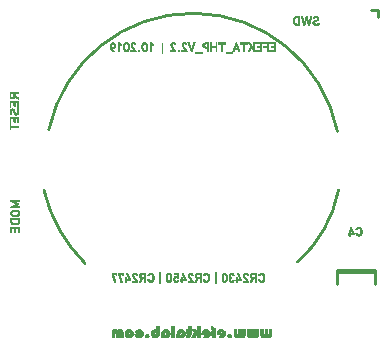
<source format=gbr>
G04 DipTrace 3.2.0.1*
G04 BottomSilk.gbr*
%MOIN*%
G04 #@! TF.FileFunction,Legend,Bot*
G04 #@! TF.Part,Single*
%ADD10C,0.009843*%
%ADD13C,0.002625*%
%ADD14C,0.001969*%
%FSLAX26Y26*%
G04*
G70*
G90*
G75*
G01*
G04 BotSilk*
%LPD*%
X608953Y-370861D2*
D10*
X482858D1*
X608953Y-363349D2*
X482858D1*
X608953D2*
X608899Y-410685D1*
X482858Y-363349D2*
X482912Y-410685D1*
X596385Y504474D2*
X621181Y504452D1*
X621769Y504252D2*
X621726Y479471D1*
X488558Y-96577D2*
G02X352349Y-336457I-419983J79865D01*
G01*
X-476660Y105808D2*
G02X485043Y99226I480160J-104291D01*
G01*
X-492918Y-97910D2*
G03X-356269Y-340373I494156J118762D01*
G01*
X525593Y-219228D2*
D14*
X529530D1*
X552168D2*
X558073D1*
X525967Y-220213D2*
X529904D1*
X550430D2*
X559963D1*
X526390Y-221197D2*
X530327D1*
X548997D2*
X561478D1*
X526847Y-222181D2*
X530784D1*
X547923D2*
X562619D1*
X527325Y-223165D2*
X531258D1*
X547069D2*
X553350D1*
X556892D2*
X563456D1*
X527811Y-224150D2*
X531713D1*
X546351D2*
X551827D1*
X558417D2*
X564075D1*
X528301Y-225134D2*
X532109D1*
X545827D2*
X550664D1*
X559602D2*
X564511D1*
X528792Y-226118D2*
X532459D1*
X545505D2*
X549849D1*
X560472D2*
X564794D1*
X529285Y-227102D2*
X532840D1*
X545278D2*
X549215D1*
X561109D2*
X565041D1*
X529776Y-228087D2*
X533271D1*
X561549D2*
X565329D1*
X530269Y-229071D2*
X533733D1*
X561801D2*
X565603D1*
X530760Y-230055D2*
X534213D1*
X561923D2*
X565783D1*
X522640Y-231039D2*
X525593D1*
X531249D2*
X534700D1*
X561977D2*
X565877D1*
X522640Y-232024D2*
X525593D1*
X531710D2*
X535191D1*
X561998D2*
X565919D1*
X522640Y-233008D2*
X525593D1*
X532108D2*
X535682D1*
X562006D2*
X565937D1*
X522640Y-233992D2*
X525593D1*
X532458D2*
X536174D1*
X562009D2*
X565944D1*
X522640Y-234976D2*
X525593D1*
X532840D2*
X536666D1*
X562010D2*
X565946D1*
X522640Y-235961D2*
X525593D1*
X533271D2*
X537159D1*
X562010D2*
X565943D1*
X522633Y-236945D2*
X525593D1*
X533736D2*
X537650D1*
X562007D2*
X565909D1*
X522564Y-237929D2*
X525593D1*
X534242D2*
X538139D1*
X561972D2*
X565784D1*
X522402Y-238913D2*
X525593D1*
X534811D2*
X538596D1*
X561843D2*
X565548D1*
X521864Y-239898D2*
X525593D1*
X535436D2*
X538959D1*
X561569D2*
X565292D1*
X521350Y-240882D2*
X539180D1*
X545278D2*
X549215D1*
X561149D2*
X565085D1*
X520963Y-241866D2*
X539292D1*
X545468D2*
X549798D1*
X560527D2*
X564865D1*
X521010Y-242850D2*
X539343D1*
X545842D2*
X550574D1*
X559705D2*
X564549D1*
X521494Y-243835D2*
X539373D1*
X546375D2*
X552419D1*
X557840D2*
X564115D1*
X521988Y-244819D2*
X525593D1*
X547002D2*
X555015D1*
X555234D2*
X563530D1*
X522325Y-245803D2*
X525593D1*
X547828D2*
X562709D1*
X522504Y-246787D2*
X525593D1*
X549009D2*
X561539D1*
X522590Y-247772D2*
X525593D1*
X550515D2*
X559936D1*
X522640Y-248756D2*
X525593D1*
X552168D2*
X558073D1*
X344832Y483532D2*
X358612D1*
X363533D2*
X367470D1*
X379281D2*
X382234D1*
X394045D2*
X397982D1*
X407824D2*
X415698D1*
X343094Y482548D2*
X358612D1*
X363869D2*
X367507D1*
X379243D2*
X382386D1*
X394007D2*
X397645D1*
X406094D2*
X417436D1*
X341665Y481564D2*
X358612D1*
X364166D2*
X367633D1*
X379117D2*
X382630D1*
X393881D2*
X397352D1*
X404549D2*
X418866D1*
X340621Y480579D2*
X358612D1*
X364387D2*
X367869D1*
X378877D2*
X382888D1*
X393645D2*
X397162D1*
X403752D2*
X419905D1*
X339859Y479595D2*
X346014D1*
X354675D2*
X358612D1*
X364609D2*
X368126D1*
X378590D2*
X383095D1*
X393389D2*
X397031D1*
X403639D2*
X408808D1*
X414517D2*
X420633D1*
X339251Y478611D2*
X344492D1*
X354675D2*
X358612D1*
X364888D2*
X368332D1*
X378293D2*
X383312D1*
X393183D2*
X396862D1*
X403887D2*
X405856D1*
X416038D2*
X421115D1*
X338747Y477627D2*
X343342D1*
X354675D2*
X358612D1*
X365162D2*
X368549D1*
X377966D2*
X383590D1*
X392966D2*
X396608D1*
X417184D2*
X421384D1*
X338365Y476642D2*
X342468D1*
X354675D2*
X358612D1*
X365375D2*
X368826D1*
X377668D2*
X383863D1*
X392688D2*
X396345D1*
X418046D2*
X421513D1*
X338138Y475658D2*
X342164D1*
X354675D2*
X358612D1*
X365595D2*
X369100D1*
X377445D2*
X384076D1*
X392419D2*
X396137D1*
X418299D2*
X421569D1*
X338024Y474674D2*
X342000D1*
X354675D2*
X358612D1*
X365873D2*
X369312D1*
X377221D2*
X384295D1*
X392237D2*
X395919D1*
X418157D2*
X421587D1*
X337974Y473690D2*
X341926D1*
X354675D2*
X358612D1*
X366147D2*
X369532D1*
X376942D2*
X384574D1*
X392108D2*
X395641D1*
X417645D2*
X421557D1*
X337954Y472705D2*
X341897D1*
X354675D2*
X358612D1*
X366360D2*
X369810D1*
X376667D2*
X379277D1*
X381060D2*
X384847D1*
X391940D2*
X395368D1*
X416204D2*
X421396D1*
X337946Y471721D2*
X341885D1*
X354675D2*
X358612D1*
X366579D2*
X370080D1*
X376454D2*
X379242D1*
X381670D2*
X385060D1*
X391687D2*
X395155D1*
X413940D2*
X420994D1*
X337944Y470737D2*
X341881D1*
X354675D2*
X358612D1*
X366857D2*
X370262D1*
X376235D2*
X379117D1*
X382125D2*
X385280D1*
X391424D2*
X394936D1*
X411072D2*
X420292D1*
X337943Y469753D2*
X341880D1*
X354675D2*
X358612D1*
X367131D2*
X370390D1*
X375957D2*
X378881D1*
X382521D2*
X385558D1*
X391215D2*
X394657D1*
X408291D2*
X419193D1*
X337942Y468768D2*
X341879D1*
X354675D2*
X358612D1*
X367344D2*
X370558D1*
X375683D2*
X378625D1*
X382846D2*
X385832D1*
X390998D2*
X394384D1*
X406108D2*
X417433D1*
X337942Y467784D2*
X341879D1*
X354675D2*
X358612D1*
X367563D2*
X370812D1*
X375470D2*
X378419D1*
X383080D2*
X386045D1*
X390720D2*
X394171D1*
X404582D2*
X414874D1*
X337942Y466800D2*
X341879D1*
X354675D2*
X358612D1*
X367841D2*
X371075D1*
X375251D2*
X378202D1*
X383307D2*
X386264D1*
X390450D2*
X393951D1*
X403558D2*
X411921D1*
X337942Y465816D2*
X341879D1*
X354675D2*
X358612D1*
X368115D2*
X371283D1*
X374972D2*
X377921D1*
X383588D2*
X386550D1*
X390264D2*
X393673D1*
X402858D2*
X409299D1*
X337942Y464831D2*
X341879D1*
X354675D2*
X358612D1*
X368328D2*
X371505D1*
X374698D2*
X377617D1*
X383863D2*
X386895D1*
X390096D2*
X393399D1*
X402393D2*
X407420D1*
X337946Y463847D2*
X341883D1*
X354675D2*
X358612D1*
X368547D2*
X371820D1*
X374483D2*
X377313D1*
X384076D2*
X387378D1*
X389864D2*
X393186D1*
X402133D2*
X406054D1*
X337981Y462863D2*
X341922D1*
X354675D2*
X358612D1*
X368826D2*
X372245D1*
X374237D2*
X376983D1*
X384295D2*
X388150D1*
X389086D2*
X392967D1*
X402007D2*
X405501D1*
X338110Y461879D2*
X342089D1*
X354675D2*
X358612D1*
X369096D2*
X372774D1*
X373856D2*
X376685D1*
X384578D2*
X392689D1*
X401957D2*
X405466D1*
X338380Y460894D2*
X342408D1*
X354675D2*
X358612D1*
X369278D2*
X376461D1*
X384882D2*
X392415D1*
X401974D2*
X405786D1*
X338762Y459910D2*
X343327D1*
X354675D2*
X358612D1*
X369406D2*
X376237D1*
X385186D2*
X392202D1*
X402129D2*
X406610D1*
X420619D2*
X421604D1*
X339212Y458926D2*
X346023D1*
X354675D2*
X358612D1*
X369574D2*
X375957D1*
X385515D2*
X391983D1*
X402526D2*
X409142D1*
X417220D2*
X422130D1*
X339758Y457942D2*
X350322D1*
X354675D2*
X358612D1*
X369827D2*
X375683D1*
X385814D2*
X391705D1*
X403185D2*
X412998D1*
X412845D2*
X422810D1*
X340534Y456957D2*
X358612D1*
X370087D2*
X375467D1*
X386041D2*
X391435D1*
X404083D2*
X423572D1*
X341690Y455973D2*
X358612D1*
X370261D2*
X375221D1*
X386291D2*
X391255D1*
X405302D2*
X421423D1*
X343186Y454989D2*
X358612D1*
X370359D2*
X374840D1*
X386674D2*
X391157D1*
X406931D2*
X419109D1*
X344832Y454005D2*
X358612D1*
X370423D2*
X374360D1*
X387155D2*
X391092D1*
X408808D2*
X416682D1*
X-108944Y-368894D2*
X-105007D1*
X76096D2*
X80033D1*
X-108944Y-369878D2*
X-105007D1*
X76096D2*
X80033D1*
X-108944Y-370863D2*
X-105007D1*
X76096D2*
X80033D1*
X-108944Y-371847D2*
X-105007D1*
X76096D2*
X80033D1*
X-267408Y-372831D2*
X-251660D1*
X-245755D2*
X-230007D1*
X-219180D2*
X-215243D1*
X-194573D2*
X-187684D1*
X-169967D2*
X-155203D1*
X-141424D2*
X-135518D1*
X-108944D2*
X-105007D1*
X-80400D2*
X-74495D1*
X-60715D2*
X-45951D1*
X-34140D2*
X-30203D1*
X-9534D2*
X-2644D1*
X15072D2*
X29836D1*
X43615D2*
X49521D1*
X76096D2*
X80033D1*
X104639D2*
X110545D1*
X128261D2*
X134167D1*
X149915D2*
X153852D1*
X174521D2*
X181411D1*
X199127D2*
X213891D1*
X227671D2*
X233576D1*
X-267404Y-373815D2*
X-251660D1*
X-245751D2*
X-230007D1*
X-218806D2*
X-214869D1*
X-195856D2*
X-186283D1*
X-171402D2*
X-155203D1*
X-143161D2*
X-133629D1*
X-108944D2*
X-105007D1*
X-81835D2*
X-73060D1*
X-60715D2*
X-45951D1*
X-33766D2*
X-29829D1*
X-10817D2*
X-1243D1*
X13637D2*
X29836D1*
X41878D2*
X51410D1*
X76096D2*
X80033D1*
X103204D2*
X111979D1*
X126826D2*
X135568D1*
X150289D2*
X154226D1*
X173238D2*
X182812D1*
X197693D2*
X213891D1*
X225933D2*
X235465D1*
X-267370Y-374800D2*
X-251660D1*
X-245716D2*
X-230007D1*
X-218383D2*
X-214446D1*
X-196844D2*
X-185146D1*
X-172630D2*
X-155203D1*
X-144595D2*
X-132114D1*
X-108944D2*
X-105007D1*
X-83063D2*
X-71832D1*
X-60715D2*
X-45951D1*
X-33344D2*
X-29407D1*
X-11805D2*
X-106D1*
X12409D2*
X29836D1*
X40444D2*
X52925D1*
X76096D2*
X80033D1*
X101976D2*
X113208D1*
X125598D2*
X136705D1*
X150712D2*
X154649D1*
X172250D2*
X183949D1*
X196464D2*
X213891D1*
X224499D2*
X236980D1*
X-267244Y-375784D2*
X-251660D1*
X-245591D2*
X-230007D1*
X-217926D2*
X-213989D1*
X-197588D2*
X-184293D1*
X-173598D2*
X-155203D1*
X-145669D2*
X-130973D1*
X-108944D2*
X-105007D1*
X-84027D2*
X-70868D1*
X-60715D2*
X-45951D1*
X-32886D2*
X-28949D1*
X-12548D2*
X747D1*
X11442D2*
X29836D1*
X39370D2*
X54066D1*
X76096D2*
X80033D1*
X101012D2*
X114171D1*
X124635D2*
X137558D1*
X151169D2*
X155106D1*
X171507D2*
X184802D1*
X195497D2*
X213891D1*
X223425D2*
X238121D1*
X-267005Y-376768D2*
X-263319D1*
X-254613D2*
X-251660D1*
X-245351D2*
X-241665D1*
X-232959D2*
X-230007D1*
X-217448D2*
X-213515D1*
X-198189D2*
X-192370D1*
X-189014D2*
X-183661D1*
X-174280D2*
X-168634D1*
X-159140D2*
X-155203D1*
X-146523D2*
X-140242D1*
X-136700D2*
X-130136D1*
X-108944D2*
X-105007D1*
X-84783D2*
X-79181D1*
X-75714D2*
X-70112D1*
X-49888D2*
X-45951D1*
X-32408D2*
X-28475D1*
X-13149D2*
X-7331D1*
X-3975D2*
X1378D1*
X10759D2*
X16406D1*
X25899D2*
X29836D1*
X38517D2*
X44797D1*
X48339D2*
X54903D1*
X76096D2*
X80033D1*
X100256D2*
X105858D1*
X109326D2*
X114927D1*
X123878D2*
X129595D1*
X133182D2*
X138189D1*
X151647D2*
X155580D1*
X170906D2*
X176724D1*
X180080D2*
X185433D1*
X194814D2*
X200461D1*
X209954D2*
X213891D1*
X222572D2*
X228852D1*
X232395D2*
X238958D1*
X-266718Y-377752D2*
X-263071D1*
X-254613D2*
X-251660D1*
X-245064D2*
X-241418D1*
X-232959D2*
X-230007D1*
X-216962D2*
X-213060D1*
X-198687D2*
X-193765D1*
X-187703D2*
X-183220D1*
X-174764D2*
X-169911D1*
X-159140D2*
X-155203D1*
X-147241D2*
X-141765D1*
X-135175D2*
X-129517D1*
X-108944D2*
X-105007D1*
X-85060D2*
X-80577D1*
X-74318D2*
X-69798D1*
X-49888D2*
X-45951D1*
X-31923D2*
X-28020D1*
X-13648D2*
X-8726D1*
X-2664D2*
X1820D1*
X10276D2*
X15128D1*
X25899D2*
X29836D1*
X37799D2*
X43275D1*
X49865D2*
X55523D1*
X76096D2*
X80033D1*
X99979D2*
X104463D1*
X110721D2*
X115242D1*
X123601D2*
X128317D1*
X134167D2*
X138631D1*
X152132D2*
X156035D1*
X170407D2*
X175329D1*
X181392D2*
X185875D1*
X194331D2*
X199184D1*
X209954D2*
X213891D1*
X221854D2*
X227330D1*
X233920D2*
X239578D1*
X-266421Y-378737D2*
X-262782D1*
X-254613D2*
X-251660D1*
X-244767D2*
X-241128D1*
X-232959D2*
X-230007D1*
X-216472D2*
X-212664D1*
X-199033D2*
X-194839D1*
X-186662D2*
X-182951D1*
X-175170D2*
X-170806D1*
X-159140D2*
X-155203D1*
X-147765D2*
X-142928D1*
X-133990D2*
X-129081D1*
X-108944D2*
X-105007D1*
X-85210D2*
X-81650D1*
X-73245D2*
X-69521D1*
X-49888D2*
X-45951D1*
X-31432D2*
X-27624D1*
X-13994D2*
X-9799D1*
X-1623D2*
X2088D1*
X9870D2*
X14233D1*
X25899D2*
X29836D1*
X37275D2*
X42112D1*
X51049D2*
X55959D1*
X76096D2*
X80033D1*
X99829D2*
X103390D1*
X111794D2*
X115518D1*
X123451D2*
X127426D1*
X135151D2*
X138899D1*
X152623D2*
X156431D1*
X170061D2*
X174256D1*
X182432D2*
X186143D1*
X193925D2*
X198288D1*
X209954D2*
X213891D1*
X221330D2*
X226167D1*
X235104D2*
X240014D1*
X-266094Y-379721D2*
X-262484D1*
X-254613D2*
X-251660D1*
X-244440D2*
X-240830D1*
X-232959D2*
X-230007D1*
X-215981D2*
X-212314D1*
X-199224D2*
X-195260D1*
X-185715D2*
X-182762D1*
X-175491D2*
X-171477D1*
X-159140D2*
X-155203D1*
X-148087D2*
X-143743D1*
X-133120D2*
X-128798D1*
X-108944D2*
X-105007D1*
X-85278D2*
X-82022D1*
X-72873D2*
X-69218D1*
X-49892D2*
X-45951D1*
X-30942D2*
X-27275D1*
X-14185D2*
X-10221D1*
X-676D2*
X2277D1*
X9548D2*
X13562D1*
X25899D2*
X29836D1*
X36953D2*
X41297D1*
X51919D2*
X56241D1*
X76096D2*
X80033D1*
X99762D2*
X103017D1*
X112167D2*
X115822D1*
X123387D2*
X126767D1*
X136135D2*
X139088D1*
X153114D2*
X156780D1*
X169870D2*
X173834D1*
X183379D2*
X186332D1*
X193603D2*
X197618D1*
X209954D2*
X213891D1*
X221008D2*
X225352D1*
X235974D2*
X240297D1*
X-265796Y-380705D2*
X-262153D1*
X-254613D2*
X-251660D1*
X-244142D2*
X-240499D1*
X-232959D2*
X-230007D1*
X-215488D2*
X-211933D1*
X-199031D2*
X-195265D1*
X-175657D2*
X-171675D1*
X-159140D2*
X-155203D1*
X-148314D2*
X-144377D1*
X-132483D2*
X-128551D1*
X-108944D2*
X-105007D1*
X-85305D2*
X-82222D1*
X-72673D2*
X-68938D1*
X-49930D2*
X-45951D1*
X-30449D2*
X-26894D1*
X-13992D2*
X-10226D1*
X9382D2*
X13364D1*
X25899D2*
X29836D1*
X36726D2*
X40663D1*
X52556D2*
X56488D1*
X76096D2*
X80033D1*
X99734D2*
X102817D1*
X112367D2*
X116102D1*
X123394D2*
X126595D1*
X153606D2*
X157162D1*
X170063D2*
X173829D1*
X193437D2*
X197419D1*
X209954D2*
X213891D1*
X220781D2*
X224718D1*
X236612D2*
X240543D1*
X-265572Y-381689D2*
X-261824D1*
X-243919D2*
X-240171D1*
X-214997D2*
X-211502D1*
X-198778D2*
X-195068D1*
X-175634D2*
X-171750D1*
X-159140D2*
X-155203D1*
X-132042D2*
X-128263D1*
X-108944D2*
X-105007D1*
X-85316D2*
X-82312D1*
X-72583D2*
X-68756D1*
X-50082D2*
X-45951D1*
X-29958D2*
X-26463D1*
X-13738D2*
X-10029D1*
X9406D2*
X13290D1*
X25899D2*
X29836D1*
X52997D2*
X56777D1*
X76096D2*
X80033D1*
X99724D2*
X102728D1*
X112456D2*
X116284D1*
X123513D2*
X126853D1*
X154097D2*
X157592D1*
X170317D2*
X174026D1*
X193461D2*
X197345D1*
X209954D2*
X213891D1*
X237052D2*
X240832D1*
X-265349Y-382674D2*
X-261510D1*
X-243695D2*
X-239856D1*
X-214504D2*
X-211040D1*
X-198493D2*
X-194719D1*
X-175440D2*
X-171503D1*
X-159140D2*
X-155203D1*
X-131791D2*
X-127989D1*
X-108944D2*
X-105007D1*
X-85320D2*
X-82348D1*
X-72547D2*
X-68661D1*
X-56778D2*
X-51857D1*
X-50418D2*
X-45951D1*
X-29465D2*
X-26001D1*
X-13454D2*
X-9679D1*
X9600D2*
X13536D1*
X25899D2*
X29836D1*
X53248D2*
X57050D1*
X76096D2*
X80033D1*
X99720D2*
X102691D1*
X112492D2*
X116379D1*
X123788D2*
X127277D1*
X154590D2*
X158054D1*
X170602D2*
X174376D1*
X193655D2*
X197591D1*
X209954D2*
X213891D1*
X237303D2*
X241105D1*
X-265065Y-383658D2*
X-261176D1*
X-243412D2*
X-239523D1*
X-214013D2*
X-210560D1*
X-198134D2*
X-194285D1*
X-175167D2*
X-170843D1*
X-159140D2*
X-155203D1*
X-131669D2*
X-127809D1*
X-108944D2*
X-105007D1*
X-85321D2*
X-82361D1*
X-72534D2*
X-68617D1*
X-58179D2*
X-45951D1*
X-28973D2*
X-25520D1*
X-13095D2*
X-9246D1*
X9872D2*
X14196D1*
X25899D2*
X29836D1*
X53371D2*
X57230D1*
X76096D2*
X80033D1*
X99718D2*
X102678D1*
X112506D2*
X116422D1*
X124240D2*
X128384D1*
X155082D2*
X158535D1*
X170960D2*
X174809D1*
X193927D2*
X198251D1*
X209954D2*
X213891D1*
X237426D2*
X241285D1*
X-264760Y-384642D2*
X-260876D1*
X-243106D2*
X-239222D1*
X-222133D2*
X-219180D1*
X-213524D2*
X-210073D1*
X-197682D2*
X-193782D1*
X-174839D2*
X-168251D1*
X-159140D2*
X-155203D1*
X-131615D2*
X-127715D1*
X-108944D2*
X-105007D1*
X-85321D2*
X-82366D1*
X-72529D2*
X-68600D1*
X-59316D2*
X-45951D1*
X-37093D2*
X-34140D1*
X-28484D2*
X-25034D1*
X-12643D2*
X-8743D1*
X10200D2*
X16789D1*
X25899D2*
X29836D1*
X53424D2*
X57324D1*
X76096D2*
X80033D1*
X99718D2*
X102673D1*
X112511D2*
X116440D1*
X124960D2*
X129706D1*
X146962D2*
X149915D1*
X155571D2*
X159021D1*
X171412D2*
X175312D1*
X194255D2*
X200844D1*
X209954D2*
X213891D1*
X237479D2*
X241379D1*
X-264456Y-385626D2*
X-260651D1*
X-242802D2*
X-238998D1*
X-222133D2*
X-219180D1*
X-213063D2*
X-209582D1*
X-197129D2*
X-193175D1*
X-174347D2*
X-163803D1*
X-159140D2*
X-155203D1*
X-131594D2*
X-127672D1*
X-108944D2*
X-105007D1*
X-85321D2*
X-82368D1*
X-72527D2*
X-68593D1*
X-60169D2*
X-45951D1*
X-37093D2*
X-34140D1*
X-28024D2*
X-24543D1*
X-12090D2*
X-8135D1*
X10693D2*
X21236D1*
X25899D2*
X29836D1*
X53446D2*
X57367D1*
X76096D2*
X80033D1*
X99718D2*
X102671D1*
X112512D2*
X116446D1*
X126022D2*
X130999D1*
X146962D2*
X149915D1*
X156031D2*
X159512D1*
X171965D2*
X175920D1*
X194748D2*
X205291D1*
X209954D2*
X213891D1*
X237501D2*
X241422D1*
X-264123Y-386611D2*
X-260428D1*
X-242469D2*
X-238774D1*
X-222133D2*
X-219180D1*
X-212665D2*
X-209091D1*
X-196505D2*
X-192449D1*
X-173623D2*
X-155203D1*
X-131586D2*
X-127655D1*
X-108944D2*
X-105007D1*
X-85322D2*
X-82369D1*
X-72527D2*
X-68591D1*
X-60801D2*
X-55756D1*
X-52038D2*
X-45951D1*
X-37093D2*
X-34140D1*
X-27626D2*
X-24052D1*
X-11466D2*
X-7410D1*
X11416D2*
X29836D1*
X53454D2*
X57385D1*
X76096D2*
X80033D1*
X99718D2*
X102671D1*
X112513D2*
X116449D1*
X127277D2*
X131641D1*
X146962D2*
X149915D1*
X156430D2*
X160003D1*
X172589D2*
X176645D1*
X195471D2*
X213891D1*
X237509D2*
X241440D1*
X-263793Y-387595D2*
X-260144D1*
X-242139D2*
X-238490D1*
X-222133D2*
X-219180D1*
X-212315D2*
X-208599D1*
X-195873D2*
X-191703D1*
X-172700D2*
X-155203D1*
X-131583D2*
X-127648D1*
X-108944D2*
X-105007D1*
X-85322D2*
X-82369D1*
X-72526D2*
X-68590D1*
X-61239D2*
X-56611D1*
X-50415D2*
X-45951D1*
X-37093D2*
X-34140D1*
X-27275D2*
X-23559D1*
X-10834D2*
X-6664D1*
X12340D2*
X29836D1*
X53457D2*
X57391D1*
X76096D2*
X80033D1*
X99718D2*
X102671D1*
X112513D2*
X116450D1*
X126112D2*
X131845D1*
X146962D2*
X149915D1*
X156780D2*
X160496D1*
X173221D2*
X177392D1*
X196395D2*
X213891D1*
X237512D2*
X241446D1*
X-263478Y-388579D2*
X-259839D1*
X-241825D2*
X-238185D1*
X-222133D2*
X-219180D1*
X-211933D2*
X-208107D1*
X-195197D2*
X-191004D1*
X-171741D2*
X-155203D1*
X-131582D2*
X-127646D1*
X-108944D2*
X-105007D1*
X-85322D2*
X-82369D1*
X-72526D2*
X-68589D1*
X-61490D2*
X-57321D1*
X-48904D2*
X-45951D1*
X-37093D2*
X-34140D1*
X-26894D2*
X-23068D1*
X-10157D2*
X-5965D1*
X13299D2*
X29836D1*
X53458D2*
X57394D1*
X76096D2*
X80033D1*
X99718D2*
X102671D1*
X112513D2*
X116450D1*
X125114D2*
X130491D1*
X146962D2*
X149915D1*
X157161D2*
X160987D1*
X173898D2*
X178090D1*
X197354D2*
X213891D1*
X237513D2*
X241449D1*
X-263145Y-389563D2*
X-259535D1*
X-241491D2*
X-237881D1*
X-222133D2*
X-219180D1*
X-211502D2*
X-207614D1*
X-194439D2*
X-190292D1*
X-170899D2*
X-155203D1*
X-131582D2*
X-127649D1*
X-108944D2*
X-105007D1*
X-85322D2*
X-82369D1*
X-72526D2*
X-68589D1*
X-61612D2*
X-57889D1*
X-37093D2*
X-34140D1*
X-26463D2*
X-22575D1*
X-9400D2*
X-5253D1*
X14141D2*
X29836D1*
X53458D2*
X57391D1*
X76096D2*
X80033D1*
X99718D2*
X102671D1*
X112513D2*
X116450D1*
X124327D2*
X129049D1*
X146962D2*
X149915D1*
X157592D2*
X161480D1*
X174655D2*
X178802D1*
X198196D2*
X213891D1*
X237513D2*
X241446D1*
X-262844Y-390548D2*
X-259201D1*
X-241191D2*
X-237548D1*
X-222140D2*
X-219180D1*
X-211037D2*
X-207123D1*
X-193679D2*
X-189491D1*
X-170695D2*
X-165874D1*
X-159140D2*
X-155203D1*
X-131585D2*
X-127683D1*
X-108944D2*
X-105007D1*
X-85322D2*
X-82369D1*
X-72526D2*
X-68589D1*
X-61666D2*
X-58302D1*
X-37093D2*
X-34140D1*
X-25998D2*
X-22084D1*
X-8640D2*
X-4452D1*
X14344D2*
X19165D1*
X25899D2*
X29836D1*
X53454D2*
X57356D1*
X76096D2*
X80033D1*
X99718D2*
X102671D1*
X112513D2*
X116450D1*
X123693D2*
X127856D1*
X146954D2*
X149915D1*
X158057D2*
X161971D1*
X175415D2*
X179603D1*
X198399D2*
X203220D1*
X209954D2*
X213891D1*
X237509D2*
X241412D1*
X-262620Y-391532D2*
X-258872D1*
X-240966D2*
X-237218D1*
X-222209D2*
X-219180D1*
X-210531D2*
X-206634D1*
X-192976D2*
X-188636D1*
X-170966D2*
X-166580D1*
X-159140D2*
X-155203D1*
X-131620D2*
X-127808D1*
X-108944D2*
X-105007D1*
X-85322D2*
X-82369D1*
X-72526D2*
X-68593D1*
X-61687D2*
X-58539D1*
X-37093D2*
X-34140D1*
X-25492D2*
X-21595D1*
X-7936D2*
X-3596D1*
X14073D2*
X18460D1*
X25899D2*
X29836D1*
X53420D2*
X57231D1*
X76096D2*
X80033D1*
X99718D2*
X102671D1*
X112513D2*
X116446D1*
X123173D2*
X126928D1*
X146885D2*
X149915D1*
X158563D2*
X162460D1*
X176119D2*
X180459D1*
X198128D2*
X202515D1*
X209954D2*
X213891D1*
X237475D2*
X241286D1*
X-262396Y-392516D2*
X-258557D1*
X-240743D2*
X-236904D1*
X-222371D2*
X-219180D1*
X-209962D2*
X-206177D1*
X-192266D2*
X-187820D1*
X-171420D2*
X-167180D1*
X-159140D2*
X-155203D1*
X-131749D2*
X-128044D1*
X-108944D2*
X-105007D1*
X-85322D2*
X-82369D1*
X-72526D2*
X-68628D1*
X-61695D2*
X-58623D1*
X-37093D2*
X-34140D1*
X-24922D2*
X-21138D1*
X-7226D2*
X-2780D1*
X13620D2*
X17859D1*
X25899D2*
X29836D1*
X53290D2*
X56995D1*
X76096D2*
X80033D1*
X99718D2*
X102671D1*
X112513D2*
X116412D1*
X122784D2*
X126599D1*
X146724D2*
X149915D1*
X159133D2*
X162917D1*
X176829D2*
X181275D1*
X197675D2*
X201914D1*
X209954D2*
X213891D1*
X237345D2*
X241051D1*
X-262112Y-393500D2*
X-258223D1*
X-240459D2*
X-236570D1*
X-222909D2*
X-219180D1*
X-209337D2*
X-205814D1*
X-191495D2*
X-187089D1*
X-171996D2*
X-167722D1*
X-159140D2*
X-155203D1*
X-132023D2*
X-128300D1*
X-108944D2*
X-105007D1*
X-85322D2*
X-82365D1*
X-72530D2*
X-68753D1*
X-61698D2*
X-58546D1*
X-37093D2*
X-34140D1*
X-24298D2*
X-20774D1*
X-6455D2*
X-2049D1*
X13043D2*
X17318D1*
X25899D2*
X29836D1*
X53016D2*
X56739D1*
X76096D2*
X80033D1*
X99718D2*
X102674D1*
X112509D2*
X116286D1*
X122557D2*
X126426D1*
X146185D2*
X149915D1*
X159757D2*
X163281D1*
X177600D2*
X182006D1*
X197099D2*
X201373D1*
X209954D2*
X213891D1*
X237071D2*
X240794D1*
X-261807Y-394485D2*
X-257923D1*
X-240154D2*
X-236269D1*
X-223423D2*
X-205593D1*
X-190730D2*
X-186367D1*
X-172576D2*
X-168233D1*
X-159140D2*
X-155203D1*
X-148314D2*
X-144377D1*
X-132443D2*
X-128506D1*
X-108944D2*
X-105007D1*
X-85322D2*
X-82323D1*
X-72572D2*
X-68989D1*
X-61695D2*
X-58293D1*
X-39062D2*
X-20553D1*
X-5690D2*
X-1328D1*
X12464D2*
X16807D1*
X25899D2*
X29836D1*
X36726D2*
X40663D1*
X52596D2*
X56533D1*
X76096D2*
X80033D1*
X99718D2*
X102717D1*
X112467D2*
X116051D1*
X122477D2*
X126389D1*
X145671D2*
X163502D1*
X178365D2*
X182727D1*
X196519D2*
X200862D1*
X209954D2*
X213891D1*
X220781D2*
X224718D1*
X236651D2*
X240588D1*
X-261503Y-395469D2*
X-257699D1*
X-239850D2*
X-236045D1*
X-223810D2*
X-205481D1*
X-190024D2*
X-185592D1*
X-173121D2*
X-168733D1*
X-159140D2*
X-155203D1*
X-148124D2*
X-143794D1*
X-133065D2*
X-128727D1*
X-108944D2*
X-105007D1*
X-85318D2*
X-82219D1*
X-72676D2*
X-69245D1*
X-61661D2*
X-57873D1*
X-48904D2*
X-45951D1*
X-39062D2*
X-20442D1*
X-4984D2*
X-552D1*
X11919D2*
X16306D1*
X25899D2*
X29836D1*
X36915D2*
X41246D1*
X51975D2*
X56312D1*
X76096D2*
X80033D1*
X99722D2*
X102821D1*
X112363D2*
X115794D1*
X122556D2*
X126453D1*
X136135D2*
X140072D1*
X145285D2*
X163613D1*
X179071D2*
X183503D1*
X195974D2*
X200361D1*
X209954D2*
X213891D1*
X220970D2*
X225301D1*
X236030D2*
X240368D1*
X-261170Y-396453D2*
X-257475D1*
X-239516D2*
X-235821D1*
X-223763D2*
X-205430D1*
X-189310D2*
X-184829D1*
X-173640D2*
X-169227D1*
X-159140D2*
X-155203D1*
X-147750D2*
X-143018D1*
X-133887D2*
X-129043D1*
X-108944D2*
X-105007D1*
X-85279D2*
X-81675D1*
X-73220D2*
X-69455D1*
X-61532D2*
X-57333D1*
X-49552D2*
X-46107D1*
X-39062D2*
X-20391D1*
X-4270D2*
X210D1*
X11399D2*
X15812D1*
X25899D2*
X29836D1*
X37289D2*
X42021D1*
X51152D2*
X55996D1*
X76096D2*
X80033D1*
X99760D2*
X103365D1*
X111819D2*
X115584D1*
X122806D2*
X126990D1*
X135487D2*
X139694D1*
X145331D2*
X163665D1*
X179785D2*
X184266D1*
X195454D2*
X199867D1*
X209954D2*
X213891D1*
X221344D2*
X226076D1*
X235207D2*
X240052D1*
X-260840Y-397437D2*
X-257191D1*
X-239187D2*
X-235538D1*
X-223279D2*
X-205400D1*
X-188504D2*
X-184161D1*
X-174143D2*
X-169721D1*
X-159140D2*
X-155203D1*
X-147217D2*
X-141173D1*
X-135752D2*
X-129476D1*
X-108944D2*
X-105007D1*
X-85115D2*
X-79990D1*
X-74905D2*
X-69710D1*
X-61258D2*
X-56029D1*
X-51263D2*
X-46390D1*
X-39062D2*
X-20361D1*
X-3465D2*
X878D1*
X10897D2*
X15318D1*
X25899D2*
X29836D1*
X37822D2*
X43867D1*
X49287D2*
X55563D1*
X76096D2*
X80033D1*
X99924D2*
X105049D1*
X110134D2*
X115329D1*
X123183D2*
X128673D1*
X133776D2*
X139237D1*
X145816D2*
X163694D1*
X180590D2*
X184934D1*
X194952D2*
X199373D1*
X209954D2*
X213891D1*
X221877D2*
X227922D1*
X233342D2*
X239618D1*
X-260526Y-398422D2*
X-256886D1*
X-238872D2*
X-235232D1*
X-222784D2*
X-219180D1*
X-187619D2*
X-183610D1*
X-174640D2*
X-170213D1*
X-159140D2*
X-155203D1*
X-146590D2*
X-138577D1*
X-138358D2*
X-130062D1*
X-108944D2*
X-105007D1*
X-84712D2*
X-77490D1*
X-77405D2*
X-70156D1*
X-60837D2*
X-54134D1*
X-53776D2*
X-46812D1*
X-37093D2*
X-34140D1*
X-2580D2*
X1429D1*
X10399D2*
X14827D1*
X25899D2*
X29836D1*
X38449D2*
X46462D1*
X46681D2*
X54977D1*
X76096D2*
X80033D1*
X100327D2*
X107549D1*
X107634D2*
X114884D1*
X123665D2*
X131172D1*
X131263D2*
X138647D1*
X146310D2*
X149915D1*
X181475D2*
X185484D1*
X194454D2*
X198882D1*
X209954D2*
X213891D1*
X222505D2*
X230517D1*
X230736D2*
X239032D1*
X-260192Y-399406D2*
X-256581D1*
X-238538D2*
X-234928D1*
X-222448D2*
X-219180D1*
X-199495D2*
X-183204D1*
X-175136D2*
X-170703D1*
X-159140D2*
X-155203D1*
X-145764D2*
X-130883D1*
X-108944D2*
X-105007D1*
X-84022D2*
X-70862D1*
X-60229D2*
X-47422D1*
X-37093D2*
X-34140D1*
X-14455D2*
X1835D1*
X9903D2*
X14337D1*
X25899D2*
X29836D1*
X39276D2*
X54157D1*
X76096D2*
X80033D1*
X101017D2*
X114177D1*
X124335D2*
X137861D1*
X146646D2*
X149915D1*
X169600D2*
X185891D1*
X193958D2*
X198392D1*
X209954D2*
X213891D1*
X223331D2*
X238212D1*
X-259893Y-400390D2*
X-256243D1*
X-238239D2*
X-234590D1*
X-222269D2*
X-219180D1*
X-199495D2*
X-182964D1*
X-175655D2*
X-171168D1*
X-159140D2*
X-155203D1*
X-144583D2*
X-132053D1*
X-108944D2*
X-105007D1*
X-83047D2*
X-71844D1*
X-59334D2*
X-48317D1*
X-37093D2*
X-34140D1*
X-14455D2*
X2075D1*
X9384D2*
X13871D1*
X25899D2*
X29836D1*
X40456D2*
X52987D1*
X76096D2*
X80033D1*
X101992D2*
X113195D1*
X125341D2*
X136842D1*
X146826D2*
X149915D1*
X169600D2*
X186130D1*
X193439D2*
X197926D1*
X209954D2*
X213891D1*
X224511D2*
X237042D1*
X-259687Y-401374D2*
X-255906D1*
X-238034D2*
X-234252D1*
X-222183D2*
X-219180D1*
X-199495D2*
X-182841D1*
X-176230D2*
X-171578D1*
X-159140D2*
X-155203D1*
X-143076D2*
X-133656D1*
X-108944D2*
X-105007D1*
X-81798D2*
X-73096D1*
X-58138D2*
X-49513D1*
X-37093D2*
X-34140D1*
X-14455D2*
X2199D1*
X8810D2*
X13461D1*
X25899D2*
X29836D1*
X41963D2*
X51383D1*
X76096D2*
X80033D1*
X103241D2*
X111944D1*
X126714D2*
X135574D1*
X146911D2*
X149915D1*
X169600D2*
X186254D1*
X192865D2*
X197516D1*
X209954D2*
X213891D1*
X226018D2*
X235438D1*
X-259534Y-402359D2*
X-255597D1*
X-237881D2*
X-233944D1*
X-222133D2*
X-219180D1*
X-199495D2*
X-182762D1*
X-176857D2*
X-171936D1*
X-159140D2*
X-155203D1*
X-141424D2*
X-135518D1*
X-108944D2*
X-105007D1*
X-80400D2*
X-74495D1*
X-56778D2*
X-50873D1*
X-37093D2*
X-34140D1*
X-14455D2*
X2277D1*
X8182D2*
X13104D1*
X25899D2*
X29836D1*
X43615D2*
X49521D1*
X76096D2*
X80033D1*
X104639D2*
X110545D1*
X128261D2*
X134167D1*
X146962D2*
X149915D1*
X169600D2*
X186332D1*
X192238D2*
X197159D1*
X209954D2*
X213891D1*
X227671D2*
X233576D1*
X-108944Y-403343D2*
X-105007D1*
X76096D2*
X80033D1*
X-108944Y-404327D2*
X-105007D1*
X76096D2*
X80033D1*
X-108944Y-405311D2*
X-105007D1*
X76096D2*
X80033D1*
X-108944Y-406296D2*
X-105007D1*
X76096D2*
X80033D1*
X-607745Y228919D2*
X-578217D1*
X-607745Y227934D2*
X-578217D1*
X-607745Y226950D2*
X-578217D1*
X-607745Y225966D2*
X-578217D1*
X-607745Y224982D2*
X-604792D1*
X-594949D2*
X-591012D1*
X-607745Y223997D2*
X-604792D1*
X-594949D2*
X-591012D1*
X-607745Y223013D2*
X-604792D1*
X-594949D2*
X-591012D1*
X-607745Y222029D2*
X-604792D1*
X-594949D2*
X-591009D1*
X-607745Y221045D2*
X-604792D1*
X-594949D2*
X-590966D1*
X-607745Y220060D2*
X-604792D1*
X-594949D2*
X-590863D1*
X-607745Y219076D2*
X-604792D1*
X-594949D2*
X-590365D1*
X-607745Y218092D2*
X-604788D1*
X-594953D2*
X-589190D1*
X-607745Y217108D2*
X-604746D1*
X-594996D2*
X-587684D1*
X-607741Y216123D2*
X-604642D1*
X-595099D2*
X-585937D1*
X-607702Y215139D2*
X-604098D1*
X-595643D2*
X-584072D1*
X-607539Y214155D2*
X-602413D1*
X-597328D2*
X-582217D1*
X-607139Y213171D2*
X-599913D1*
X-599828D2*
X-591848D1*
X-589044D2*
X-580591D1*
X-606487Y212186D2*
X-592626D1*
X-587079D2*
X-579243D1*
X-605664Y211202D2*
X-593505D1*
X-585148D2*
X-578717D1*
X-604751Y210218D2*
X-594638D1*
X-583332D2*
X-578431D1*
X-603808Y209234D2*
X-595934D1*
X-581700D2*
X-578296D1*
X-580186Y208249D2*
X-578217D1*
X-607745Y200375D2*
X-578217D1*
X-607745Y199391D2*
X-578217D1*
X-607745Y198407D2*
X-578217D1*
X-607745Y197423D2*
X-578217D1*
X-607745Y196438D2*
X-604792D1*
X-594949D2*
X-591012D1*
X-582154D2*
X-578217D1*
X-607745Y195454D2*
X-604792D1*
X-594949D2*
X-591012D1*
X-582154D2*
X-578217D1*
X-607745Y194470D2*
X-604792D1*
X-594949D2*
X-591012D1*
X-582154D2*
X-578217D1*
X-607745Y193486D2*
X-604792D1*
X-594949D2*
X-591012D1*
X-582154D2*
X-578217D1*
X-607745Y192501D2*
X-604792D1*
X-594949D2*
X-591012D1*
X-582154D2*
X-578217D1*
X-607745Y191517D2*
X-604792D1*
X-594949D2*
X-591012D1*
X-582154D2*
X-578217D1*
X-607745Y190533D2*
X-604792D1*
X-594949D2*
X-591012D1*
X-582154D2*
X-578217D1*
X-607745Y189549D2*
X-604792D1*
X-594949D2*
X-591012D1*
X-582154D2*
X-578217D1*
X-607745Y188564D2*
X-604792D1*
X-594949D2*
X-591012D1*
X-582154D2*
X-578217D1*
X-607745Y187580D2*
X-604792D1*
X-594946D2*
X-591012D1*
X-582154D2*
X-578217D1*
X-607745Y186596D2*
X-604792D1*
X-594908D2*
X-591012D1*
X-582154D2*
X-578217D1*
X-607745Y185612D2*
X-604792D1*
X-594756D2*
X-591012D1*
X-582154D2*
X-578217D1*
X-607745Y184627D2*
X-604792D1*
X-594420D2*
X-591012D1*
X-582154D2*
X-578217D1*
X-607745Y183643D2*
X-604792D1*
X-593965D2*
X-591012D1*
X-582154D2*
X-578217D1*
X-607745Y182659D2*
X-604792D1*
X-582154D2*
X-578217D1*
X-607745Y181675D2*
X-604792D1*
X-582154D2*
X-578217D1*
X-600855Y175769D2*
X-598886D1*
X-583138D2*
X-581170D1*
X-602744Y174785D2*
X-596997D1*
X-583536D2*
X-580564D1*
X-604259Y173801D2*
X-595486D1*
X-583466D2*
X-580037D1*
X-605400Y172816D2*
X-594376D1*
X-583210D2*
X-579635D1*
X-606237Y171832D2*
X-593630D1*
X-582861D2*
X-579365D1*
X-606856Y170848D2*
X-602668D1*
X-597108D2*
X-593121D1*
X-582541D2*
X-579122D1*
X-607289Y169864D2*
X-603369D1*
X-596497D2*
X-592705D1*
X-582337D2*
X-578835D1*
X-607537Y168879D2*
X-603935D1*
X-596042D2*
X-592376D1*
X-582232D2*
X-578562D1*
X-607658Y167895D2*
X-604347D1*
X-595647D2*
X-592171D1*
X-582185D2*
X-578382D1*
X-607711Y166911D2*
X-604588D1*
X-595325D2*
X-592034D1*
X-582166D2*
X-578288D1*
X-607732Y165927D2*
X-604707D1*
X-595122D2*
X-591862D1*
X-582158D2*
X-578249D1*
X-607740Y164942D2*
X-604755D1*
X-594986D2*
X-591604D1*
X-582159D2*
X-578266D1*
X-607743Y163958D2*
X-604741D1*
X-594815D2*
X-591310D1*
X-582197D2*
X-578385D1*
X-607740Y162974D2*
X-604620D1*
X-594557D2*
X-590991D1*
X-582289D2*
X-578622D1*
X-607706Y161990D2*
X-604349D1*
X-594263D2*
X-590607D1*
X-582744D2*
X-578908D1*
X-607577Y161005D2*
X-603934D1*
X-593959D2*
X-589699D1*
X-584323D2*
X-579209D1*
X-607304Y160021D2*
X-603365D1*
X-593593D2*
X-587602D1*
X-586863D2*
X-579574D1*
X-606897Y159037D2*
X-602640D1*
X-593131D2*
X-580040D1*
X-606374Y158052D2*
X-601839D1*
X-592505D2*
X-580703D1*
X-605776Y157068D2*
X-603808D1*
X-591604D2*
X-581756D1*
X-590405Y156084D2*
X-583291D1*
X-589044Y155100D2*
X-585107D1*
X-607745Y148210D2*
X-578217D1*
X-607745Y147226D2*
X-578217D1*
X-607745Y146241D2*
X-578217D1*
X-607745Y145257D2*
X-578217D1*
X-607745Y144273D2*
X-604792D1*
X-594949D2*
X-591012D1*
X-582154D2*
X-578217D1*
X-607745Y143289D2*
X-604792D1*
X-594949D2*
X-591012D1*
X-582154D2*
X-578217D1*
X-607745Y142304D2*
X-604792D1*
X-594949D2*
X-591012D1*
X-582154D2*
X-578217D1*
X-607745Y141320D2*
X-604792D1*
X-594949D2*
X-591012D1*
X-582154D2*
X-578217D1*
X-607745Y140336D2*
X-604792D1*
X-594949D2*
X-591012D1*
X-582154D2*
X-578217D1*
X-607745Y139352D2*
X-604792D1*
X-594949D2*
X-591012D1*
X-582154D2*
X-578217D1*
X-607745Y138367D2*
X-604792D1*
X-594949D2*
X-591012D1*
X-582154D2*
X-578217D1*
X-607745Y137383D2*
X-604792D1*
X-594949D2*
X-591012D1*
X-582154D2*
X-578217D1*
X-607745Y136399D2*
X-604792D1*
X-594949D2*
X-591012D1*
X-582154D2*
X-578217D1*
X-607745Y135415D2*
X-604792D1*
X-594946D2*
X-591012D1*
X-582154D2*
X-578217D1*
X-607745Y134430D2*
X-604792D1*
X-594908D2*
X-591012D1*
X-582154D2*
X-578217D1*
X-607745Y133446D2*
X-604792D1*
X-594756D2*
X-591012D1*
X-582154D2*
X-578217D1*
X-607745Y132462D2*
X-604792D1*
X-594420D2*
X-591012D1*
X-582154D2*
X-578217D1*
X-607745Y131478D2*
X-604792D1*
X-593965D2*
X-591012D1*
X-582154D2*
X-578217D1*
X-607745Y130493D2*
X-604792D1*
X-582154D2*
X-578217D1*
X-607745Y129509D2*
X-604792D1*
X-582154D2*
X-578217D1*
X-607745Y126556D2*
X-604792D1*
X-607745Y125572D2*
X-604792D1*
X-607745Y124588D2*
X-604792D1*
X-607745Y123604D2*
X-604792D1*
X-607745Y122619D2*
X-604792D1*
X-607745Y121635D2*
X-604792D1*
X-607745Y120651D2*
X-604792D1*
X-607745Y119667D2*
X-604792D1*
X-607745Y118682D2*
X-578217D1*
X-607745Y117698D2*
X-578217D1*
X-607745Y116714D2*
X-578217D1*
X-607745Y115730D2*
X-578217D1*
X-607745Y114745D2*
X-578217D1*
X-607745Y113761D2*
X-604792D1*
X-607745Y112777D2*
X-604792D1*
X-607745Y111793D2*
X-604792D1*
X-607745Y110808D2*
X-604792D1*
X-607745Y109824D2*
X-604792D1*
X-607745Y108840D2*
X-604792D1*
X-607745Y107856D2*
X-604792D1*
X-607745Y106871D2*
X-604792D1*
X-604990Y-129364D2*
X-575463D1*
X-604945Y-130348D2*
X-575463D1*
X-604840Y-131332D2*
X-575463D1*
X-604342Y-132316D2*
X-575463D1*
X-603164Y-133301D2*
X-595148D1*
X-601623Y-134285D2*
X-593175D1*
X-599751Y-135269D2*
X-591172D1*
X-597642Y-136253D2*
X-589078D1*
X-595455Y-137238D2*
X-586882D1*
X-593302Y-138222D2*
X-584738D1*
X-591196Y-139206D2*
X-582925D1*
X-589247Y-140190D2*
X-581460D1*
X-587641Y-141175D2*
X-580829D1*
X-586289Y-142159D2*
X-580707D1*
X-588295Y-143143D2*
X-581205D1*
X-590390Y-144127D2*
X-582623D1*
X-592594Y-145112D2*
X-584410D1*
X-594819Y-146096D2*
X-586449D1*
X-596990Y-147080D2*
X-588648D1*
X-599133Y-148064D2*
X-590872D1*
X-601177Y-149049D2*
X-593017D1*
X-602851Y-150033D2*
X-595083D1*
X-604138Y-151017D2*
X-575463D1*
X-604583Y-152001D2*
X-575463D1*
X-604831Y-152986D2*
X-575463D1*
X-604990Y-153970D2*
X-575463D1*
X-597116Y-161844D2*
X-583337D1*
X-599308Y-162828D2*
X-581565D1*
X-601024Y-163812D2*
X-580040D1*
X-602242Y-164797D2*
X-578856D1*
X-603158Y-165781D2*
X-577986D1*
X-603902Y-166765D2*
X-599047D1*
X-582356D2*
X-577345D1*
X-604432Y-167749D2*
X-599901D1*
X-581410D2*
X-576869D1*
X-604737Y-168734D2*
X-600611D1*
X-580590D2*
X-576493D1*
X-604885Y-169718D2*
X-601179D1*
X-580005D2*
X-576134D1*
X-604950Y-170702D2*
X-601592D1*
X-579673D2*
X-575829D1*
X-604975Y-171686D2*
X-601829D1*
X-579516D2*
X-575640D1*
X-604985Y-172671D2*
X-601910D1*
X-579482D2*
X-575575D1*
X-604985Y-173655D2*
X-601882D1*
X-579583D2*
X-575656D1*
X-604951Y-174639D2*
X-601437D1*
X-579855D2*
X-575877D1*
X-604822Y-175623D2*
X-600738D1*
X-580344D2*
X-576161D1*
X-604548Y-176608D2*
X-599750D1*
X-581036D2*
X-576494D1*
X-604132Y-177592D2*
X-598439D1*
X-582724D2*
X-576984D1*
X-603557Y-178576D2*
X-596854D1*
X-584881D2*
X-577681D1*
X-602776Y-179560D2*
X-578559D1*
X-601759Y-180545D2*
X-579633D1*
X-600492Y-181529D2*
X-580928D1*
X-599085Y-182513D2*
X-582352D1*
X-604990Y-190387D2*
X-575463D1*
X-604990Y-191371D2*
X-575463D1*
X-604990Y-192356D2*
X-575463D1*
X-604990Y-193340D2*
X-575463D1*
X-604990Y-194324D2*
X-602037D1*
X-579400D2*
X-575463D1*
X-604990Y-195308D2*
X-602037D1*
X-579400D2*
X-575463D1*
X-604990Y-196293D2*
X-602037D1*
X-579400D2*
X-575463D1*
X-604990Y-197277D2*
X-602037D1*
X-579400D2*
X-575463D1*
X-604990Y-198261D2*
X-602037D1*
X-579400D2*
X-575463D1*
X-604990Y-199245D2*
X-602034D1*
X-579400D2*
X-575466D1*
X-604990Y-200230D2*
X-601999D1*
X-579403D2*
X-575501D1*
X-604986Y-201214D2*
X-601870D1*
X-579442D2*
X-575626D1*
X-604952Y-202198D2*
X-601595D1*
X-579606D2*
X-575866D1*
X-604822Y-203182D2*
X-601179D1*
X-580005D2*
X-576153D1*
X-604552Y-204167D2*
X-600608D1*
X-580657D2*
X-576454D1*
X-604167Y-205151D2*
X-599866D1*
X-581481D2*
X-576819D1*
X-603686Y-206135D2*
X-599006D1*
X-582393D2*
X-577281D1*
X-603046Y-207119D2*
X-577912D1*
X-602122Y-208104D2*
X-578863D1*
X-600803Y-209088D2*
X-580279D1*
X-599077Y-210072D2*
X-582176D1*
X-597116Y-211056D2*
X-584321D1*
X-604990Y-218930D2*
X-575463D1*
X-604990Y-219915D2*
X-575463D1*
X-604990Y-220899D2*
X-575463D1*
X-604990Y-221883D2*
X-575463D1*
X-604990Y-222867D2*
X-602037D1*
X-592195D2*
X-588258D1*
X-579400D2*
X-575463D1*
X-604990Y-223852D2*
X-602037D1*
X-592195D2*
X-588258D1*
X-579400D2*
X-575463D1*
X-604990Y-224836D2*
X-602037D1*
X-592195D2*
X-588258D1*
X-579400D2*
X-575463D1*
X-604990Y-225820D2*
X-602037D1*
X-592195D2*
X-588258D1*
X-579400D2*
X-575463D1*
X-604990Y-226804D2*
X-602037D1*
X-592195D2*
X-588258D1*
X-579400D2*
X-575463D1*
X-604990Y-227789D2*
X-602037D1*
X-592195D2*
X-588258D1*
X-579400D2*
X-575463D1*
X-604990Y-228773D2*
X-602037D1*
X-592195D2*
X-588258D1*
X-579400D2*
X-575463D1*
X-604990Y-229757D2*
X-602037D1*
X-592195D2*
X-588258D1*
X-579400D2*
X-575463D1*
X-604990Y-230741D2*
X-602037D1*
X-592195D2*
X-588258D1*
X-579400D2*
X-575463D1*
X-604990Y-231726D2*
X-602037D1*
X-592191D2*
X-588258D1*
X-579400D2*
X-575463D1*
X-604990Y-232710D2*
X-602037D1*
X-592154D2*
X-588258D1*
X-579400D2*
X-575463D1*
X-604990Y-233694D2*
X-602037D1*
X-592001D2*
X-588258D1*
X-579400D2*
X-575463D1*
X-604990Y-234678D2*
X-602037D1*
X-591665D2*
X-588258D1*
X-579400D2*
X-575463D1*
X-604990Y-235663D2*
X-602037D1*
X-591211D2*
X-588258D1*
X-579400D2*
X-575463D1*
X-604990Y-236647D2*
X-602037D1*
X-579400D2*
X-575463D1*
X-604990Y-237631D2*
X-602037D1*
X-579400D2*
X-575463D1*
X-267598Y395762D2*
X-261693D1*
X-244961D2*
X-243976D1*
X-223307D2*
X-217402D1*
X-198701D2*
X-191811D1*
X-162283D2*
X-156378D1*
X-138661D2*
X-137677D1*
X-66811D2*
X-59921D1*
X-28425D2*
X-21535D1*
X-14646D2*
X-10709D1*
X5039D2*
X8976D1*
X42441D2*
X53268D1*
X61142D2*
X64094D1*
X78858D2*
X81811D1*
X86732D2*
X110354D1*
X145787D2*
X146772D1*
X160551D2*
X184173D1*
X187126D2*
X191063D1*
X202874D2*
X206811D1*
X211732D2*
X229449D1*
X234370D2*
X253071D1*
X257992D2*
X275709D1*
X-269033Y394778D2*
X-260258D1*
X-244961D2*
X-242988D1*
X-224708D2*
X-215967D1*
X-200136D2*
X-190418D1*
X-163685D2*
X-154943D1*
X-138661D2*
X-136689D1*
X-101260D2*
X-99291D1*
X-68246D2*
X-58528D1*
X-29860D2*
X-20142D1*
X-14154D2*
X-10368D1*
X4887D2*
X8636D1*
X40249D2*
X53268D1*
X61142D2*
X64094D1*
X78858D2*
X81811D1*
X86732D2*
X110354D1*
X145631D2*
X147146D1*
X160551D2*
X184173D1*
X187958D2*
X191895D1*
X202874D2*
X206811D1*
X211732D2*
X229449D1*
X234370D2*
X253071D1*
X257992D2*
X275709D1*
X-270262Y393794D2*
X-259026D1*
X-244961D2*
X-241966D1*
X-225845D2*
X-214735D1*
X-201364D2*
X-189202D1*
X-164821D2*
X-153711D1*
X-138661D2*
X-135666D1*
X-101260D2*
X-99291D1*
X-69474D2*
X-57312D1*
X-31088D2*
X-18926D1*
X-13745D2*
X-10041D1*
X4639D2*
X8309D1*
X38536D2*
X53268D1*
X61142D2*
X64094D1*
X78858D2*
X81811D1*
X86732D2*
X110354D1*
X145353D2*
X147569D1*
X160551D2*
X184173D1*
X188695D2*
X192632D1*
X202874D2*
X206811D1*
X211732D2*
X229449D1*
X234370D2*
X253071D1*
X257992D2*
X275709D1*
X-271229Y392810D2*
X-258028D1*
X-244961D2*
X-240821D1*
X-226698D2*
X-213736D1*
X-202327D2*
X-188589D1*
X-165674D2*
X-152713D1*
X-138661D2*
X-134522D1*
X-101260D2*
X-99291D1*
X-70438D2*
X-56704D1*
X-32052D2*
X-18318D1*
X-13362D2*
X-9729D1*
X4350D2*
X7996D1*
X37350D2*
X53268D1*
X61142D2*
X64094D1*
X78858D2*
X81811D1*
X86732D2*
X110354D1*
X144973D2*
X148026D1*
X160551D2*
X184173D1*
X189389D2*
X193326D1*
X202874D2*
X206811D1*
X211732D2*
X229449D1*
X234370D2*
X253071D1*
X257992D2*
X275709D1*
X-271912Y391825D2*
X-267561D1*
X-261730D2*
X-257254D1*
X-244961D2*
X-239480D1*
X-227333D2*
X-221973D1*
X-217751D2*
X-212959D1*
X-203084D2*
X-198545D1*
X-192795D2*
X-188563D1*
X-166310D2*
X-160950D1*
X-156727D2*
X-151935D1*
X-138661D2*
X-133181D1*
X-101260D2*
X-99291D1*
X-71194D2*
X-66655D1*
X-61086D2*
X-56728D1*
X-32808D2*
X-28269D1*
X-22701D2*
X-18342D1*
X-13012D2*
X-9393D1*
X4048D2*
X7661D1*
X36524D2*
X42638D1*
X50315D2*
X53268D1*
X61142D2*
X64094D1*
X78858D2*
X81811D1*
X97559D2*
X100512D1*
X144561D2*
X148500D1*
X171378D2*
X174331D1*
X190076D2*
X194013D1*
X202874D2*
X206811D1*
X226496D2*
X229449D1*
X249134D2*
X253071D1*
X272756D2*
X275709D1*
X-272395Y390841D2*
X-268415D1*
X-260876D2*
X-256661D1*
X-244961D2*
X-238046D1*
X-227807D2*
X-223251D1*
X-216474D2*
X-212331D1*
X-203361D2*
X-199243D1*
X-190827D2*
X-188858D1*
X-166783D2*
X-162227D1*
X-155450D2*
X-151307D1*
X-138661D2*
X-131747D1*
X-101260D2*
X-99291D1*
X-71471D2*
X-67353D1*
X-59463D2*
X-57291D1*
X-33085D2*
X-28967D1*
X-21077D2*
X-18905D1*
X-12689D2*
X-9062D1*
X3686D2*
X7330D1*
X35891D2*
X41117D1*
X50315D2*
X53268D1*
X61142D2*
X64094D1*
X78858D2*
X81811D1*
X97559D2*
X100512D1*
X144182D2*
X148955D1*
X171378D2*
X174331D1*
X190729D2*
X194666D1*
X202874D2*
X206811D1*
X226496D2*
X229449D1*
X249134D2*
X253071D1*
X272756D2*
X275709D1*
X-272801Y389857D2*
X-269125D1*
X-260166D2*
X-256238D1*
X-244961D2*
X-236801D1*
X-228183D2*
X-224146D1*
X-215575D2*
X-211783D1*
X-203511D2*
X-199774D1*
X-167159D2*
X-163122D1*
X-154551D2*
X-150759D1*
X-138661D2*
X-130502D1*
X-101260D2*
X-99291D1*
X-71621D2*
X-67884D1*
X-57953D2*
D3*
X-33235D2*
X-29498D1*
X-19567D2*
D3*
X-12348D2*
X-8747D1*
X3267D2*
X7011D1*
X35377D2*
X39967D1*
X50315D2*
X53268D1*
X61142D2*
X64094D1*
X78858D2*
X81811D1*
X97559D2*
X100512D1*
X143843D2*
X149351D1*
X171378D2*
X174331D1*
X191384D2*
X195321D1*
X202874D2*
X206811D1*
X226496D2*
X229449D1*
X249134D2*
X253071D1*
X272756D2*
X275709D1*
X-273126Y388873D2*
X-269693D1*
X-259598D2*
X-255993D1*
X-244961D2*
X-235810D1*
X-228541D2*
X-224722D1*
X-214968D2*
X-211302D1*
X-203575D2*
X-200167D1*
X-167517D2*
X-163698D1*
X-153944D2*
X-150279D1*
X-138661D2*
X-129512D1*
X-101260D2*
X-99291D1*
X-71685D2*
X-68277D1*
X-33299D2*
X-29892D1*
X-12016D2*
X-8410D1*
X2838D2*
X6643D1*
X34996D2*
X39093D1*
X50315D2*
X53268D1*
X61142D2*
X64094D1*
X78858D2*
X81811D1*
X97559D2*
X100512D1*
X143495D2*
X149700D1*
X171378D2*
X174331D1*
X192054D2*
X195991D1*
X202874D2*
X206811D1*
X226496D2*
X229449D1*
X249134D2*
X253071D1*
X272756D2*
X275709D1*
X-273327Y387888D2*
X-270102D1*
X-259189D2*
X-255873D1*
X-244961D2*
X-242008D1*
X-239055D2*
X-235420D1*
X-228847D2*
X-225067D1*
X-214532D2*
X-210930D1*
X-203567D2*
X-200088D1*
X-167823D2*
X-164043D1*
X-153509D2*
X-149906D1*
X-138661D2*
X-135709D1*
X-132756D2*
X-129152D1*
X-101260D2*
X-99291D1*
X-71678D2*
X-68199D1*
X-33292D2*
X-29813D1*
X-11697D2*
X-8079D1*
X2453D2*
X6221D1*
X34802D2*
X38792D1*
X50315D2*
X53268D1*
X61142D2*
X64094D1*
X78858D2*
X81811D1*
X97559D2*
X100512D1*
X143160D2*
X150081D1*
X171378D2*
X174331D1*
X192701D2*
X196638D1*
X202874D2*
X206811D1*
X226496D2*
X229449D1*
X249134D2*
X253071D1*
X272756D2*
X275709D1*
X-273429Y386904D2*
X-270309D1*
X-258983D2*
X-255821D1*
X-244961D2*
X-242008D1*
X-237087D2*
X-235118D1*
X-229040D2*
X-225338D1*
X-214150D2*
X-210706D1*
X-203452D2*
X-199900D1*
X-168016D2*
X-164315D1*
X-153127D2*
X-149682D1*
X-138661D2*
X-135709D1*
X-130787D2*
X-128950D1*
X-101260D2*
X-99291D1*
X-71563D2*
X-68011D1*
X-33177D2*
X-29625D1*
X-11328D2*
X-7763D1*
X2112D2*
X5792D1*
X34813D2*
X38667D1*
X50315D2*
X53268D1*
X61142D2*
X64094D1*
X78858D2*
X81811D1*
X97559D2*
X100512D1*
X142839D2*
X145635D1*
X147908D2*
X150509D1*
X171378D2*
X174331D1*
X193354D2*
X197291D1*
X202874D2*
X206811D1*
X226496D2*
X229449D1*
X249134D2*
X253071D1*
X272756D2*
X275709D1*
X-273474Y385920D2*
X-270298D1*
X-258993D2*
X-255804D1*
X-244961D2*
X-242008D1*
X-229139D2*
X-225636D1*
X-213836D2*
X-210593D1*
X-203217D2*
X-199646D1*
X-168115D2*
X-164613D1*
X-152812D2*
X-149570D1*
X-138661D2*
X-135709D1*
X-128819D2*
D3*
X-101260D2*
X-99291D1*
X-71327D2*
X-67757D1*
X-32941D2*
X-29371D1*
X-10906D2*
X-7426D1*
X1763D2*
X5406D1*
X35003D2*
X38668D1*
X50315D2*
X53268D1*
X61142D2*
X64094D1*
X78858D2*
X81811D1*
X97559D2*
X100512D1*
X142470D2*
X145387D1*
X148156D2*
X150940D1*
X171378D2*
X174331D1*
X194023D2*
X197960D1*
X202874D2*
X206811D1*
X226496D2*
X229449D1*
X249134D2*
X253071D1*
X272756D2*
X275709D1*
X-273493Y384936D2*
X-270076D1*
X-259215D2*
X-255830D1*
X-244961D2*
X-242008D1*
X-229184D2*
X-225913D1*
X-213639D2*
X-210544D1*
X-202927D2*
X-199305D1*
X-168160D2*
X-164890D1*
X-152616D2*
X-149520D1*
X-138661D2*
X-135709D1*
X-101260D2*
X-99291D1*
X-71037D2*
X-67415D1*
X-32652D2*
X-29029D1*
X-10477D2*
X-7094D1*
X1428D2*
X5065D1*
X35269D2*
X39042D1*
X50315D2*
X53268D1*
X61142D2*
X64094D1*
X78858D2*
X81811D1*
X97559D2*
X100512D1*
X142048D2*
X145098D1*
X148445D2*
X151326D1*
X171378D2*
X174331D1*
X194664D2*
X198607D1*
X202874D2*
X206811D1*
X226496D2*
X229449D1*
X249134D2*
X253071D1*
X272756D2*
X275709D1*
X-273500Y383951D2*
X-269662D1*
X-259630D2*
X-255957D1*
X-244961D2*
X-242008D1*
X-229202D2*
X-226094D1*
X-213539D2*
X-210524D1*
X-202596D2*
X-198889D1*
X-168178D2*
X-165071D1*
X-152515D2*
X-149500D1*
X-138661D2*
X-135709D1*
X-101260D2*
X-99291D1*
X-70706D2*
X-66999D1*
X-32320D2*
X-28613D1*
X-10091D2*
X-6779D1*
X1111D2*
X4716D1*
X35566D2*
X39940D1*
X50315D2*
X53268D1*
X61142D2*
X81811D1*
X97559D2*
X100512D1*
X141618D2*
X144800D1*
X148743D2*
X151671D1*
X171378D2*
X174331D1*
X195310D2*
X199260D1*
X202870D2*
X206811D1*
X216654D2*
X229449D1*
X238307D2*
X253071D1*
X262913D2*
X275709D1*
X-273503Y382967D2*
X-269105D1*
X-260186D2*
X-256226D1*
X-244961D2*
X-242008D1*
X-229209D2*
X-226189D1*
X-213494D2*
X-210516D1*
X-202140D2*
X-198428D1*
X-168185D2*
X-165165D1*
X-152470D2*
X-149492D1*
X-138661D2*
X-135709D1*
X-101260D2*
X-99291D1*
X-70250D2*
X-66539D1*
X-31864D2*
X-28153D1*
X-9750D2*
X-6441D1*
X772D2*
X4380D1*
X35964D2*
X42462D1*
X50315D2*
X53268D1*
X61142D2*
X81811D1*
X97559D2*
X100512D1*
X141233D2*
X144469D1*
X149074D2*
X152051D1*
X171378D2*
X174331D1*
X195984D2*
X199928D1*
X202833D2*
X206811D1*
X216654D2*
X229449D1*
X238307D2*
X253071D1*
X262913D2*
X275709D1*
X-273500Y381983D2*
X-267459D1*
X-261832D2*
X-256611D1*
X-244961D2*
X-242008D1*
X-229211D2*
X-226232D1*
X-213475D2*
X-210513D1*
X-201572D2*
X-197919D1*
X-168188D2*
X-165208D1*
X-152452D2*
X-149490D1*
X-138661D2*
X-135709D1*
X-101260D2*
X-99291D1*
X-69682D2*
X-66029D1*
X-31296D2*
X-27643D1*
X-9401D2*
X-6110D1*
X441D2*
X4060D1*
X36554D2*
X46419D1*
X50315D2*
X53268D1*
X61142D2*
X81811D1*
X97559D2*
X100512D1*
X140888D2*
X144140D1*
X149403D2*
X152481D1*
X171378D2*
X174331D1*
X195374D2*
X200570D1*
X202681D2*
X206811D1*
X216654D2*
X229449D1*
X238307D2*
X253071D1*
X262913D2*
X275709D1*
X-273465Y380999D2*
X-264882D1*
X-264409D2*
X-257095D1*
X-244961D2*
X-242008D1*
X-229212D2*
X-226245D1*
X-213468D2*
X-210512D1*
X-200970D2*
X-197339D1*
X-168189D2*
X-165222D1*
X-152445D2*
X-149489D1*
X-138661D2*
X-135709D1*
X-101260D2*
X-99291D1*
X-69080D2*
X-65449D1*
X-30695D2*
X-27063D1*
X-9065D2*
X-5791D1*
X122D2*
X3691D1*
X37474D2*
X53268D1*
X61142D2*
X81811D1*
X97559D2*
X100512D1*
X140508D2*
X143826D1*
X149721D2*
X152943D1*
X171378D2*
X174331D1*
X194809D2*
X201215D1*
X202344D2*
X206811D1*
X216654D2*
X229449D1*
X238307D2*
X253071D1*
X262913D2*
X275709D1*
X-273340Y380014D2*
X-257766D1*
X-244961D2*
X-242008D1*
X-229212D2*
X-226218D1*
X-213466D2*
X-210512D1*
X-200336D2*
X-196703D1*
X-168189D2*
X-165194D1*
X-152442D2*
X-149488D1*
X-138661D2*
X-135709D1*
X-101260D2*
X-99291D1*
X-68446D2*
X-64813D1*
X-30060D2*
X-26427D1*
X-8745D2*
X-5423D1*
X-247D2*
X3268D1*
X38991D2*
X53268D1*
X61142D2*
X64094D1*
X78858D2*
X81811D1*
X97559D2*
X100512D1*
X140082D2*
X143488D1*
X150089D2*
X153420D1*
X171378D2*
X174331D1*
X194251D2*
X206811D1*
X226496D2*
X229449D1*
X249134D2*
X253071D1*
X272756D2*
X275709D1*
X-273100Y379030D2*
X-258773D1*
X-244961D2*
X-242008D1*
X-229213D2*
X-226095D1*
X-213469D2*
X-210512D1*
X-199674D2*
X-196070D1*
X-168189D2*
X-165071D1*
X-152445D2*
X-149488D1*
X-138661D2*
X-135709D1*
X-101260D2*
X-99291D1*
X-67784D2*
X-64180D1*
X-29398D2*
X-25794D1*
X-8376D2*
X-5000D1*
X-669D2*
X2839D1*
X41583D2*
X53268D1*
X61142D2*
X64094D1*
X78858D2*
X81811D1*
X97559D2*
X100512D1*
X139651D2*
X143154D1*
X150512D2*
X153875D1*
X171378D2*
X174331D1*
X193650D2*
X206811D1*
X226496D2*
X229449D1*
X249134D2*
X253071D1*
X272756D2*
X275709D1*
X-272810Y378046D2*
X-260146D1*
X-244961D2*
X-242008D1*
X-229209D2*
X-225860D1*
X-213503D2*
X-210512D1*
X-199030D2*
X-195422D1*
X-168185D2*
X-164836D1*
X-152480D2*
X-149488D1*
X-138661D2*
X-135709D1*
X-101260D2*
X-99291D1*
X-67140D2*
X-63533D1*
X-28754D2*
X-25147D1*
X-7953D2*
X-4571D1*
X-1098D2*
X2454D1*
X45552D2*
X53268D1*
X61142D2*
X64094D1*
X78858D2*
X81811D1*
X97559D2*
X100512D1*
X139265D2*
X142812D1*
X150947D2*
X154272D1*
X171378D2*
X174331D1*
X193010D2*
X197124D1*
X199884D2*
X206811D1*
X226496D2*
X229449D1*
X249134D2*
X253071D1*
X272756D2*
X275709D1*
X-272478Y377062D2*
X-269604D1*
X-266614D2*
X-261693D1*
X-244961D2*
X-242008D1*
X-229174D2*
X-225608D1*
X-213628D2*
X-210512D1*
X-198378D2*
X-194755D1*
X-168151D2*
X-164584D1*
X-152605D2*
X-149488D1*
X-138661D2*
X-135709D1*
X-101260D2*
X-99291D1*
X-66488D2*
X-62865D1*
X-28102D2*
X-24480D1*
X-7524D2*
X-4183D1*
X-1486D2*
X2112D1*
X50315D2*
X53268D1*
X61142D2*
X64094D1*
X78858D2*
X81811D1*
X97559D2*
X100512D1*
X138923D2*
X142372D1*
X151343D2*
X154621D1*
X171378D2*
X174331D1*
X192405D2*
X196419D1*
X200738D2*
X206811D1*
X226496D2*
X229449D1*
X249134D2*
X253071D1*
X272756D2*
X275709D1*
X-272022Y376077D2*
X-268746D1*
X-244961D2*
X-242008D1*
X-229049D2*
X-225432D1*
X-213868D2*
X-210516D1*
X-197713D2*
X-194109D1*
X-168025D2*
X-164409D1*
X-152844D2*
X-149492D1*
X-138661D2*
X-135709D1*
X-101260D2*
X-99291D1*
X-65823D2*
X-62220D1*
X-27437D2*
X-23834D1*
X-7139D2*
X-3814D1*
X-1855D2*
X1763D1*
X50315D2*
X53268D1*
X61142D2*
X64094D1*
X78858D2*
X81811D1*
X97559D2*
X100512D1*
X138574D2*
X141850D1*
X151693D2*
X155003D1*
X171378D2*
X174331D1*
X191847D2*
X195815D1*
X201448D2*
X206811D1*
X226496D2*
X229449D1*
X249134D2*
X253071D1*
X272756D2*
X275709D1*
X-271453Y375093D2*
X-267998D1*
X-244961D2*
X-242008D1*
X-228809D2*
X-225303D1*
X-214155D2*
X-210550D1*
X-197097D2*
X-193457D1*
X-167786D2*
X-164279D1*
X-153131D2*
X-149527D1*
X-138661D2*
X-135709D1*
X-101260D2*
X-99291D1*
X-65207D2*
X-61567D1*
X-26822D2*
X-23181D1*
X-6797D2*
X-3363D1*
X-2307D2*
X1428D1*
X50315D2*
X53268D1*
X61142D2*
X64094D1*
X78858D2*
X81811D1*
X97559D2*
X100512D1*
X138239D2*
X155430D1*
X171378D2*
X174331D1*
X191294D2*
X195243D1*
X202016D2*
X206811D1*
X226496D2*
X229449D1*
X249134D2*
X253071D1*
X272756D2*
X275709D1*
X-270852Y374109D2*
X-267266D1*
X-244961D2*
X-242008D1*
X-228522D2*
X-225097D1*
X-214460D2*
X-210676D1*
X-196535D2*
X-192788D1*
X-167499D2*
X-164073D1*
X-153436D2*
X-149652D1*
X-138661D2*
X-135709D1*
X-101260D2*
X-99291D1*
X-64645D2*
X-60898D1*
X-26259D2*
X-22512D1*
X-6448D2*
X1107D1*
X50315D2*
X53268D1*
X61142D2*
X64094D1*
X78858D2*
X81811D1*
X97559D2*
X100512D1*
X137918D2*
X155861D1*
X171378D2*
X174331D1*
X190696D2*
X194637D1*
X202429D2*
X206811D1*
X226496D2*
X229449D1*
X249134D2*
X253071D1*
X272756D2*
X275709D1*
X-270218Y373125D2*
X-266454D1*
X-244961D2*
X-242008D1*
X-228221D2*
X-224768D1*
X-214879D2*
X-210915D1*
X-195976D2*
X-192141D1*
X-167198D2*
X-163745D1*
X-153855D2*
X-149892D1*
X-138661D2*
X-135709D1*
X-101260D2*
X-99291D1*
X-64086D2*
X-60252D1*
X-25701D2*
X-21866D1*
X-6113D2*
X738D1*
X50315D2*
X53268D1*
X61142D2*
X64094D1*
X78858D2*
X81811D1*
X97559D2*
X100512D1*
X137549D2*
X156247D1*
X171378D2*
X174331D1*
X190057D2*
X193995D1*
X202670D2*
X206811D1*
X226496D2*
X229449D1*
X249134D2*
X253071D1*
X272756D2*
X275709D1*
X-269556Y372140D2*
X-265561D1*
X-244961D2*
X-242008D1*
X-227856D2*
X-223882D1*
X-215439D2*
X-211206D1*
X-195343D2*
X-191488D1*
X-166832D2*
X-162858D1*
X-154415D2*
X-150182D1*
X-138661D2*
X-135709D1*
X-101260D2*
X-99291D1*
X-63453D2*
X-59599D1*
X-25067D2*
X-21213D1*
X-5796D2*
X316D1*
X50315D2*
X53268D1*
X61142D2*
X64094D1*
X78858D2*
X81811D1*
X97559D2*
X100512D1*
X137127D2*
X156592D1*
X171378D2*
X174331D1*
X189452D2*
X193390D1*
X202789D2*
X206811D1*
X226496D2*
X229449D1*
X249134D2*
X253071D1*
X272756D2*
X275709D1*
X-268904Y371156D2*
X-264618D1*
X-244961D2*
X-242008D1*
X-227398D2*
X-222428D1*
X-217188D2*
X-211542D1*
X-194575D2*
X-190819D1*
X-179016D2*
X-176063D1*
X-166374D2*
X-161405D1*
X-156164D2*
X-150518D1*
X-138661D2*
X-135709D1*
X-101260D2*
X-99291D1*
X-62685D2*
X-58929D1*
X-47126D2*
X-44173D1*
X-24299D2*
X-20544D1*
X-5457D2*
X-114D1*
X50315D2*
X53268D1*
X61142D2*
X64094D1*
X78858D2*
X81811D1*
X97559D2*
X100512D1*
X136697D2*
X141056D1*
X153699D2*
X156972D1*
X171378D2*
X174331D1*
X188895D2*
X192832D1*
X202841D2*
X206811D1*
X226496D2*
X229449D1*
X249134D2*
X253071D1*
X272756D2*
X275709D1*
X-268179Y370172D2*
X-263651D1*
X-244961D2*
X-242008D1*
X-226805D2*
X-220164D1*
X-219936D2*
X-212036D1*
X-193706D2*
X-190173D1*
X-179466D2*
X-175612D1*
X-165782D2*
X-159141D1*
X-158912D2*
X-151013D1*
X-138661D2*
X-135709D1*
X-101260D2*
X-99291D1*
X-61816D2*
X-58283D1*
X-47576D2*
X-43723D1*
X-23430D2*
X-19897D1*
X-5126D2*
X-499D1*
X50315D2*
X53268D1*
X61142D2*
X64094D1*
X78858D2*
X81811D1*
X97559D2*
X100512D1*
X136312D2*
X140446D1*
X153829D2*
X157399D1*
X171378D2*
X174331D1*
X188341D2*
X192278D1*
X202862D2*
X206811D1*
X226496D2*
X229449D1*
X249134D2*
X253071D1*
X272756D2*
X275709D1*
X-267221Y369188D2*
X-262673D1*
X-244961D2*
X-242008D1*
X-226018D2*
X-212768D1*
X-205591D2*
X-189523D1*
X-179711D2*
X-175367D1*
X-164994D2*
X-151744D1*
X-138661D2*
X-135709D1*
X-101260D2*
X-99291D1*
X-73701D2*
X-57633D1*
X-47822D2*
X-43478D1*
X-35315D2*
X-19247D1*
X-4810D2*
X-841D1*
X50315D2*
X53268D1*
X61142D2*
X64094D1*
X78858D2*
X81811D1*
X97559D2*
X100512D1*
X135970D2*
X139990D1*
X154102D2*
X157826D1*
X171378D2*
X174331D1*
X187746D2*
X191683D1*
X202870D2*
X206811D1*
X211732D2*
X229449D1*
X249134D2*
X253071D1*
X257992D2*
X275709D1*
X-265939Y368203D2*
X-261692D1*
X-244961D2*
X-242008D1*
X-224998D2*
X-213760D1*
X-205591D2*
X-188881D1*
X-179797D2*
X-175282D1*
X-163975D2*
X-152737D1*
X-138661D2*
X-135709D1*
X-101260D2*
X-99291D1*
X-73701D2*
X-56991D1*
X-47907D2*
X-43392D1*
X-35315D2*
X-18606D1*
X-4468D2*
X-1195D1*
X50315D2*
X53268D1*
X61142D2*
X64094D1*
X78858D2*
X81811D1*
X97559D2*
X100512D1*
X135616D2*
X139586D1*
X154509D2*
X158180D1*
X171378D2*
X174331D1*
X187131D2*
X191068D1*
X202873D2*
X206811D1*
X211732D2*
X229449D1*
X249134D2*
X253071D1*
X257992D2*
X275709D1*
X-264371Y367219D2*
X-260709D1*
X-244961D2*
X-242008D1*
X-223731D2*
X-215016D1*
X-205591D2*
X-188337D1*
X-179456D2*
X-175623D1*
X-162707D2*
X-153992D1*
X-138661D2*
X-135709D1*
X-101260D2*
X-99291D1*
X-73701D2*
X-56447D1*
X-47566D2*
X-43733D1*
X-35315D2*
X-18061D1*
X-4129D2*
X-1538D1*
X50315D2*
X53268D1*
X61142D2*
X64094D1*
X78858D2*
X81811D1*
X97559D2*
X100512D1*
X135273D2*
X139221D1*
X155033D2*
X158413D1*
X171378D2*
X174331D1*
X186598D2*
X190535D1*
X202874D2*
X206811D1*
X211732D2*
X229449D1*
X249134D2*
X253071D1*
X257992D2*
X275709D1*
X-262677Y366235D2*
X-261693D1*
X-244961D2*
X-242008D1*
X-222323D2*
X-216417D1*
X-205591D2*
X-187874D1*
X-179016D2*
X-176063D1*
X-161299D2*
X-155394D1*
X-138661D2*
X-135709D1*
X-101260D2*
X-99291D1*
X-73701D2*
X-55984D1*
X-47126D2*
X-44173D1*
X-35315D2*
X-17598D1*
X-3819D2*
X-1850D1*
X50315D2*
X53268D1*
X61142D2*
X64094D1*
X78858D2*
X81811D1*
X97559D2*
X100512D1*
X134961D2*
X138898D1*
X155630D2*
X158583D1*
X171378D2*
X174331D1*
X186142D2*
X190079D1*
X202874D2*
X206811D1*
X211732D2*
X229449D1*
X249134D2*
X253071D1*
X257992D2*
X275709D1*
X-101260Y365251D2*
X-99291D1*
X-101260Y364266D2*
X-99291D1*
X-101260Y363282D2*
X-99291D1*
X-101260Y362298D2*
X-99291D1*
X10945D2*
X32598D1*
X112323D2*
X133976D1*
X-101260Y361314D2*
X-99291D1*
X10945D2*
X32598D1*
X112323D2*
X133976D1*
X-101260Y360329D2*
X-99291D1*
X10945D2*
X32598D1*
X112323D2*
X133976D1*
X-118264Y-550728D2*
D13*
X-109077D1*
X-68395D2*
X-59209D1*
X-13277D2*
X-4091D1*
X16907D2*
X26093D1*
X64151D2*
X68088D1*
X-118264Y-552041D2*
X-109077D1*
X-68395D2*
X-59209D1*
X-13277D2*
X-4091D1*
X16907D2*
X26093D1*
X64151D2*
X70159D1*
X-118264Y-553353D2*
X-109077D1*
X-68395D2*
X-59209D1*
X-13277D2*
X-4091D1*
X16907D2*
X26093D1*
X64151D2*
X72005D1*
X-118264Y-554665D2*
X-109077D1*
X-68395D2*
X-59209D1*
X-13277D2*
X-4091D1*
X16907D2*
X26093D1*
X64151D2*
X73528D1*
X-118264Y-555978D2*
X-109077D1*
X-68395D2*
X-59209D1*
X-13277D2*
X-4091D1*
X16907D2*
X26093D1*
X64161D2*
X74767D1*
X-118264Y-557290D2*
X-109077D1*
X-68395D2*
X-59209D1*
X-13277D2*
X-4091D1*
X16907D2*
X26093D1*
X64259D2*
X75789D1*
X-118264Y-558602D2*
X-109077D1*
X-68395D2*
X-59209D1*
X-13277D2*
X-4091D1*
X16907D2*
X26093D1*
X64489D2*
X76515D1*
X-118264Y-559915D2*
X-109077D1*
X-68395D2*
X-59209D1*
X-13277D2*
X-4091D1*
X16907D2*
X26093D1*
X65398D2*
X76930D1*
X-261308Y-561227D2*
X-254747D1*
X-244248D2*
X-237686D1*
X-215377D2*
X-206190D1*
X-181256D2*
X-173382D1*
X-127450D2*
X-120888D1*
X-118264D2*
X-109077D1*
X-93329D2*
X-84143D1*
X-68395D2*
X-59209D1*
X-42148D2*
X-32962D1*
X-18526D2*
X-4091D1*
X1159D2*
X11657D1*
X16907D2*
X26093D1*
X40529D2*
X49715D1*
X66413D2*
X77132D1*
X91710D2*
X100896D1*
X138954D2*
X148140D1*
X153390D2*
X162576D1*
X166513D2*
X175699D1*
X183573D2*
X192760D1*
X198009D2*
X207196D1*
X211133D2*
X220319D1*
X228193D2*
X237379D1*
X242629D2*
X251815D1*
X255752D2*
X264938D1*
X-263177Y-562539D2*
X-250277D1*
X-248718D2*
X-235773D1*
X-217295D2*
X-203829D1*
X-183780D2*
X-171020D1*
X-129767D2*
X-120888D1*
X-118264D2*
X-109077D1*
X-95646D2*
X-81781D1*
X-68395D2*
X-59209D1*
X-44465D2*
X-30600D1*
X-18526D2*
X-4091D1*
X1973D2*
X12156D1*
X16907D2*
X26093D1*
X38611D2*
X52077D1*
X67214D2*
X77219D1*
X89792D2*
X103258D1*
X138954D2*
X148140D1*
X153390D2*
X162576D1*
X166513D2*
X175699D1*
X183573D2*
X192760D1*
X198009D2*
X207196D1*
X211133D2*
X220319D1*
X228193D2*
X237379D1*
X242629D2*
X251815D1*
X255752D2*
X264938D1*
X-264692Y-563852D2*
X-234135D1*
X-218979D2*
X-201795D1*
X-185841D2*
X-168987D1*
X-131679D2*
X-120888D1*
X-118264D2*
X-109077D1*
X-97553D2*
X-79748D1*
X-68395D2*
X-59209D1*
X-46372D2*
X-28567D1*
X-18526D2*
X-4091D1*
X2721D2*
X12720D1*
X16902D2*
X26093D1*
X36927D2*
X54111D1*
X67688D2*
X77254D1*
X88108D2*
X105292D1*
X138954D2*
X148140D1*
X153390D2*
X162576D1*
X166513D2*
X175699D1*
X183573D2*
X192760D1*
X198009D2*
X207196D1*
X211133D2*
X220319D1*
X228193D2*
X237379D1*
X242629D2*
X251815D1*
X255752D2*
X264938D1*
X-265830Y-565164D2*
X-232851D1*
X-220436D2*
X-200215D1*
X-187483D2*
X-167407D1*
X-133111D2*
X-120888D1*
X-118264D2*
X-109077D1*
X-98944D2*
X-78168D1*
X-68395D2*
X-59209D1*
X-47763D2*
X-26987D1*
X-18526D2*
X-4091D1*
X3424D2*
X13334D1*
X16852D2*
X26093D1*
X35475D2*
X55690D1*
X67922D2*
X77267D1*
X86656D2*
X106871D1*
X138954D2*
X148140D1*
X153390D2*
X162576D1*
X166513D2*
X175699D1*
X183573D2*
X192760D1*
X198009D2*
X207196D1*
X211133D2*
X220319D1*
X228193D2*
X237379D1*
X242629D2*
X251815D1*
X255752D2*
X264938D1*
X-266672Y-566476D2*
X-231843D1*
X-221660D2*
X-199056D1*
X-188736D2*
X-166247D1*
X-134248D2*
X-120909D1*
X-118264D2*
X-109077D1*
X-99960D2*
X-77008D1*
X-68395D2*
X-59209D1*
X-48779D2*
X-25827D1*
X-18526D2*
X-4091D1*
X4103D2*
X14005D1*
X16649D2*
X26093D1*
X34291D2*
X56850D1*
X68028D2*
X77272D1*
X85472D2*
X108031D1*
X138954D2*
X148140D1*
X153390D2*
X162576D1*
X166513D2*
X175699D1*
X183573D2*
X192760D1*
X198009D2*
X207196D1*
X211133D2*
X220319D1*
X228193D2*
X237379D1*
X242629D2*
X251815D1*
X255752D2*
X264938D1*
X-267256Y-567789D2*
X-231473D1*
X-222641D2*
X-198201D1*
X-189694D2*
X-165398D1*
X-135205D2*
X-120970D1*
X-118264D2*
X-109077D1*
X-100770D2*
X-76159D1*
X-68395D2*
X-59209D1*
X-49589D2*
X-24978D1*
X-18526D2*
X-4091D1*
X4802D2*
X14763D1*
X16200D2*
X26093D1*
X33431D2*
X57705D1*
X64151D2*
X77273D1*
X84612D2*
X108886D1*
X138954D2*
X148140D1*
X153390D2*
X162576D1*
X166513D2*
X175699D1*
X183573D2*
X192760D1*
X198009D2*
X207196D1*
X211133D2*
X220319D1*
X228193D2*
X237379D1*
X242629D2*
X251815D1*
X255752D2*
X264938D1*
X-267591Y-569101D2*
X-231273D1*
X-223412D2*
X-197567D1*
X-190096D2*
X-164810D1*
X-135900D2*
X-121545D1*
X-118264D2*
X-109077D1*
X-101443D2*
X-75566D1*
X-68395D2*
X-59209D1*
X-50262D2*
X-24385D1*
X-18526D2*
X-4091D1*
X5571D2*
X26093D1*
X32808D2*
X41841D1*
X48145D2*
X58338D1*
X64151D2*
X77274D1*
X83989D2*
X93022D1*
X99326D2*
X109519D1*
X138954D2*
X148140D1*
X153390D2*
X162576D1*
X166513D2*
X175699D1*
X183573D2*
X192760D1*
X198009D2*
X207196D1*
X211133D2*
X220319D1*
X228193D2*
X237379D1*
X242629D2*
X251815D1*
X255752D2*
X264938D1*
X-267754Y-570413D2*
X-231183D1*
X-223967D2*
X-197065D1*
X-189058D2*
X-164475D1*
X-136301D2*
X-123171D1*
X-118269D2*
X-109077D1*
X-101952D2*
X-75181D1*
X-68395D2*
X-59209D1*
X-50770D2*
X-24000D1*
X-18526D2*
X-4091D1*
X6408D2*
X26093D1*
X32275D2*
X40529D1*
X48912D2*
X58840D1*
X64151D2*
X77274D1*
X83456D2*
X91710D1*
X100094D2*
X110022D1*
X138954D2*
X148140D1*
X153390D2*
X162576D1*
X166513D2*
X175699D1*
X183573D2*
X192760D1*
X198009D2*
X207196D1*
X211133D2*
X220319D1*
X228193D2*
X237379D1*
X242629D2*
X251815D1*
X255752D2*
X264938D1*
X-267825Y-571726D2*
X-258684D1*
X-255005D2*
X-244248D1*
X-240311D2*
X-231146D1*
X-224290D2*
X-213801D1*
X-207766D2*
X-196592D1*
X-187818D2*
X-181256D1*
X-174957D2*
X-164312D1*
X-136497D2*
X-124876D1*
X-118315D2*
X-109077D1*
X-102255D2*
X-91759D1*
X-85718D2*
X-74815D1*
X-68395D2*
X-59209D1*
X-51074D2*
X-40578D1*
X-34537D2*
X-23634D1*
X-13277D2*
X-4091D1*
X5752D2*
X26093D1*
X31844D2*
X47091D1*
X49352D2*
X59313D1*
X64151D2*
X77274D1*
X83025D2*
X98272D1*
X100533D2*
X110494D1*
X138954D2*
X148140D1*
X153385D2*
X162576D1*
X166513D2*
X175699D1*
X183573D2*
X192760D1*
X198004D2*
X207196D1*
X211133D2*
X220319D1*
X228193D2*
X237379D1*
X242623D2*
X251815D1*
X255752D2*
X264938D1*
X-267854Y-573038D2*
X-258684D1*
X-254237D2*
X-244248D1*
X-240311D2*
X-231132D1*
X-224449D2*
X-214673D1*
X-206894D2*
X-196231D1*
X-174085D2*
X-164241D1*
X-136583D2*
X-126154D1*
X-118503D2*
X-109083D1*
X-102406D2*
X-92527D1*
X-84847D2*
X-74292D1*
X-68395D2*
X-59209D1*
X-51225D2*
X-41346D1*
X-33666D2*
X-23111D1*
X-13585D2*
X-4091D1*
X5202D2*
X14232D1*
X16907D2*
X26093D1*
X31577D2*
X47091D1*
X49560D2*
X59675D1*
X64151D2*
X77274D1*
X82758D2*
X98272D1*
X100741D2*
X110856D1*
X138954D2*
X148151D1*
X153323D2*
X162586D1*
X166503D2*
X175699D1*
X183573D2*
X192770D1*
X197943D2*
X207206D1*
X211122D2*
X220319D1*
X228193D2*
X237390D1*
X242562D2*
X251825D1*
X255742D2*
X264938D1*
X-267864Y-574350D2*
X-258684D1*
X-253798D2*
X-244248D1*
X-240311D2*
X-231127D1*
X-224514D2*
X-214841D1*
X-206726D2*
X-196033D1*
X-173918D2*
X-164212D1*
X-136617D2*
X-127087D1*
X-118851D2*
X-109129D1*
X-102473D2*
X-92966D1*
X-84659D2*
X-73644D1*
X-68395D2*
X-59209D1*
X-51292D2*
X-41785D1*
X-33477D2*
X-22463D1*
X-14119D2*
X-4096D1*
X4651D2*
X14059D1*
X16907D2*
X26093D1*
X31434D2*
X47091D1*
X49580D2*
X59872D1*
X64151D2*
X77274D1*
X82615D2*
X98272D1*
X100762D2*
X111053D1*
X138954D2*
X148251D1*
X153169D2*
X162686D1*
X166403D2*
X175699D1*
X183573D2*
X192870D1*
X197789D2*
X207306D1*
X211022D2*
X220319D1*
X228193D2*
X237489D1*
X242408D2*
X251925D1*
X255642D2*
X264938D1*
X-267868Y-575663D2*
X-258684D1*
X-253584D2*
X-244248D1*
X-240311D2*
X-231126D1*
X-224495D2*
X-214459D1*
X-207108D2*
X-196301D1*
X-191755D2*
X-182568D1*
X-174299D2*
X-164207D1*
X-152385D2*
X-147135D1*
X-136624D2*
X-125994D1*
X-119865D2*
X-109296D1*
X-102500D2*
X-93179D1*
X-85385D2*
X-74255D1*
X-68395D2*
X-59209D1*
X-51319D2*
X-41998D1*
X-34204D2*
X-23074D1*
X-15385D2*
X-4142D1*
X4057D2*
X13698D1*
X16907D2*
X26093D1*
X31343D2*
X47091D1*
X49442D2*
X59605D1*
X64151D2*
X77274D1*
X82524D2*
X98272D1*
X100623D2*
X110786D1*
X121894D2*
X127143D1*
X138954D2*
X148489D1*
X152358D2*
X162925D1*
X166165D2*
X175699D1*
X183573D2*
X193108D1*
X196978D2*
X207544D1*
X210784D2*
X220319D1*
X228193D2*
X237728D1*
X241597D2*
X252164D1*
X255403D2*
X264938D1*
X-267869Y-576975D2*
X-258684D1*
X-253492D2*
X-244248D1*
X-240311D2*
X-231125D1*
X-224334D2*
X-211191D1*
X-210376D2*
X-196644D1*
X-191301D2*
X-178795D1*
X-177567D2*
X-164254D1*
X-153799D2*
X-146081D1*
X-136578D2*
X-123061D1*
X-122136D2*
X-109615D1*
X-102510D2*
X-93271D1*
X-87123D2*
X-74678D1*
X-68395D2*
X-59209D1*
X-51329D2*
X-42090D1*
X-35942D2*
X-23497D1*
X-16635D2*
X-4314D1*
X3434D2*
X13194D1*
X16907D2*
X26093D1*
X48391D2*
X59261D1*
X64151D2*
X77274D1*
X99573D2*
X110442D1*
X120479D2*
X128197D1*
X138959D2*
X149512D1*
X150406D2*
X163947D1*
X165142D2*
X175699D1*
X183579D2*
X194131D1*
X195026D2*
X208567D1*
X209761D2*
X220319D1*
X228198D2*
X238751D1*
X239645D2*
X253186D1*
X254381D2*
X264938D1*
X-267870Y-578287D2*
X-258684D1*
X-253456D2*
X-244248D1*
X-240311D2*
X-231125D1*
X-223972D2*
X-197026D1*
X-190859D2*
X-164466D1*
X-154878D2*
X-145313D1*
X-136366D2*
X-110003D1*
X-102514D2*
X-93308D1*
X-88720D2*
X-75041D1*
X-68395D2*
X-59209D1*
X-51333D2*
X-42127D1*
X-37539D2*
X-23860D1*
X-17703D2*
X-4680D1*
X2795D2*
X12646D1*
X16907D2*
X26093D1*
X45996D2*
X58879D1*
X68088D2*
X77274D1*
X97177D2*
X110060D1*
X119400D2*
X128965D1*
X139005D2*
X175694D1*
X183625D2*
X220314D1*
X228244D2*
X264933D1*
X-267870Y-579600D2*
X-258684D1*
X-253442D2*
X-244248D1*
X-240311D2*
X-231125D1*
X-223418D2*
X-197505D1*
X-190392D2*
X-164952D1*
X-155594D2*
X-144874D1*
X-135875D2*
X-110450D1*
X-102515D2*
X-93322D1*
X-89947D2*
X-75492D1*
X-68395D2*
X-59209D1*
X-51334D2*
X-42141D1*
X-38766D2*
X-24310D1*
X-18126D2*
X-5235D1*
X2187D2*
X12142D1*
X16907D2*
X26093D1*
X43490D2*
X58400D1*
X68088D2*
X77274D1*
X94671D2*
X109581D1*
X118684D2*
X129404D1*
X139178D2*
X175643D1*
X183797D2*
X220263D1*
X228417D2*
X264882D1*
X-267870Y-580912D2*
X-258684D1*
X-253437D2*
X-244248D1*
X-240311D2*
X-231125D1*
X-222657D2*
X-198118D1*
X-189730D2*
X-165659D1*
X-156060D2*
X-144666D1*
X-135127D2*
X-111105D1*
X-102516D2*
X-93327D1*
X-90347D2*
X-76086D1*
X-68395D2*
X-59209D1*
X-51334D2*
X-42146D1*
X-39166D2*
X-24905D1*
X-18355D2*
X-5996D1*
X1658D2*
X11690D1*
X16907D2*
X26093D1*
X41389D2*
X57787D1*
X68088D2*
X77274D1*
X92570D2*
X108969D1*
X118218D2*
X129612D1*
X139543D2*
X175425D1*
X184163D2*
X220044D1*
X228782D2*
X264663D1*
X-267870Y-582224D2*
X-258684D1*
X-253435D2*
X-244248D1*
X-240311D2*
X-231125D1*
X-221661D2*
X-198953D1*
X-188793D2*
X-166494D1*
X-155988D2*
X-144625D1*
X-134170D2*
X-112040D1*
X-102516D2*
X-93329D1*
X-90556D2*
X-76912D1*
X-68395D2*
X-59209D1*
X-51335D2*
X-42147D1*
X-39375D2*
X-25731D1*
X-18459D2*
X-6993D1*
X1191D2*
X11226D1*
X16907D2*
X26093D1*
X39852D2*
X56953D1*
X68088D2*
X77274D1*
X91033D2*
X108134D1*
X118290D2*
X129653D1*
X140103D2*
X174887D1*
X184723D2*
X219506D1*
X229342D2*
X264125D1*
X-267870Y-583537D2*
X-258684D1*
X-253435D2*
X-244248D1*
X-240311D2*
X-231125D1*
X-220457D2*
X-200171D1*
X-187571D2*
X-167596D1*
X-155634D2*
X-144806D1*
X-132923D2*
X-113261D1*
X-102516D2*
X-93329D1*
X-90648D2*
X-78126D1*
X-68395D2*
X-59209D1*
X-51335D2*
X-42148D1*
X-39467D2*
X-26945D1*
X-18501D2*
X-8196D1*
X679D2*
X10775D1*
X16907D2*
X26093D1*
X38720D2*
X55735D1*
X68088D2*
X77274D1*
X89901D2*
X106916D1*
X118644D2*
X129472D1*
X140915D2*
X173967D1*
X185534D2*
X218587D1*
X230154D2*
X263206D1*
X-267870Y-584849D2*
X-258684D1*
X-253434D2*
X-244248D1*
X-240311D2*
X-231125D1*
X-219012D2*
X-201855D1*
X-185937D2*
X-169170D1*
X-154916D2*
X-145321D1*
X-131334D2*
X-114896D1*
X-102516D2*
X-93329D1*
X-90684D2*
X-79809D1*
X-68395D2*
X-59209D1*
X-51335D2*
X-42148D1*
X-39503D2*
X-28628D1*
X-18518D2*
X-9642D1*
X70D2*
X10316D1*
X16907D2*
X26093D1*
X38261D2*
X54050D1*
X68088D2*
X77274D1*
X89443D2*
X105231D1*
X119362D2*
X128958D1*
X142108D2*
X172667D1*
X186727D2*
X217286D1*
X231347D2*
X261906D1*
X-267870Y-586161D2*
X-258684D1*
X-253434D2*
X-244248D1*
X-240311D2*
X-231125D1*
X-217279D2*
X-203936D1*
X-183761D2*
X-171179D1*
X-153781D2*
X-146155D1*
X-129467D2*
X-117071D1*
X-102516D2*
X-93329D1*
X-90698D2*
X-81889D1*
X-68395D2*
X-59209D1*
X-51335D2*
X-42148D1*
X-39517D2*
X-30708D1*
X-18523D2*
X-11374D1*
X-655D2*
X9728D1*
X16907D2*
X26093D1*
X39293D2*
X51969D1*
X68088D2*
X77274D1*
X90475D2*
X103151D1*
X120497D2*
X128123D1*
X143702D2*
X156014D1*
X159951D2*
X171002D1*
X188322D2*
X200634D1*
X204571D2*
X215621D1*
X232941D2*
X245253D1*
X249190D2*
X260240D1*
X-267870Y-587474D2*
X-258684D1*
X-253434D2*
X-244248D1*
X-240311D2*
X-231125D1*
X-215377D2*
X-206190D1*
X-181256D2*
X-173382D1*
X-152385D2*
X-147135D1*
X-127450D2*
X-119576D1*
X-102516D2*
X-93329D1*
X-90705D2*
X-84143D1*
X-68395D2*
X-59209D1*
X-51335D2*
X-42148D1*
X-39524D2*
X-32962D1*
X-18526D2*
X-13277D1*
X-1466D2*
X9033D1*
X16907D2*
X26093D1*
X40529D2*
X49715D1*
X68088D2*
X77274D1*
X91710D2*
X100896D1*
X121894D2*
X127143D1*
X145516D2*
X153390D1*
X162576D2*
X169138D1*
X190135D2*
X198009D1*
X207196D2*
X213757D1*
X234755D2*
X242629D1*
X251815D2*
X258377D1*
X525593Y-219228D2*
D14*
X525967Y-220213D1*
X526390Y-221197D1*
X526847Y-222181D1*
X527325Y-223165D1*
X527811Y-224150D1*
X528301Y-225134D1*
X528792Y-226118D1*
X529285Y-227102D1*
X529776Y-228087D1*
X530269Y-229071D1*
X530760Y-230055D1*
X531249Y-231039D1*
X531710Y-232024D1*
X532108Y-233008D1*
X532458Y-233992D1*
X532840Y-234976D1*
X533271Y-235961D1*
X533736Y-236945D1*
X534242Y-237929D1*
X534811Y-238913D1*
X535436Y-239898D1*
X527562Y-240882D1*
X529530Y-219228D2*
X529904Y-220213D1*
X530327Y-221197D1*
X530784Y-222181D1*
X531258Y-223165D1*
X531713Y-224150D1*
X532109Y-225134D1*
X532459Y-226118D1*
X532840Y-227102D1*
X533271Y-228087D1*
X533733Y-229071D1*
X534213Y-230055D1*
X534700Y-231039D1*
X535191Y-232024D1*
X535682Y-233008D1*
X536174Y-233992D1*
X536666Y-234976D1*
X537159Y-235961D1*
X537650Y-236945D1*
X538139Y-237929D1*
X538596Y-238913D1*
X538959Y-239898D1*
X539180Y-240882D1*
X539292Y-241866D1*
X539343Y-242850D1*
X539373Y-243835D1*
X552168Y-219228D2*
X550430Y-220213D1*
X548997Y-221197D1*
X547923Y-222181D1*
X547069Y-223165D1*
X546351Y-224150D1*
X545827Y-225134D1*
X545505Y-226118D1*
X545278Y-227102D1*
X558073Y-219228D2*
X559963Y-220213D1*
X561478Y-221197D1*
X562619Y-222181D1*
X563456Y-223165D1*
X564075Y-224150D1*
X564511Y-225134D1*
X564794Y-226118D1*
X565041Y-227102D1*
X565329Y-228087D1*
X565603Y-229071D1*
X565783Y-230055D1*
X565877Y-231039D1*
X565919Y-232024D1*
X565937Y-233008D1*
X565944Y-233992D1*
X565946Y-234976D1*
X565943Y-235961D1*
X565909Y-236945D1*
X565784Y-237929D1*
X565548Y-238913D1*
X565292Y-239898D1*
X565085Y-240882D1*
X564865Y-241866D1*
X564549Y-242850D1*
X564115Y-243835D1*
X563530Y-244819D1*
X562709Y-245803D1*
X561539Y-246787D1*
X559936Y-247772D1*
X558073Y-248756D1*
X555121Y-222181D2*
X553350Y-223165D1*
X551827Y-224150D1*
X550664Y-225134D1*
X549849Y-226118D1*
X549215Y-227102D1*
X555121Y-222181D2*
X556892Y-223165D1*
X558417Y-224150D1*
X559602Y-225134D1*
X560472Y-226118D1*
X561109Y-227102D1*
X561549Y-228087D1*
X561801Y-229071D1*
X561923Y-230055D1*
X561977Y-231039D1*
X561998Y-232024D1*
X562006Y-233008D1*
X562009Y-233992D1*
X562010Y-234976D1*
Y-235961D1*
X562007Y-236945D1*
X561972Y-237929D1*
X561843Y-238913D1*
X561569Y-239898D1*
X561149Y-240882D1*
X560527Y-241866D1*
X559705Y-242850D1*
X557840Y-243835D1*
X555234Y-244819D1*
X552168Y-245803D1*
X522640Y-231039D2*
Y-232024D1*
Y-233008D1*
Y-233992D1*
Y-234976D1*
Y-235961D1*
X522633Y-236945D1*
X522564Y-237929D1*
X522402Y-238913D1*
X521864Y-239898D1*
X521350Y-240882D1*
X520963Y-241866D1*
X521010Y-242850D1*
X521494Y-243835D1*
X521988Y-244819D1*
X522325Y-245803D1*
X522504Y-246787D1*
X522590Y-247772D1*
X522640Y-248756D1*
X525593Y-231039D2*
Y-232024D1*
Y-233008D1*
Y-233992D1*
Y-234976D1*
Y-235961D1*
Y-236945D1*
Y-237929D1*
Y-238913D1*
Y-239898D1*
X534451Y-240882D1*
X545278D2*
X545468Y-241866D1*
X545842Y-242850D1*
X546375Y-243835D1*
X547002Y-244819D1*
X547828Y-245803D1*
X549009Y-246787D1*
X550515Y-247772D1*
X552168Y-248756D1*
X549215Y-240882D2*
X549798Y-241866D1*
X550574Y-242850D1*
X552419Y-243835D1*
X555015Y-244819D1*
X558073Y-245803D1*
X525593Y-243835D2*
Y-244819D1*
Y-245803D1*
Y-246787D1*
Y-247772D1*
Y-248756D1*
X344832Y483532D2*
X343094Y482548D1*
X341665Y481564D1*
X340621Y480579D1*
X339859Y479595D1*
X339251Y478611D1*
X338747Y477627D1*
X338365Y476642D1*
X338138Y475658D1*
X338024Y474674D1*
X337974Y473690D1*
X337954Y472705D1*
X337946Y471721D1*
X337944Y470737D1*
X337943Y469753D1*
X337942Y468768D1*
Y467784D1*
Y466800D1*
Y465816D1*
Y464831D1*
X337946Y463847D1*
X337981Y462863D1*
X338110Y461879D1*
X338380Y460894D1*
X338762Y459910D1*
X339212Y458926D1*
X339758Y457942D1*
X340534Y456957D1*
X341690Y455973D1*
X343186Y454989D1*
X344832Y454005D1*
X358612Y483532D2*
Y482548D1*
Y481564D1*
Y480579D1*
Y479595D1*
Y478611D1*
Y477627D1*
Y476642D1*
Y475658D1*
Y474674D1*
Y473690D1*
Y472705D1*
Y471721D1*
Y470737D1*
Y469753D1*
Y468768D1*
Y467784D1*
Y466800D1*
Y465816D1*
Y464831D1*
Y463847D1*
Y462863D1*
Y461879D1*
Y460894D1*
Y459910D1*
Y458926D1*
Y457942D1*
Y456957D1*
Y455973D1*
Y454989D1*
Y454005D1*
X363533Y483532D2*
X363869Y482548D1*
X364166Y481564D1*
X364387Y480579D1*
X364609Y479595D1*
X364888Y478611D1*
X365162Y477627D1*
X365375Y476642D1*
X365595Y475658D1*
X365873Y474674D1*
X366147Y473690D1*
X366360Y472705D1*
X366579Y471721D1*
X366857Y470737D1*
X367131Y469753D1*
X367344Y468768D1*
X367563Y467784D1*
X367841Y466800D1*
X368115Y465816D1*
X368328Y464831D1*
X368547Y463847D1*
X368826Y462863D1*
X369096Y461879D1*
X369278Y460894D1*
X369406Y459910D1*
X369574Y458926D1*
X369827Y457942D1*
X370087Y456957D1*
X370261Y455973D1*
X370359Y454989D1*
X370423Y454005D1*
X367470Y483532D2*
X367507Y482548D1*
X367633Y481564D1*
X367869Y480579D1*
X368126Y479595D1*
X368332Y478611D1*
X368549Y477627D1*
X368826Y476642D1*
X369100Y475658D1*
X369312Y474674D1*
X369532Y473690D1*
X369810Y472705D1*
X370080Y471721D1*
X370262Y470737D1*
X370390Y469753D1*
X370558Y468768D1*
X370812Y467784D1*
X371075Y466800D1*
X371283Y465816D1*
X371505Y464831D1*
X371820Y463847D1*
X372245Y462863D1*
X372774Y461879D1*
X373375Y460894D1*
X379281Y483532D2*
X379243Y482548D1*
X379117Y481564D1*
X378877Y480579D1*
X378590Y479595D1*
X378293Y478611D1*
X377966Y477627D1*
X377668Y476642D1*
X377445Y475658D1*
X377221Y474674D1*
X376942Y473690D1*
X376667Y472705D1*
X376454Y471721D1*
X376235Y470737D1*
X375957Y469753D1*
X375683Y468768D1*
X375470Y467784D1*
X375251Y466800D1*
X374972Y465816D1*
X374698Y464831D1*
X374483Y463847D1*
X374237Y462863D1*
X373856Y461879D1*
X373375Y460894D1*
X382234Y483532D2*
X382386Y482548D1*
X382630Y481564D1*
X382888Y480579D1*
X383095Y479595D1*
X383312Y478611D1*
X383590Y477627D1*
X383863Y476642D1*
X384076Y475658D1*
X384295Y474674D1*
X384574Y473690D1*
X384847Y472705D1*
X385060Y471721D1*
X385280Y470737D1*
X385558Y469753D1*
X385832Y468768D1*
X386045Y467784D1*
X386264Y466800D1*
X386550Y465816D1*
X386895Y464831D1*
X387378Y463847D1*
X388150Y462863D1*
X389123Y461879D1*
X394045Y483532D2*
X394007Y482548D1*
X393881Y481564D1*
X393645Y480579D1*
X393389Y479595D1*
X393183Y478611D1*
X392966Y477627D1*
X392688Y476642D1*
X392419Y475658D1*
X392237Y474674D1*
X392108Y473690D1*
X391940Y472705D1*
X391687Y471721D1*
X391424Y470737D1*
X391215Y469753D1*
X390998Y468768D1*
X390720Y467784D1*
X390450Y466800D1*
X390264Y465816D1*
X390096Y464831D1*
X389864Y463847D1*
X389086Y462863D1*
X388139Y461879D1*
X397982Y483532D2*
X397645Y482548D1*
X397352Y481564D1*
X397162Y480579D1*
X397031Y479595D1*
X396862Y478611D1*
X396608Y477627D1*
X396345Y476642D1*
X396137Y475658D1*
X395919Y474674D1*
X395641Y473690D1*
X395368Y472705D1*
X395155Y471721D1*
X394936Y470737D1*
X394657Y469753D1*
X394384Y468768D1*
X394171Y467784D1*
X393951Y466800D1*
X393673Y465816D1*
X393399Y464831D1*
X393186Y463847D1*
X392967Y462863D1*
X392689Y461879D1*
X392415Y460894D1*
X392202Y459910D1*
X391983Y458926D1*
X391705Y457942D1*
X391435Y456957D1*
X391255Y455973D1*
X391157Y454989D1*
X391092Y454005D1*
X407824Y483532D2*
X406094Y482548D1*
X404549Y481564D1*
X403752Y480579D1*
X403639Y479595D1*
X403887Y478611D1*
X415698Y483532D2*
X417436Y482548D1*
X418866Y481564D1*
X419905Y480579D1*
X420633Y479595D1*
X421115Y478611D1*
X421384Y477627D1*
X421513Y476642D1*
X421569Y475658D1*
X421587Y474674D1*
X421557Y473690D1*
X421396Y472705D1*
X420994Y471721D1*
X420292Y470737D1*
X419193Y469753D1*
X417433Y468768D1*
X414874Y467784D1*
X411921Y466800D1*
X409299Y465816D1*
X407420Y464831D1*
X406054Y463847D1*
X405501Y462863D1*
X405466Y461879D1*
X405786Y460894D1*
X406610Y459910D1*
X409142Y458926D1*
X412998Y457942D1*
X417667Y456957D1*
X347785Y480579D2*
X346014Y479595D1*
X344492Y478611D1*
X343342Y477627D1*
X342468Y476642D1*
X342164Y475658D1*
X342000Y474674D1*
X341926Y473690D1*
X341897Y472705D1*
X341885Y471721D1*
X341881Y470737D1*
X341880Y469753D1*
X341879Y468768D1*
Y467784D1*
Y466800D1*
Y465816D1*
Y464831D1*
X341883Y463847D1*
X341922Y462863D1*
X342089Y461879D1*
X342408Y460894D1*
X343327Y459910D1*
X346023Y458926D1*
X350322Y457942D1*
X355659Y456957D1*
X354675Y480579D2*
Y479595D1*
Y478611D1*
Y477627D1*
Y476642D1*
Y475658D1*
Y474674D1*
Y473690D1*
Y472705D1*
Y471721D1*
Y470737D1*
Y469753D1*
Y468768D1*
Y467784D1*
Y466800D1*
Y465816D1*
Y464831D1*
Y463847D1*
Y462863D1*
Y461879D1*
Y460894D1*
Y459910D1*
Y458926D1*
Y457942D1*
X346801Y456957D1*
X411761Y480579D2*
X408808Y479595D1*
X405856Y478611D1*
X412745Y480579D2*
X414517Y479595D1*
X416038Y478611D1*
X417184Y477627D1*
X418046Y476642D1*
X418299Y475658D1*
X418157Y474674D1*
X417645Y473690D1*
X416204Y472705D1*
X413940Y471721D1*
X411072Y470737D1*
X408291Y469753D1*
X406108Y468768D1*
X404582Y467784D1*
X403558Y466800D1*
X402858Y465816D1*
X402393Y464831D1*
X402133Y463847D1*
X402007Y462863D1*
X401957Y461879D1*
X401974Y460894D1*
X402129Y459910D1*
X402526Y458926D1*
X403185Y457942D1*
X404083Y456957D1*
X405302Y455973D1*
X406931Y454989D1*
X408808Y454005D1*
X379281Y473690D2*
X379277Y472705D1*
X379242Y471721D1*
X379117Y470737D1*
X378881Y469753D1*
X378625Y468768D1*
X378419Y467784D1*
X378202Y466800D1*
X377921Y465816D1*
X377617Y464831D1*
X377313Y463847D1*
X376983Y462863D1*
X376685Y461879D1*
X376461Y460894D1*
X376237Y459910D1*
X375957Y458926D1*
X375683Y457942D1*
X375467Y456957D1*
X375221Y455973D1*
X374840Y454989D1*
X374360Y454005D1*
X380265Y473690D2*
X381060Y472705D1*
X381670Y471721D1*
X382125Y470737D1*
X382521Y469753D1*
X382846Y468768D1*
X383080Y467784D1*
X383307Y466800D1*
X383588Y465816D1*
X383863Y464831D1*
X384076Y463847D1*
X384295Y462863D1*
X384578Y461879D1*
X384882Y460894D1*
X385186Y459910D1*
X385515Y458926D1*
X385814Y457942D1*
X386041Y456957D1*
X386291Y455973D1*
X386674Y454989D1*
X387155Y454005D1*
X420619Y459910D2*
X417220Y458926D1*
X412845Y457942D1*
X407824Y456957D1*
X421604Y459910D2*
X422130Y458926D1*
X422810Y457942D1*
X423572Y456957D1*
X421423Y455973D1*
X419109Y454989D1*
X416682Y454005D1*
X-108944Y-368894D2*
Y-369878D1*
Y-370863D1*
Y-371847D1*
Y-372831D1*
Y-373815D1*
Y-374800D1*
Y-375784D1*
Y-376768D1*
Y-377752D1*
Y-378737D1*
Y-379721D1*
Y-380705D1*
Y-381689D1*
Y-382674D1*
Y-383658D1*
Y-384642D1*
Y-385626D1*
Y-386611D1*
Y-387595D1*
Y-388579D1*
Y-389563D1*
Y-390548D1*
Y-391532D1*
Y-392516D1*
Y-393500D1*
Y-394485D1*
Y-395469D1*
Y-396453D1*
Y-397437D1*
Y-398422D1*
Y-399406D1*
Y-400390D1*
Y-401374D1*
Y-402359D1*
Y-403343D1*
Y-404327D1*
Y-405311D1*
Y-406296D1*
X-105007Y-368894D2*
Y-369878D1*
Y-370863D1*
Y-371847D1*
Y-372831D1*
Y-373815D1*
Y-374800D1*
Y-375784D1*
Y-376768D1*
Y-377752D1*
Y-378737D1*
Y-379721D1*
Y-380705D1*
Y-381689D1*
Y-382674D1*
Y-383658D1*
Y-384642D1*
Y-385626D1*
Y-386611D1*
Y-387595D1*
Y-388579D1*
Y-389563D1*
Y-390548D1*
Y-391532D1*
Y-392516D1*
Y-393500D1*
Y-394485D1*
Y-395469D1*
Y-396453D1*
Y-397437D1*
Y-398422D1*
Y-399406D1*
Y-400390D1*
Y-401374D1*
Y-402359D1*
Y-403343D1*
Y-404327D1*
Y-405311D1*
Y-406296D1*
X76096Y-368894D2*
Y-369878D1*
Y-370863D1*
Y-371847D1*
Y-372831D1*
Y-373815D1*
Y-374800D1*
Y-375784D1*
Y-376768D1*
Y-377752D1*
Y-378737D1*
Y-379721D1*
Y-380705D1*
Y-381689D1*
Y-382674D1*
Y-383658D1*
Y-384642D1*
Y-385626D1*
Y-386611D1*
Y-387595D1*
Y-388579D1*
Y-389563D1*
Y-390548D1*
Y-391532D1*
Y-392516D1*
Y-393500D1*
Y-394485D1*
Y-395469D1*
Y-396453D1*
Y-397437D1*
Y-398422D1*
Y-399406D1*
Y-400390D1*
Y-401374D1*
Y-402359D1*
Y-403343D1*
Y-404327D1*
Y-405311D1*
Y-406296D1*
X80033Y-368894D2*
Y-369878D1*
Y-370863D1*
Y-371847D1*
Y-372831D1*
Y-373815D1*
Y-374800D1*
Y-375784D1*
Y-376768D1*
Y-377752D1*
Y-378737D1*
Y-379721D1*
Y-380705D1*
Y-381689D1*
Y-382674D1*
Y-383658D1*
Y-384642D1*
Y-385626D1*
Y-386611D1*
Y-387595D1*
Y-388579D1*
Y-389563D1*
Y-390548D1*
Y-391532D1*
Y-392516D1*
Y-393500D1*
Y-394485D1*
Y-395469D1*
Y-396453D1*
Y-397437D1*
Y-398422D1*
Y-399406D1*
Y-400390D1*
Y-401374D1*
Y-402359D1*
Y-403343D1*
Y-404327D1*
Y-405311D1*
Y-406296D1*
X-267408Y-372831D2*
X-267404Y-373815D1*
X-267370Y-374800D1*
X-267244Y-375784D1*
X-267005Y-376768D1*
X-266718Y-377752D1*
X-266421Y-378737D1*
X-266094Y-379721D1*
X-265796Y-380705D1*
X-265572Y-381689D1*
X-265349Y-382674D1*
X-265065Y-383658D1*
X-264760Y-384642D1*
X-264456Y-385626D1*
X-264123Y-386611D1*
X-263793Y-387595D1*
X-263478Y-388579D1*
X-263145Y-389563D1*
X-262844Y-390548D1*
X-262620Y-391532D1*
X-262396Y-392516D1*
X-262112Y-393500D1*
X-261807Y-394485D1*
X-261503Y-395469D1*
X-261170Y-396453D1*
X-260840Y-397437D1*
X-260526Y-398422D1*
X-260192Y-399406D1*
X-259893Y-400390D1*
X-259687Y-401374D1*
X-259534Y-402359D1*
X-251660Y-372831D2*
Y-373815D1*
Y-374800D1*
Y-375784D1*
Y-376768D1*
Y-377752D1*
Y-378737D1*
Y-379721D1*
Y-380705D1*
X-245755Y-372831D2*
X-245751Y-373815D1*
X-245716Y-374800D1*
X-245591Y-375784D1*
X-245351Y-376768D1*
X-245064Y-377752D1*
X-244767Y-378737D1*
X-244440Y-379721D1*
X-244142Y-380705D1*
X-243919Y-381689D1*
X-243695Y-382674D1*
X-243412Y-383658D1*
X-243106Y-384642D1*
X-242802Y-385626D1*
X-242469Y-386611D1*
X-242139Y-387595D1*
X-241825Y-388579D1*
X-241491Y-389563D1*
X-241191Y-390548D1*
X-240966Y-391532D1*
X-240743Y-392516D1*
X-240459Y-393500D1*
X-240154Y-394485D1*
X-239850Y-395469D1*
X-239516Y-396453D1*
X-239187Y-397437D1*
X-238872Y-398422D1*
X-238538Y-399406D1*
X-238239Y-400390D1*
X-238034Y-401374D1*
X-237881Y-402359D1*
X-230007Y-372831D2*
Y-373815D1*
Y-374800D1*
Y-375784D1*
Y-376768D1*
Y-377752D1*
Y-378737D1*
Y-379721D1*
Y-380705D1*
X-219180Y-372831D2*
X-218806Y-373815D1*
X-218383Y-374800D1*
X-217926Y-375784D1*
X-217448Y-376768D1*
X-216962Y-377752D1*
X-216472Y-378737D1*
X-215981Y-379721D1*
X-215488Y-380705D1*
X-214997Y-381689D1*
X-214504Y-382674D1*
X-214013Y-383658D1*
X-213524Y-384642D1*
X-213063Y-385626D1*
X-212665Y-386611D1*
X-212315Y-387595D1*
X-211933Y-388579D1*
X-211502Y-389563D1*
X-211037Y-390548D1*
X-210531Y-391532D1*
X-209962Y-392516D1*
X-209337Y-393500D1*
X-217211Y-394485D1*
X-215243Y-372831D2*
X-214869Y-373815D1*
X-214446Y-374800D1*
X-213989Y-375784D1*
X-213515Y-376768D1*
X-213060Y-377752D1*
X-212664Y-378737D1*
X-212314Y-379721D1*
X-211933Y-380705D1*
X-211502Y-381689D1*
X-211040Y-382674D1*
X-210560Y-383658D1*
X-210073Y-384642D1*
X-209582Y-385626D1*
X-209091Y-386611D1*
X-208599Y-387595D1*
X-208107Y-388579D1*
X-207614Y-389563D1*
X-207123Y-390548D1*
X-206634Y-391532D1*
X-206177Y-392516D1*
X-205814Y-393500D1*
X-205593Y-394485D1*
X-205481Y-395469D1*
X-205430Y-396453D1*
X-205400Y-397437D1*
X-194573Y-372831D2*
X-195856Y-373815D1*
X-196844Y-374800D1*
X-197588Y-375784D1*
X-198189Y-376768D1*
X-198687Y-377752D1*
X-199033Y-378737D1*
X-199224Y-379721D1*
X-199031Y-380705D1*
X-198778Y-381689D1*
X-198493Y-382674D1*
X-198134Y-383658D1*
X-197682Y-384642D1*
X-197129Y-385626D1*
X-196505Y-386611D1*
X-195873Y-387595D1*
X-195197Y-388579D1*
X-194439Y-389563D1*
X-193679Y-390548D1*
X-192976Y-391532D1*
X-192266Y-392516D1*
X-191495Y-393500D1*
X-190730Y-394485D1*
X-190024Y-395469D1*
X-189310Y-396453D1*
X-188504Y-397437D1*
X-187619Y-398422D1*
X-186699Y-399406D1*
X-187684Y-372831D2*
X-186283Y-373815D1*
X-185146Y-374800D1*
X-184293Y-375784D1*
X-183661Y-376768D1*
X-183220Y-377752D1*
X-182951Y-378737D1*
X-182762Y-379721D1*
X-169967Y-372831D2*
X-171402Y-373815D1*
X-172630Y-374800D1*
X-173598Y-375784D1*
X-174280Y-376768D1*
X-174764Y-377752D1*
X-175170Y-378737D1*
X-175491Y-379721D1*
X-175657Y-380705D1*
X-175634Y-381689D1*
X-175440Y-382674D1*
X-175167Y-383658D1*
X-174839Y-384642D1*
X-174347Y-385626D1*
X-173623Y-386611D1*
X-172700Y-387595D1*
X-171741Y-388579D1*
X-170899Y-389563D1*
X-170695Y-390548D1*
X-170966Y-391532D1*
X-171420Y-392516D1*
X-171996Y-393500D1*
X-172576Y-394485D1*
X-173121Y-395469D1*
X-173640Y-396453D1*
X-174143Y-397437D1*
X-174640Y-398422D1*
X-175136Y-399406D1*
X-175655Y-400390D1*
X-176230Y-401374D1*
X-176857Y-402359D1*
X-155203Y-372831D2*
Y-373815D1*
Y-374800D1*
Y-375784D1*
Y-376768D1*
Y-377752D1*
Y-378737D1*
Y-379721D1*
Y-380705D1*
Y-381689D1*
Y-382674D1*
Y-383658D1*
Y-384642D1*
Y-385626D1*
Y-386611D1*
Y-387595D1*
Y-388579D1*
Y-389563D1*
Y-390548D1*
Y-391532D1*
Y-392516D1*
Y-393500D1*
Y-394485D1*
Y-395469D1*
Y-396453D1*
Y-397437D1*
Y-398422D1*
Y-399406D1*
Y-400390D1*
Y-401374D1*
Y-402359D1*
X-141424Y-372831D2*
X-143161Y-373815D1*
X-144595Y-374800D1*
X-145669Y-375784D1*
X-146523Y-376768D1*
X-147241Y-377752D1*
X-147765Y-378737D1*
X-148087Y-379721D1*
X-148314Y-380705D1*
X-135518Y-372831D2*
X-133629Y-373815D1*
X-132114Y-374800D1*
X-130973Y-375784D1*
X-130136Y-376768D1*
X-129517Y-377752D1*
X-129081Y-378737D1*
X-128798Y-379721D1*
X-128551Y-380705D1*
X-128263Y-381689D1*
X-127989Y-382674D1*
X-127809Y-383658D1*
X-127715Y-384642D1*
X-127672Y-385626D1*
X-127655Y-386611D1*
X-127648Y-387595D1*
X-127646Y-388579D1*
X-127649Y-389563D1*
X-127683Y-390548D1*
X-127808Y-391532D1*
X-128044Y-392516D1*
X-128300Y-393500D1*
X-128506Y-394485D1*
X-128727Y-395469D1*
X-129043Y-396453D1*
X-129476Y-397437D1*
X-130062Y-398422D1*
X-130883Y-399406D1*
X-132053Y-400390D1*
X-133656Y-401374D1*
X-135518Y-402359D1*
X-80400Y-372831D2*
X-81835Y-373815D1*
X-83063Y-374800D1*
X-84027Y-375784D1*
X-84783Y-376768D1*
X-85060Y-377752D1*
X-85210Y-378737D1*
X-85278Y-379721D1*
X-85305Y-380705D1*
X-85316Y-381689D1*
X-85320Y-382674D1*
X-85321Y-383658D1*
Y-384642D1*
Y-385626D1*
X-85322Y-386611D1*
Y-387595D1*
Y-388579D1*
Y-389563D1*
Y-390548D1*
Y-391532D1*
Y-392516D1*
Y-393500D1*
Y-394485D1*
X-85318Y-395469D1*
X-85279Y-396453D1*
X-85115Y-397437D1*
X-84712Y-398422D1*
X-84022Y-399406D1*
X-83047Y-400390D1*
X-81798Y-401374D1*
X-80400Y-402359D1*
X-74495Y-372831D2*
X-73060Y-373815D1*
X-71832Y-374800D1*
X-70868Y-375784D1*
X-70112Y-376768D1*
X-69798Y-377752D1*
X-69521Y-378737D1*
X-69218Y-379721D1*
X-68938Y-380705D1*
X-68756Y-381689D1*
X-68661Y-382674D1*
X-68617Y-383658D1*
X-68600Y-384642D1*
X-68593Y-385626D1*
X-68591Y-386611D1*
X-68590Y-387595D1*
X-68589Y-388579D1*
Y-389563D1*
Y-390548D1*
X-68593Y-391532D1*
X-68628Y-392516D1*
X-68753Y-393500D1*
X-68989Y-394485D1*
X-69245Y-395469D1*
X-69455Y-396453D1*
X-69710Y-397437D1*
X-70156Y-398422D1*
X-70862Y-399406D1*
X-71844Y-400390D1*
X-73096Y-401374D1*
X-74495Y-402359D1*
X-60715Y-372831D2*
Y-373815D1*
Y-374800D1*
Y-375784D1*
Y-376768D1*
X-49888D1*
Y-377752D1*
Y-378737D1*
X-49892Y-379721D1*
X-49930Y-380705D1*
X-50082Y-381689D1*
X-50418Y-382674D1*
X-50873Y-383658D1*
X-45951Y-372831D2*
Y-373815D1*
Y-374800D1*
Y-375784D1*
Y-376768D1*
Y-377752D1*
Y-378737D1*
Y-379721D1*
Y-380705D1*
Y-381689D1*
Y-382674D1*
Y-383658D1*
Y-384642D1*
Y-385626D1*
Y-386611D1*
Y-387595D1*
Y-388579D1*
X-34140Y-372831D2*
X-33766Y-373815D1*
X-33344Y-374800D1*
X-32886Y-375784D1*
X-32408Y-376768D1*
X-31923Y-377752D1*
X-31432Y-378737D1*
X-30942Y-379721D1*
X-30449Y-380705D1*
X-29958Y-381689D1*
X-29465Y-382674D1*
X-28973Y-383658D1*
X-28484Y-384642D1*
X-28024Y-385626D1*
X-27626Y-386611D1*
X-27275Y-387595D1*
X-26894Y-388579D1*
X-26463Y-389563D1*
X-25998Y-390548D1*
X-25492Y-391532D1*
X-24922Y-392516D1*
X-24298Y-393500D1*
X-32172Y-394485D1*
X-30203Y-372831D2*
X-29829Y-373815D1*
X-29407Y-374800D1*
X-28949Y-375784D1*
X-28475Y-376768D1*
X-28020Y-377752D1*
X-27624Y-378737D1*
X-27275Y-379721D1*
X-26894Y-380705D1*
X-26463Y-381689D1*
X-26001Y-382674D1*
X-25520Y-383658D1*
X-25034Y-384642D1*
X-24543Y-385626D1*
X-24052Y-386611D1*
X-23559Y-387595D1*
X-23068Y-388579D1*
X-22575Y-389563D1*
X-22084Y-390548D1*
X-21595Y-391532D1*
X-21138Y-392516D1*
X-20774Y-393500D1*
X-20553Y-394485D1*
X-20442Y-395469D1*
X-20391Y-396453D1*
X-20361Y-397437D1*
X-9534Y-372831D2*
X-10817Y-373815D1*
X-11805Y-374800D1*
X-12548Y-375784D1*
X-13149Y-376768D1*
X-13648Y-377752D1*
X-13994Y-378737D1*
X-14185Y-379721D1*
X-13992Y-380705D1*
X-13738Y-381689D1*
X-13454Y-382674D1*
X-13095Y-383658D1*
X-12643Y-384642D1*
X-12090Y-385626D1*
X-11466Y-386611D1*
X-10834Y-387595D1*
X-10157Y-388579D1*
X-9400Y-389563D1*
X-8640Y-390548D1*
X-7936Y-391532D1*
X-7226Y-392516D1*
X-6455Y-393500D1*
X-5690Y-394485D1*
X-4984Y-395469D1*
X-4270Y-396453D1*
X-3465Y-397437D1*
X-2580Y-398422D1*
X-1660Y-399406D1*
X-2644Y-372831D2*
X-1243Y-373815D1*
X-106Y-374800D1*
X747Y-375784D1*
X1378Y-376768D1*
X1820Y-377752D1*
X2088Y-378737D1*
X2277Y-379721D1*
X15072Y-372831D2*
X13637Y-373815D1*
X12409Y-374800D1*
X11442Y-375784D1*
X10759Y-376768D1*
X10276Y-377752D1*
X9870Y-378737D1*
X9548Y-379721D1*
X9382Y-380705D1*
X9406Y-381689D1*
X9600Y-382674D1*
X9872Y-383658D1*
X10200Y-384642D1*
X10693Y-385626D1*
X11416Y-386611D1*
X12340Y-387595D1*
X13299Y-388579D1*
X14141Y-389563D1*
X14344Y-390548D1*
X14073Y-391532D1*
X13620Y-392516D1*
X13043Y-393500D1*
X12464Y-394485D1*
X11919Y-395469D1*
X11399Y-396453D1*
X10897Y-397437D1*
X10399Y-398422D1*
X9903Y-399406D1*
X9384Y-400390D1*
X8810Y-401374D1*
X8182Y-402359D1*
X29836Y-372831D2*
Y-373815D1*
Y-374800D1*
Y-375784D1*
Y-376768D1*
Y-377752D1*
Y-378737D1*
Y-379721D1*
Y-380705D1*
Y-381689D1*
Y-382674D1*
Y-383658D1*
Y-384642D1*
Y-385626D1*
Y-386611D1*
Y-387595D1*
Y-388579D1*
Y-389563D1*
Y-390548D1*
Y-391532D1*
Y-392516D1*
Y-393500D1*
Y-394485D1*
Y-395469D1*
Y-396453D1*
Y-397437D1*
Y-398422D1*
Y-399406D1*
Y-400390D1*
Y-401374D1*
Y-402359D1*
X43615Y-372831D2*
X41878Y-373815D1*
X40444Y-374800D1*
X39370Y-375784D1*
X38517Y-376768D1*
X37799Y-377752D1*
X37275Y-378737D1*
X36953Y-379721D1*
X36726Y-380705D1*
X49521Y-372831D2*
X51410Y-373815D1*
X52925Y-374800D1*
X54066Y-375784D1*
X54903Y-376768D1*
X55523Y-377752D1*
X55959Y-378737D1*
X56241Y-379721D1*
X56488Y-380705D1*
X56777Y-381689D1*
X57050Y-382674D1*
X57230Y-383658D1*
X57324Y-384642D1*
X57367Y-385626D1*
X57385Y-386611D1*
X57391Y-387595D1*
X57394Y-388579D1*
X57391Y-389563D1*
X57356Y-390548D1*
X57231Y-391532D1*
X56995Y-392516D1*
X56739Y-393500D1*
X56533Y-394485D1*
X56312Y-395469D1*
X55996Y-396453D1*
X55563Y-397437D1*
X54977Y-398422D1*
X54157Y-399406D1*
X52987Y-400390D1*
X51383Y-401374D1*
X49521Y-402359D1*
X104639Y-372831D2*
X103204Y-373815D1*
X101976Y-374800D1*
X101012Y-375784D1*
X100256Y-376768D1*
X99979Y-377752D1*
X99829Y-378737D1*
X99762Y-379721D1*
X99734Y-380705D1*
X99724Y-381689D1*
X99720Y-382674D1*
X99718Y-383658D1*
Y-384642D1*
Y-385626D1*
Y-386611D1*
Y-387595D1*
Y-388579D1*
Y-389563D1*
Y-390548D1*
Y-391532D1*
Y-392516D1*
Y-393500D1*
Y-394485D1*
X99722Y-395469D1*
X99760Y-396453D1*
X99924Y-397437D1*
X100327Y-398422D1*
X101017Y-399406D1*
X101992Y-400390D1*
X103241Y-401374D1*
X104639Y-402359D1*
X110545Y-372831D2*
X111979Y-373815D1*
X113208Y-374800D1*
X114171Y-375784D1*
X114927Y-376768D1*
X115242Y-377752D1*
X115518Y-378737D1*
X115822Y-379721D1*
X116102Y-380705D1*
X116284Y-381689D1*
X116379Y-382674D1*
X116422Y-383658D1*
X116440Y-384642D1*
X116446Y-385626D1*
X116449Y-386611D1*
X116450Y-387595D1*
Y-388579D1*
Y-389563D1*
Y-390548D1*
X116446Y-391532D1*
X116412Y-392516D1*
X116286Y-393500D1*
X116051Y-394485D1*
X115794Y-395469D1*
X115584Y-396453D1*
X115329Y-397437D1*
X114884Y-398422D1*
X114177Y-399406D1*
X113195Y-400390D1*
X111944Y-401374D1*
X110545Y-402359D1*
X128261Y-372831D2*
X126826Y-373815D1*
X125598Y-374800D1*
X124635Y-375784D1*
X123878Y-376768D1*
X123601Y-377752D1*
X123451Y-378737D1*
X123387Y-379721D1*
X123394Y-380705D1*
X123513Y-381689D1*
X123788Y-382674D1*
X124240Y-383658D1*
X124960Y-384642D1*
X126022Y-385626D1*
X127277Y-386611D1*
X126112Y-387595D1*
X125114Y-388579D1*
X124327Y-389563D1*
X123693Y-390548D1*
X123173Y-391532D1*
X122784Y-392516D1*
X122557Y-393500D1*
X122477Y-394485D1*
X122556Y-395469D1*
X122806Y-396453D1*
X123183Y-397437D1*
X123665Y-398422D1*
X124335Y-399406D1*
X125341Y-400390D1*
X126714Y-401374D1*
X128261Y-402359D1*
X134167Y-372831D2*
X135568Y-373815D1*
X136705Y-374800D1*
X137558Y-375784D1*
X138189Y-376768D1*
X138631Y-377752D1*
X138899Y-378737D1*
X139088Y-379721D1*
X149915Y-372831D2*
X150289Y-373815D1*
X150712Y-374800D1*
X151169Y-375784D1*
X151647Y-376768D1*
X152132Y-377752D1*
X152623Y-378737D1*
X153114Y-379721D1*
X153606Y-380705D1*
X154097Y-381689D1*
X154590Y-382674D1*
X155082Y-383658D1*
X155571Y-384642D1*
X156031Y-385626D1*
X156430Y-386611D1*
X156780Y-387595D1*
X157161Y-388579D1*
X157592Y-389563D1*
X158057Y-390548D1*
X158563Y-391532D1*
X159133Y-392516D1*
X159757Y-393500D1*
X151883Y-394485D1*
X153852Y-372831D2*
X154226Y-373815D1*
X154649Y-374800D1*
X155106Y-375784D1*
X155580Y-376768D1*
X156035Y-377752D1*
X156431Y-378737D1*
X156780Y-379721D1*
X157162Y-380705D1*
X157592Y-381689D1*
X158054Y-382674D1*
X158535Y-383658D1*
X159021Y-384642D1*
X159512Y-385626D1*
X160003Y-386611D1*
X160496Y-387595D1*
X160987Y-388579D1*
X161480Y-389563D1*
X161971Y-390548D1*
X162460Y-391532D1*
X162917Y-392516D1*
X163281Y-393500D1*
X163502Y-394485D1*
X163613Y-395469D1*
X163665Y-396453D1*
X163694Y-397437D1*
X174521Y-372831D2*
X173238Y-373815D1*
X172250Y-374800D1*
X171507Y-375784D1*
X170906Y-376768D1*
X170407Y-377752D1*
X170061Y-378737D1*
X169870Y-379721D1*
X170063Y-380705D1*
X170317Y-381689D1*
X170602Y-382674D1*
X170960Y-383658D1*
X171412Y-384642D1*
X171965Y-385626D1*
X172589Y-386611D1*
X173221Y-387595D1*
X173898Y-388579D1*
X174655Y-389563D1*
X175415Y-390548D1*
X176119Y-391532D1*
X176829Y-392516D1*
X177600Y-393500D1*
X178365Y-394485D1*
X179071Y-395469D1*
X179785Y-396453D1*
X180590Y-397437D1*
X181475Y-398422D1*
X182395Y-399406D1*
X181411Y-372831D2*
X182812Y-373815D1*
X183949Y-374800D1*
X184802Y-375784D1*
X185433Y-376768D1*
X185875Y-377752D1*
X186143Y-378737D1*
X186332Y-379721D1*
X199127Y-372831D2*
X197693Y-373815D1*
X196464Y-374800D1*
X195497Y-375784D1*
X194814Y-376768D1*
X194331Y-377752D1*
X193925Y-378737D1*
X193603Y-379721D1*
X193437Y-380705D1*
X193461Y-381689D1*
X193655Y-382674D1*
X193927Y-383658D1*
X194255Y-384642D1*
X194748Y-385626D1*
X195471Y-386611D1*
X196395Y-387595D1*
X197354Y-388579D1*
X198196Y-389563D1*
X198399Y-390548D1*
X198128Y-391532D1*
X197675Y-392516D1*
X197099Y-393500D1*
X196519Y-394485D1*
X195974Y-395469D1*
X195454Y-396453D1*
X194952Y-397437D1*
X194454Y-398422D1*
X193958Y-399406D1*
X193439Y-400390D1*
X192865Y-401374D1*
X192238Y-402359D1*
X213891Y-372831D2*
Y-373815D1*
Y-374800D1*
Y-375784D1*
Y-376768D1*
Y-377752D1*
Y-378737D1*
Y-379721D1*
Y-380705D1*
Y-381689D1*
Y-382674D1*
Y-383658D1*
Y-384642D1*
Y-385626D1*
Y-386611D1*
Y-387595D1*
Y-388579D1*
Y-389563D1*
Y-390548D1*
Y-391532D1*
Y-392516D1*
Y-393500D1*
Y-394485D1*
Y-395469D1*
Y-396453D1*
Y-397437D1*
Y-398422D1*
Y-399406D1*
Y-400390D1*
Y-401374D1*
Y-402359D1*
X227671Y-372831D2*
X225933Y-373815D1*
X224499Y-374800D1*
X223425Y-375784D1*
X222572Y-376768D1*
X221854Y-377752D1*
X221330Y-378737D1*
X221008Y-379721D1*
X220781Y-380705D1*
X233576Y-372831D2*
X235465Y-373815D1*
X236980Y-374800D1*
X238121Y-375784D1*
X238958Y-376768D1*
X239578Y-377752D1*
X240014Y-378737D1*
X240297Y-379721D1*
X240543Y-380705D1*
X240832Y-381689D1*
X241105Y-382674D1*
X241285Y-383658D1*
X241379Y-384642D1*
X241422Y-385626D1*
X241440Y-386611D1*
X241446Y-387595D1*
X241449Y-388579D1*
X241446Y-389563D1*
X241412Y-390548D1*
X241286Y-391532D1*
X241051Y-392516D1*
X240794Y-393500D1*
X240588Y-394485D1*
X240368Y-395469D1*
X240052Y-396453D1*
X239618Y-397437D1*
X239032Y-398422D1*
X238212Y-399406D1*
X237042Y-400390D1*
X235438Y-401374D1*
X233576Y-402359D1*
X-263471Y-375784D2*
X-263319Y-376768D1*
X-263071Y-377752D1*
X-262782Y-378737D1*
X-262484Y-379721D1*
X-262153Y-380705D1*
X-261824Y-381689D1*
X-261510Y-382674D1*
X-261176Y-383658D1*
X-260876Y-384642D1*
X-260651Y-385626D1*
X-260428Y-386611D1*
X-260144Y-387595D1*
X-259839Y-388579D1*
X-259535Y-389563D1*
X-259201Y-390548D1*
X-258872Y-391532D1*
X-258557Y-392516D1*
X-258223Y-393500D1*
X-257923Y-394485D1*
X-257699Y-395469D1*
X-257475Y-396453D1*
X-257191Y-397437D1*
X-256886Y-398422D1*
X-256581Y-399406D1*
X-256243Y-400390D1*
X-255906Y-401374D1*
X-255597Y-402359D1*
X-254613Y-375784D2*
Y-376768D1*
Y-377752D1*
Y-378737D1*
Y-379721D1*
Y-380705D1*
X-241818Y-375784D2*
X-241665Y-376768D1*
X-241418Y-377752D1*
X-241128Y-378737D1*
X-240830Y-379721D1*
X-240499Y-380705D1*
X-240171Y-381689D1*
X-239856Y-382674D1*
X-239523Y-383658D1*
X-239222Y-384642D1*
X-238998Y-385626D1*
X-238774Y-386611D1*
X-238490Y-387595D1*
X-238185Y-388579D1*
X-237881Y-389563D1*
X-237548Y-390548D1*
X-237218Y-391532D1*
X-236904Y-392516D1*
X-236570Y-393500D1*
X-236269Y-394485D1*
X-236045Y-395469D1*
X-235821Y-396453D1*
X-235538Y-397437D1*
X-235232Y-398422D1*
X-234928Y-399406D1*
X-234590Y-400390D1*
X-234252Y-401374D1*
X-233944Y-402359D1*
X-232959Y-375784D2*
Y-376768D1*
Y-377752D1*
Y-378737D1*
Y-379721D1*
Y-380705D1*
X-190636Y-375784D2*
X-192370Y-376768D1*
X-193765Y-377752D1*
X-194839Y-378737D1*
X-195260Y-379721D1*
X-195265Y-380705D1*
X-195068Y-381689D1*
X-194719Y-382674D1*
X-194285Y-383658D1*
X-193782Y-384642D1*
X-193175Y-385626D1*
X-192449Y-386611D1*
X-191703Y-387595D1*
X-191004Y-388579D1*
X-190292Y-389563D1*
X-189491Y-390548D1*
X-188636Y-391532D1*
X-187820Y-392516D1*
X-187089Y-393500D1*
X-186367Y-394485D1*
X-185592Y-395469D1*
X-184829Y-396453D1*
X-184161Y-397437D1*
X-183610Y-398422D1*
X-183204Y-399406D1*
X-182964Y-400390D1*
X-182841Y-401374D1*
X-182762Y-402359D1*
X-190636Y-375784D2*
X-189014Y-376768D1*
X-187703Y-377752D1*
X-186662Y-378737D1*
X-185715Y-379721D1*
X-167014Y-375784D2*
X-168634Y-376768D1*
X-169911Y-377752D1*
X-170806Y-378737D1*
X-171477Y-379721D1*
X-171675Y-380705D1*
X-171750Y-381689D1*
X-171503Y-382674D1*
X-170843Y-383658D1*
X-168251Y-384642D1*
X-163803Y-385626D1*
X-158156Y-386611D1*
X-159140Y-375784D2*
Y-376768D1*
Y-377752D1*
Y-378737D1*
Y-379721D1*
Y-380705D1*
Y-381689D1*
Y-382674D1*
Y-383658D1*
Y-384642D1*
Y-385626D1*
X-167999Y-386611D1*
X-138471Y-375784D2*
X-140242Y-376768D1*
X-141765Y-377752D1*
X-142928Y-378737D1*
X-143743Y-379721D1*
X-144377Y-380705D1*
X-138471Y-375784D2*
X-136700Y-376768D1*
X-135175Y-377752D1*
X-133990Y-378737D1*
X-133120Y-379721D1*
X-132483Y-380705D1*
X-132042Y-381689D1*
X-131791Y-382674D1*
X-131669Y-383658D1*
X-131615Y-384642D1*
X-131594Y-385626D1*
X-131586Y-386611D1*
X-131583Y-387595D1*
X-131582Y-388579D1*
Y-389563D1*
X-131585Y-390548D1*
X-131620Y-391532D1*
X-131749Y-392516D1*
X-132023Y-393500D1*
X-132443Y-394485D1*
X-133065Y-395469D1*
X-133887Y-396453D1*
X-135752Y-397437D1*
X-138358Y-398422D1*
X-141424Y-399406D1*
X-77448Y-375784D2*
X-79181Y-376768D1*
X-80577Y-377752D1*
X-81650Y-378737D1*
X-82022Y-379721D1*
X-82222Y-380705D1*
X-82312Y-381689D1*
X-82348Y-382674D1*
X-82361Y-383658D1*
X-82366Y-384642D1*
X-82368Y-385626D1*
X-82369Y-386611D1*
Y-387595D1*
Y-388579D1*
Y-389563D1*
Y-390548D1*
Y-391532D1*
Y-392516D1*
X-82365Y-393500D1*
X-82323Y-394485D1*
X-82219Y-395469D1*
X-81675Y-396453D1*
X-79990Y-397437D1*
X-77490Y-398422D1*
X-74495Y-399406D1*
X-77448Y-375784D2*
X-75714Y-376768D1*
X-74318Y-377752D1*
X-73245Y-378737D1*
X-72873Y-379721D1*
X-72673Y-380705D1*
X-72583Y-381689D1*
X-72547Y-382674D1*
X-72534Y-383658D1*
X-72529Y-384642D1*
X-72527Y-385626D1*
Y-386611D1*
X-72526Y-387595D1*
Y-388579D1*
Y-389563D1*
Y-390548D1*
Y-391532D1*
Y-392516D1*
X-72530Y-393500D1*
X-72572Y-394485D1*
X-72676Y-395469D1*
X-73220Y-396453D1*
X-74905Y-397437D1*
X-77405Y-398422D1*
X-80400Y-399406D1*
X-5597Y-375784D2*
X-7331Y-376768D1*
X-8726Y-377752D1*
X-9799Y-378737D1*
X-10221Y-379721D1*
X-10226Y-380705D1*
X-10029Y-381689D1*
X-9679Y-382674D1*
X-9246Y-383658D1*
X-8743Y-384642D1*
X-8135Y-385626D1*
X-7410Y-386611D1*
X-6664Y-387595D1*
X-5965Y-388579D1*
X-5253Y-389563D1*
X-4452Y-390548D1*
X-3596Y-391532D1*
X-2780Y-392516D1*
X-2049Y-393500D1*
X-1328Y-394485D1*
X-552Y-395469D1*
X210Y-396453D1*
X878Y-397437D1*
X1429Y-398422D1*
X1835Y-399406D1*
X2075Y-400390D1*
X2199Y-401374D1*
X2277Y-402359D1*
X-5597Y-375784D2*
X-3975Y-376768D1*
X-2664Y-377752D1*
X-1623Y-378737D1*
X-676Y-379721D1*
X18025Y-375784D2*
X16406Y-376768D1*
X15128Y-377752D1*
X14233Y-378737D1*
X13562Y-379721D1*
X13364Y-380705D1*
X13290Y-381689D1*
X13536Y-382674D1*
X14196Y-383658D1*
X16789Y-384642D1*
X21236Y-385626D1*
X26883Y-386611D1*
X25899Y-375784D2*
Y-376768D1*
Y-377752D1*
Y-378737D1*
Y-379721D1*
Y-380705D1*
Y-381689D1*
Y-382674D1*
Y-383658D1*
Y-384642D1*
Y-385626D1*
X17041Y-386611D1*
X46568Y-375784D2*
X44797Y-376768D1*
X43275Y-377752D1*
X42112Y-378737D1*
X41297Y-379721D1*
X40663Y-380705D1*
X46568Y-375784D2*
X48339Y-376768D1*
X49865Y-377752D1*
X51049Y-378737D1*
X51919Y-379721D1*
X52556Y-380705D1*
X52997Y-381689D1*
X53248Y-382674D1*
X53371Y-383658D1*
X53424Y-384642D1*
X53446Y-385626D1*
X53454Y-386611D1*
X53457Y-387595D1*
X53458Y-388579D1*
Y-389563D1*
X53454Y-390548D1*
X53420Y-391532D1*
X53290Y-392516D1*
X53016Y-393500D1*
X52596Y-394485D1*
X51975Y-395469D1*
X51152Y-396453D1*
X49287Y-397437D1*
X46681Y-398422D1*
X43615Y-399406D1*
X107592Y-375784D2*
X105858Y-376768D1*
X104463Y-377752D1*
X103390Y-378737D1*
X103017Y-379721D1*
X102817Y-380705D1*
X102728Y-381689D1*
X102691Y-382674D1*
X102678Y-383658D1*
X102673Y-384642D1*
X102671Y-385626D1*
Y-386611D1*
Y-387595D1*
Y-388579D1*
Y-389563D1*
Y-390548D1*
Y-391532D1*
Y-392516D1*
X102674Y-393500D1*
X102717Y-394485D1*
X102821Y-395469D1*
X103365Y-396453D1*
X105049Y-397437D1*
X107549Y-398422D1*
X110545Y-399406D1*
X107592Y-375784D2*
X109326Y-376768D1*
X110721Y-377752D1*
X111794Y-378737D1*
X112167Y-379721D1*
X112367Y-380705D1*
X112456Y-381689D1*
X112492Y-382674D1*
X112506Y-383658D1*
X112511Y-384642D1*
X112512Y-385626D1*
X112513Y-386611D1*
Y-387595D1*
Y-388579D1*
Y-389563D1*
Y-390548D1*
Y-391532D1*
Y-392516D1*
X112509Y-393500D1*
X112467Y-394485D1*
X112363Y-395469D1*
X111819Y-396453D1*
X110134Y-397437D1*
X107634Y-398422D1*
X104639Y-399406D1*
X131214Y-375784D2*
X129595Y-376768D1*
X128317Y-377752D1*
X127426Y-378737D1*
X126767Y-379721D1*
X126595Y-380705D1*
X126853Y-381689D1*
X127277Y-382674D1*
X128384Y-383658D1*
X129706Y-384642D1*
X130999Y-385626D1*
X131641Y-386611D1*
X131845Y-387595D1*
X130491Y-388579D1*
X129049Y-389563D1*
X127856Y-390548D1*
X126928Y-391532D1*
X126599Y-392516D1*
X126426Y-393500D1*
X126389Y-394485D1*
X126453Y-395469D1*
X126990Y-396453D1*
X128673Y-397437D1*
X131172Y-398422D1*
X134167Y-399406D1*
X132198Y-375784D2*
X133182Y-376768D1*
X134167Y-377752D1*
X135151Y-378737D1*
X136135Y-379721D1*
X178458Y-375784D2*
X176724Y-376768D1*
X175329Y-377752D1*
X174256Y-378737D1*
X173834Y-379721D1*
X173829Y-380705D1*
X174026Y-381689D1*
X174376Y-382674D1*
X174809Y-383658D1*
X175312Y-384642D1*
X175920Y-385626D1*
X176645Y-386611D1*
X177392Y-387595D1*
X178090Y-388579D1*
X178802Y-389563D1*
X179603Y-390548D1*
X180459Y-391532D1*
X181275Y-392516D1*
X182006Y-393500D1*
X182727Y-394485D1*
X183503Y-395469D1*
X184266Y-396453D1*
X184934Y-397437D1*
X185484Y-398422D1*
X185891Y-399406D1*
X186130Y-400390D1*
X186254Y-401374D1*
X186332Y-402359D1*
X178458Y-375784D2*
X180080Y-376768D1*
X181392Y-377752D1*
X182432Y-378737D1*
X183379Y-379721D1*
X202080Y-375784D2*
X200461Y-376768D1*
X199184Y-377752D1*
X198288Y-378737D1*
X197618Y-379721D1*
X197419Y-380705D1*
X197345Y-381689D1*
X197591Y-382674D1*
X198251Y-383658D1*
X200844Y-384642D1*
X205291Y-385626D1*
X210938Y-386611D1*
X209954Y-375784D2*
Y-376768D1*
Y-377752D1*
Y-378737D1*
Y-379721D1*
Y-380705D1*
Y-381689D1*
Y-382674D1*
Y-383658D1*
Y-384642D1*
Y-385626D1*
X201096Y-386611D1*
X230623Y-375784D2*
X228852Y-376768D1*
X227330Y-377752D1*
X226167Y-378737D1*
X225352Y-379721D1*
X224718Y-380705D1*
X230623Y-375784D2*
X232395Y-376768D1*
X233920Y-377752D1*
X235104Y-378737D1*
X235974Y-379721D1*
X236612Y-380705D1*
X237052Y-381689D1*
X237303Y-382674D1*
X237426Y-383658D1*
X237479Y-384642D1*
X237501Y-385626D1*
X237509Y-386611D1*
X237512Y-387595D1*
X237513Y-388579D1*
Y-389563D1*
X237509Y-390548D1*
X237475Y-391532D1*
X237345Y-392516D1*
X237071Y-393500D1*
X236651Y-394485D1*
X236030Y-395469D1*
X235207Y-396453D1*
X233342Y-397437D1*
X230736Y-398422D1*
X227671Y-399406D1*
X-56778Y-382674D2*
X-58179Y-383658D1*
X-59316Y-384642D1*
X-60169Y-385626D1*
X-60801Y-386611D1*
X-61239Y-387595D1*
X-61490Y-388579D1*
X-61612Y-389563D1*
X-61666Y-390548D1*
X-61687Y-391532D1*
X-61695Y-392516D1*
X-61698Y-393500D1*
X-61695Y-394485D1*
X-61661Y-395469D1*
X-61532Y-396453D1*
X-61258Y-397437D1*
X-60837Y-398422D1*
X-60229Y-399406D1*
X-59334Y-400390D1*
X-58138Y-401374D1*
X-56778Y-402359D1*
X-51857Y-382674D2*
X-50873Y-383658D1*
X-222133Y-384642D2*
Y-385626D1*
Y-386611D1*
Y-387595D1*
Y-388579D1*
Y-389563D1*
X-222140Y-390548D1*
X-222209Y-391532D1*
X-222371Y-392516D1*
X-222909Y-393500D1*
X-223423Y-394485D1*
X-223810Y-395469D1*
X-223763Y-396453D1*
X-223279Y-397437D1*
X-222784Y-398422D1*
X-222448Y-399406D1*
X-222269Y-400390D1*
X-222183Y-401374D1*
X-222133Y-402359D1*
X-219180Y-384642D2*
Y-385626D1*
Y-386611D1*
Y-387595D1*
Y-388579D1*
Y-389563D1*
Y-390548D1*
Y-391532D1*
Y-392516D1*
Y-393500D1*
X-210322Y-394485D1*
X-37093Y-384642D2*
Y-385626D1*
Y-386611D1*
Y-387595D1*
Y-388579D1*
Y-389563D1*
Y-390548D1*
Y-391532D1*
Y-392516D1*
Y-393500D1*
Y-394485D1*
X-39062D1*
Y-395469D1*
Y-396453D1*
Y-397437D1*
Y-398422D1*
X-37093D1*
Y-399406D1*
Y-400390D1*
Y-401374D1*
Y-402359D1*
X-34140Y-384642D2*
Y-385626D1*
Y-386611D1*
Y-387595D1*
Y-388579D1*
Y-389563D1*
Y-390548D1*
Y-391532D1*
Y-392516D1*
Y-393500D1*
X-25282Y-394485D1*
X146962Y-384642D2*
Y-385626D1*
Y-386611D1*
Y-387595D1*
Y-388579D1*
Y-389563D1*
X146954Y-390548D1*
X146885Y-391532D1*
X146724Y-392516D1*
X146185Y-393500D1*
X145671Y-394485D1*
X145285Y-395469D1*
X145331Y-396453D1*
X145816Y-397437D1*
X146310Y-398422D1*
X146646Y-399406D1*
X146826Y-400390D1*
X146911Y-401374D1*
X146962Y-402359D1*
X149915Y-384642D2*
Y-385626D1*
Y-386611D1*
Y-387595D1*
Y-388579D1*
Y-389563D1*
Y-390548D1*
Y-391532D1*
Y-392516D1*
Y-393500D1*
X158773Y-394485D1*
X-54810Y-385626D2*
X-55756Y-386611D1*
X-56611Y-387595D1*
X-57321Y-388579D1*
X-57889Y-389563D1*
X-58302Y-390548D1*
X-58539Y-391532D1*
X-58623Y-392516D1*
X-58546Y-393500D1*
X-58293Y-394485D1*
X-57873Y-395469D1*
X-57333Y-396453D1*
X-56029Y-397437D1*
X-54134Y-398422D1*
X-51857Y-399406D1*
X-53825Y-385626D2*
X-52038Y-386611D1*
X-50415Y-387595D1*
X-48904Y-388579D1*
X-165046Y-389563D2*
X-165874Y-390548D1*
X-166580Y-391532D1*
X-167180Y-392516D1*
X-167722Y-393500D1*
X-168233Y-394485D1*
X-168733Y-395469D1*
X-169227Y-396453D1*
X-169721Y-397437D1*
X-170213Y-398422D1*
X-170703Y-399406D1*
X-171168Y-400390D1*
X-171578Y-401374D1*
X-171936Y-402359D1*
X-159140Y-389563D2*
Y-390548D1*
Y-391532D1*
Y-392516D1*
Y-393500D1*
Y-394485D1*
Y-395469D1*
Y-396453D1*
Y-397437D1*
Y-398422D1*
Y-399406D1*
Y-400390D1*
Y-401374D1*
Y-402359D1*
X19993Y-389563D2*
X19165Y-390548D1*
X18460Y-391532D1*
X17859Y-392516D1*
X17318Y-393500D1*
X16807Y-394485D1*
X16306Y-395469D1*
X15812Y-396453D1*
X15318Y-397437D1*
X14827Y-398422D1*
X14337Y-399406D1*
X13871Y-400390D1*
X13461Y-401374D1*
X13104Y-402359D1*
X25899Y-389563D2*
Y-390548D1*
Y-391532D1*
Y-392516D1*
Y-393500D1*
Y-394485D1*
Y-395469D1*
Y-396453D1*
Y-397437D1*
Y-398422D1*
Y-399406D1*
Y-400390D1*
Y-401374D1*
Y-402359D1*
X204049Y-389563D2*
X203220Y-390548D1*
X202515Y-391532D1*
X201914Y-392516D1*
X201373Y-393500D1*
X200862Y-394485D1*
X200361Y-395469D1*
X199867Y-396453D1*
X199373Y-397437D1*
X198882Y-398422D1*
X198392Y-399406D1*
X197926Y-400390D1*
X197516Y-401374D1*
X197159Y-402359D1*
X209954Y-389563D2*
Y-390548D1*
Y-391532D1*
Y-392516D1*
Y-393500D1*
Y-394485D1*
Y-395469D1*
Y-396453D1*
Y-397437D1*
Y-398422D1*
Y-399406D1*
Y-400390D1*
Y-401374D1*
Y-402359D1*
X-148314Y-394485D2*
X-148124Y-395469D1*
X-147750Y-396453D1*
X-147217Y-397437D1*
X-146590Y-398422D1*
X-145764Y-399406D1*
X-144583Y-400390D1*
X-143076Y-401374D1*
X-141424Y-402359D1*
X-144377Y-394485D2*
X-143794Y-395469D1*
X-143018Y-396453D1*
X-141173Y-397437D1*
X-138577Y-398422D1*
X-135518Y-399406D1*
X36726Y-394485D2*
X36915Y-395469D1*
X37289Y-396453D1*
X37822Y-397437D1*
X38449Y-398422D1*
X39276Y-399406D1*
X40456Y-400390D1*
X41963Y-401374D1*
X43615Y-402359D1*
X40663Y-394485D2*
X41246Y-395469D1*
X42021Y-396453D1*
X43867Y-397437D1*
X46462Y-398422D1*
X49521Y-399406D1*
X220781Y-394485D2*
X220970Y-395469D1*
X221344Y-396453D1*
X221877Y-397437D1*
X222505Y-398422D1*
X223331Y-399406D1*
X224511Y-400390D1*
X226018Y-401374D1*
X227671Y-402359D1*
X224718Y-394485D2*
X225301Y-395469D1*
X226076Y-396453D1*
X227922Y-397437D1*
X230517Y-398422D1*
X233576Y-399406D1*
X-48904Y-395469D2*
X-49552Y-396453D1*
X-51263Y-397437D1*
X-53776Y-398422D1*
X-56778Y-399406D1*
X-45951Y-395469D2*
X-46107Y-396453D1*
X-46390Y-397437D1*
X-46812Y-398422D1*
X-47422Y-399406D1*
X-48317Y-400390D1*
X-49513Y-401374D1*
X-50873Y-402359D1*
X136135Y-395469D2*
X135487Y-396453D1*
X133776Y-397437D1*
X131263Y-398422D1*
X128261Y-399406D1*
X140072Y-395469D2*
X139694Y-396453D1*
X139237Y-397437D1*
X138647Y-398422D1*
X137861Y-399406D1*
X136842Y-400390D1*
X135574Y-401374D1*
X134167Y-402359D1*
X-219180Y-397437D2*
Y-398422D1*
Y-399406D1*
Y-400390D1*
Y-401374D1*
Y-402359D1*
X-34140Y-397437D2*
Y-398422D1*
Y-399406D1*
Y-400390D1*
Y-401374D1*
Y-402359D1*
X149915Y-397437D2*
Y-398422D1*
Y-399406D1*
Y-400390D1*
Y-401374D1*
Y-402359D1*
X-199495Y-399406D2*
Y-400390D1*
Y-401374D1*
Y-402359D1*
X-14455Y-399406D2*
Y-400390D1*
Y-401374D1*
Y-402359D1*
X169600Y-399406D2*
Y-400390D1*
Y-401374D1*
Y-402359D1*
X-607745Y228919D2*
Y227934D1*
Y226950D1*
Y225966D1*
Y224982D1*
Y223997D1*
Y223013D1*
Y222029D1*
Y221045D1*
Y220060D1*
Y219076D1*
Y218092D1*
Y217108D1*
X-607741Y216123D1*
X-607702Y215139D1*
X-607539Y214155D1*
X-607139Y213171D1*
X-606487Y212186D1*
X-605664Y211202D1*
X-604751Y210218D1*
X-603808Y209234D1*
X-578217Y228919D2*
Y227934D1*
Y226950D1*
Y225966D1*
X-604792D2*
Y224982D1*
Y223997D1*
Y223013D1*
Y222029D1*
Y221045D1*
Y220060D1*
Y219076D1*
X-604788Y218092D1*
X-604746Y217108D1*
X-604642Y216123D1*
X-604098Y215139D1*
X-602413Y214155D1*
X-599913Y213171D1*
X-596918Y212186D1*
X-594949Y225966D2*
Y224982D1*
Y223997D1*
Y223013D1*
Y222029D1*
Y221045D1*
Y220060D1*
Y219076D1*
X-594953Y218092D1*
X-594996Y217108D1*
X-595099Y216123D1*
X-595643Y215139D1*
X-597328Y214155D1*
X-599828Y213171D1*
X-602823Y212186D1*
X-591012Y225966D2*
Y224982D1*
Y223997D1*
Y223013D1*
X-591009Y222029D1*
X-590966Y221045D1*
X-590863Y220060D1*
X-590365Y219076D1*
X-589190Y218092D1*
X-587684Y217108D1*
X-585937Y216123D1*
X-584072Y215139D1*
X-582217Y214155D1*
X-580591Y213171D1*
X-579243Y212186D1*
X-578717Y211202D1*
X-578431Y210218D1*
X-578296Y209234D1*
X-578217Y208249D1*
X-591012Y214155D2*
X-591848Y213171D1*
X-592626Y212186D1*
X-593505Y211202D1*
X-594638Y210218D1*
X-595934Y209234D1*
X-591012Y214155D2*
X-589044Y213171D1*
X-587079Y212186D1*
X-585148Y211202D1*
X-583332Y210218D1*
X-581700Y209234D1*
X-580186Y208249D1*
X-607745Y200375D2*
Y199391D1*
Y198407D1*
Y197423D1*
Y196438D1*
Y195454D1*
Y194470D1*
Y193486D1*
Y192501D1*
Y191517D1*
Y190533D1*
Y189549D1*
Y188564D1*
Y187580D1*
Y186596D1*
Y185612D1*
Y184627D1*
Y183643D1*
Y182659D1*
Y181675D1*
X-578217Y200375D2*
Y199391D1*
Y198407D1*
Y197423D1*
Y196438D1*
Y195454D1*
Y194470D1*
Y193486D1*
Y192501D1*
Y191517D1*
Y190533D1*
Y189549D1*
Y188564D1*
Y187580D1*
Y186596D1*
Y185612D1*
Y184627D1*
Y183643D1*
Y182659D1*
Y181675D1*
X-604792Y197423D2*
Y196438D1*
Y195454D1*
Y194470D1*
Y193486D1*
Y192501D1*
Y191517D1*
Y190533D1*
Y189549D1*
Y188564D1*
Y187580D1*
Y186596D1*
Y185612D1*
Y184627D1*
Y183643D1*
Y182659D1*
Y181675D1*
X-594949Y197423D2*
Y196438D1*
Y195454D1*
Y194470D1*
Y193486D1*
Y192501D1*
Y191517D1*
Y190533D1*
Y189549D1*
Y188564D1*
X-594946Y187580D1*
X-594908Y186596D1*
X-594756Y185612D1*
X-594420Y184627D1*
X-593965Y183643D1*
X-591012Y197423D2*
Y196438D1*
Y195454D1*
Y194470D1*
Y193486D1*
Y192501D1*
Y191517D1*
Y190533D1*
Y189549D1*
Y188564D1*
Y187580D1*
Y186596D1*
Y185612D1*
Y184627D1*
Y183643D1*
X-582154Y197423D2*
Y196438D1*
Y195454D1*
Y194470D1*
Y193486D1*
Y192501D1*
Y191517D1*
Y190533D1*
Y189549D1*
Y188564D1*
Y187580D1*
Y186596D1*
Y185612D1*
Y184627D1*
Y183643D1*
Y182659D1*
Y181675D1*
X-600855Y175769D2*
X-602744Y174785D1*
X-604259Y173801D1*
X-605400Y172816D1*
X-606237Y171832D1*
X-606856Y170848D1*
X-607289Y169864D1*
X-607537Y168879D1*
X-607658Y167895D1*
X-607711Y166911D1*
X-607732Y165927D1*
X-607740Y164942D1*
X-607743Y163958D1*
X-607740Y162974D1*
X-607706Y161990D1*
X-607577Y161005D1*
X-607304Y160021D1*
X-606897Y159037D1*
X-606374Y158052D1*
X-605776Y157068D1*
X-598886Y175769D2*
X-596997Y174785D1*
X-595486Y173801D1*
X-594376Y172816D1*
X-593630Y171832D1*
X-593121Y170848D1*
X-592705Y169864D1*
X-592376Y168879D1*
X-592171Y167895D1*
X-592034Y166911D1*
X-591862Y165927D1*
X-591604Y164942D1*
X-591310Y163958D1*
X-590991Y162974D1*
X-590607Y161990D1*
X-589699Y161005D1*
X-587602Y160021D1*
X-585107Y159037D1*
X-583138Y175769D2*
X-583536Y174785D1*
X-583466Y173801D1*
X-583210Y172816D1*
X-582861Y171832D1*
X-582541Y170848D1*
X-582337Y169864D1*
X-582232Y168879D1*
X-582185Y167895D1*
X-582166Y166911D1*
X-582158Y165927D1*
X-582159Y164942D1*
X-582197Y163958D1*
X-582289Y162974D1*
X-582744Y161990D1*
X-584323Y161005D1*
X-586863Y160021D1*
X-590028Y159037D1*
X-581170Y175769D2*
X-580564Y174785D1*
X-580037Y173801D1*
X-579635Y172816D1*
X-579365Y171832D1*
X-579122Y170848D1*
X-578835Y169864D1*
X-578562Y168879D1*
X-578382Y167895D1*
X-578288Y166911D1*
X-578249Y165927D1*
X-578266Y164942D1*
X-578385Y163958D1*
X-578622Y162974D1*
X-578908Y161990D1*
X-579209Y161005D1*
X-579574Y160021D1*
X-580040Y159037D1*
X-580703Y158052D1*
X-581756Y157068D1*
X-583291Y156084D1*
X-585107Y155100D1*
X-601839Y171832D2*
X-602668Y170848D1*
X-603369Y169864D1*
X-603935Y168879D1*
X-604347Y167895D1*
X-604588Y166911D1*
X-604707Y165927D1*
X-604755Y164942D1*
X-604741Y163958D1*
X-604620Y162974D1*
X-604349Y161990D1*
X-603934Y161005D1*
X-603365Y160021D1*
X-602640Y159037D1*
X-601839Y158052D1*
X-603808Y157068D1*
X-597902Y171832D2*
X-597108Y170848D1*
X-596497Y169864D1*
X-596042Y168879D1*
X-595647Y167895D1*
X-595325Y166911D1*
X-595122Y165927D1*
X-594986Y164942D1*
X-594815Y163958D1*
X-594557Y162974D1*
X-594263Y161990D1*
X-593959Y161005D1*
X-593593Y160021D1*
X-593131Y159037D1*
X-592505Y158052D1*
X-591604Y157068D1*
X-590405Y156084D1*
X-589044Y155100D1*
X-607745Y148210D2*
Y147226D1*
Y146241D1*
Y145257D1*
Y144273D1*
Y143289D1*
Y142304D1*
Y141320D1*
Y140336D1*
Y139352D1*
Y138367D1*
Y137383D1*
Y136399D1*
Y135415D1*
Y134430D1*
Y133446D1*
Y132462D1*
Y131478D1*
Y130493D1*
Y129509D1*
X-578217Y148210D2*
Y147226D1*
Y146241D1*
Y145257D1*
Y144273D1*
Y143289D1*
Y142304D1*
Y141320D1*
Y140336D1*
Y139352D1*
Y138367D1*
Y137383D1*
Y136399D1*
Y135415D1*
Y134430D1*
Y133446D1*
Y132462D1*
Y131478D1*
Y130493D1*
Y129509D1*
X-604792Y145257D2*
Y144273D1*
Y143289D1*
Y142304D1*
Y141320D1*
Y140336D1*
Y139352D1*
Y138367D1*
Y137383D1*
Y136399D1*
Y135415D1*
Y134430D1*
Y133446D1*
Y132462D1*
Y131478D1*
Y130493D1*
Y129509D1*
X-594949Y145257D2*
Y144273D1*
Y143289D1*
Y142304D1*
Y141320D1*
Y140336D1*
Y139352D1*
Y138367D1*
Y137383D1*
Y136399D1*
X-594946Y135415D1*
X-594908Y134430D1*
X-594756Y133446D1*
X-594420Y132462D1*
X-593965Y131478D1*
X-591012Y145257D2*
Y144273D1*
Y143289D1*
Y142304D1*
Y141320D1*
Y140336D1*
Y139352D1*
Y138367D1*
Y137383D1*
Y136399D1*
Y135415D1*
Y134430D1*
Y133446D1*
Y132462D1*
Y131478D1*
X-582154Y145257D2*
Y144273D1*
Y143289D1*
Y142304D1*
Y141320D1*
Y140336D1*
Y139352D1*
Y138367D1*
Y137383D1*
Y136399D1*
Y135415D1*
Y134430D1*
Y133446D1*
Y132462D1*
Y131478D1*
Y130493D1*
Y129509D1*
X-607745Y126556D2*
Y125572D1*
Y124588D1*
Y123604D1*
Y122619D1*
Y121635D1*
Y120651D1*
Y119667D1*
Y118682D1*
Y117698D1*
Y116714D1*
Y115730D1*
Y114745D1*
Y113761D1*
Y112777D1*
Y111793D1*
Y110808D1*
Y109824D1*
Y108840D1*
Y107856D1*
Y106871D1*
X-604792Y126556D2*
Y125572D1*
Y124588D1*
Y123604D1*
Y122619D1*
Y121635D1*
Y120651D1*
Y119667D1*
Y118682D1*
X-578217D2*
Y117698D1*
Y116714D1*
Y115730D1*
Y114745D1*
X-604792D2*
Y113761D1*
Y112777D1*
Y111793D1*
Y110808D1*
Y109824D1*
Y108840D1*
Y107856D1*
Y106871D1*
X-604990Y-129364D2*
X-604945Y-130348D1*
X-604840Y-131332D1*
X-604342Y-132316D1*
X-603164Y-133301D1*
X-601623Y-134285D1*
X-599751Y-135269D1*
X-597642Y-136253D1*
X-595455Y-137238D1*
X-593302Y-138222D1*
X-591196Y-139206D1*
X-589247Y-140190D1*
X-587641Y-141175D1*
X-586289Y-142159D1*
X-588295Y-143143D1*
X-590390Y-144127D1*
X-592594Y-145112D1*
X-594819Y-146096D1*
X-596990Y-147080D1*
X-599133Y-148064D1*
X-601177Y-149049D1*
X-602851Y-150033D1*
X-604138Y-151017D1*
X-604583Y-152001D1*
X-604831Y-152986D1*
X-604990Y-153970D1*
X-575463Y-129364D2*
Y-130348D1*
Y-131332D1*
Y-132316D1*
X-597116D2*
X-595148Y-133301D1*
X-593175Y-134285D1*
X-591172Y-135269D1*
X-589078Y-136253D1*
X-586882Y-137238D1*
X-584738Y-138222D1*
X-582925Y-139206D1*
X-581460Y-140190D1*
X-580829Y-141175D1*
X-580707Y-142159D1*
X-581205Y-143143D1*
X-582623Y-144127D1*
X-584410Y-145112D1*
X-586449Y-146096D1*
X-588648Y-147080D1*
X-590872Y-148064D1*
X-593017Y-149049D1*
X-595083Y-150033D1*
X-597116Y-151017D1*
X-575463D2*
Y-152001D1*
Y-152986D1*
Y-153970D1*
X-597116Y-161844D2*
X-599308Y-162828D1*
X-601024Y-163812D1*
X-602242Y-164797D1*
X-603158Y-165781D1*
X-603902Y-166765D1*
X-604432Y-167749D1*
X-604737Y-168734D1*
X-604885Y-169718D1*
X-604950Y-170702D1*
X-604975Y-171686D1*
X-604985Y-172671D1*
Y-173655D1*
X-604951Y-174639D1*
X-604822Y-175623D1*
X-604548Y-176608D1*
X-604132Y-177592D1*
X-603557Y-178576D1*
X-602776Y-179560D1*
X-601759Y-180545D1*
X-600492Y-181529D1*
X-599085Y-182513D1*
X-583337Y-161844D2*
X-581565Y-162828D1*
X-580040Y-163812D1*
X-578856Y-164797D1*
X-577986Y-165781D1*
X-577345Y-166765D1*
X-576869Y-167749D1*
X-576493Y-168734D1*
X-576134Y-169718D1*
X-575829Y-170702D1*
X-575640Y-171686D1*
X-575575Y-172671D1*
X-575656Y-173655D1*
X-575877Y-174639D1*
X-576161Y-175623D1*
X-576494Y-176608D1*
X-576984Y-177592D1*
X-577681Y-178576D1*
X-578559Y-179560D1*
X-579633Y-180545D1*
X-580928Y-181529D1*
X-582352Y-182513D1*
X-598100Y-165781D2*
X-599047Y-166765D1*
X-599901Y-167749D1*
X-600611Y-168734D1*
X-601179Y-169718D1*
X-601592Y-170702D1*
X-601829Y-171686D1*
X-601910Y-172671D1*
X-601882Y-173655D1*
X-601437Y-174639D1*
X-600738Y-175623D1*
X-599750Y-176608D1*
X-598439Y-177592D1*
X-596854Y-178576D1*
X-595148Y-179560D1*
X-583337Y-165781D2*
X-582356Y-166765D1*
X-581410Y-167749D1*
X-580590Y-168734D1*
X-580005Y-169718D1*
X-579673Y-170702D1*
X-579516Y-171686D1*
X-579482Y-172671D1*
X-579583Y-173655D1*
X-579855Y-174639D1*
X-580344Y-175623D1*
X-581036Y-176608D1*
X-582724Y-177592D1*
X-584881Y-178576D1*
X-587274Y-179560D1*
X-604990Y-190387D2*
Y-191371D1*
Y-192356D1*
Y-193340D1*
Y-194324D1*
Y-195308D1*
Y-196293D1*
Y-197277D1*
Y-198261D1*
Y-199245D1*
Y-200230D1*
X-604986Y-201214D1*
X-604952Y-202198D1*
X-604822Y-203182D1*
X-604552Y-204167D1*
X-604167Y-205151D1*
X-603686Y-206135D1*
X-603046Y-207119D1*
X-602122Y-208104D1*
X-600803Y-209088D1*
X-599077Y-210072D1*
X-597116Y-211056D1*
X-575463Y-190387D2*
Y-191371D1*
Y-192356D1*
Y-193340D1*
Y-194324D1*
Y-195308D1*
Y-196293D1*
Y-197277D1*
Y-198261D1*
X-575466Y-199245D1*
X-575501Y-200230D1*
X-575626Y-201214D1*
X-575866Y-202198D1*
X-576153Y-203182D1*
X-576454Y-204167D1*
X-576819Y-205151D1*
X-577281Y-206135D1*
X-577912Y-207119D1*
X-578863Y-208104D1*
X-580279Y-209088D1*
X-582176Y-210072D1*
X-584321Y-211056D1*
X-602037Y-193340D2*
Y-194324D1*
Y-195308D1*
Y-196293D1*
Y-197277D1*
Y-198261D1*
X-602034Y-199245D1*
X-601999Y-200230D1*
X-601870Y-201214D1*
X-601595Y-202198D1*
X-601179Y-203182D1*
X-600608Y-204167D1*
X-599866Y-205151D1*
X-599006Y-206135D1*
X-598100Y-207119D1*
X-579400Y-193340D2*
Y-194324D1*
Y-195308D1*
Y-196293D1*
Y-197277D1*
Y-198261D1*
Y-199245D1*
X-579403Y-200230D1*
X-579442Y-201214D1*
X-579606Y-202198D1*
X-580005Y-203182D1*
X-580657Y-204167D1*
X-581481Y-205151D1*
X-582393Y-206135D1*
X-583337Y-207119D1*
X-604990Y-218930D2*
Y-219915D1*
Y-220899D1*
Y-221883D1*
Y-222867D1*
Y-223852D1*
Y-224836D1*
Y-225820D1*
Y-226804D1*
Y-227789D1*
Y-228773D1*
Y-229757D1*
Y-230741D1*
Y-231726D1*
Y-232710D1*
Y-233694D1*
Y-234678D1*
Y-235663D1*
Y-236647D1*
Y-237631D1*
X-575463Y-218930D2*
Y-219915D1*
Y-220899D1*
Y-221883D1*
Y-222867D1*
Y-223852D1*
Y-224836D1*
Y-225820D1*
Y-226804D1*
Y-227789D1*
Y-228773D1*
Y-229757D1*
Y-230741D1*
Y-231726D1*
Y-232710D1*
Y-233694D1*
Y-234678D1*
Y-235663D1*
Y-236647D1*
Y-237631D1*
X-602037Y-221883D2*
Y-222867D1*
Y-223852D1*
Y-224836D1*
Y-225820D1*
Y-226804D1*
Y-227789D1*
Y-228773D1*
Y-229757D1*
Y-230741D1*
Y-231726D1*
Y-232710D1*
Y-233694D1*
Y-234678D1*
Y-235663D1*
Y-236647D1*
Y-237631D1*
X-592195Y-221883D2*
Y-222867D1*
Y-223852D1*
Y-224836D1*
Y-225820D1*
Y-226804D1*
Y-227789D1*
Y-228773D1*
Y-229757D1*
Y-230741D1*
X-592191Y-231726D1*
X-592154Y-232710D1*
X-592001Y-233694D1*
X-591665Y-234678D1*
X-591211Y-235663D1*
X-588258Y-221883D2*
Y-222867D1*
Y-223852D1*
Y-224836D1*
Y-225820D1*
Y-226804D1*
Y-227789D1*
Y-228773D1*
Y-229757D1*
Y-230741D1*
Y-231726D1*
Y-232710D1*
Y-233694D1*
Y-234678D1*
Y-235663D1*
X-579400Y-221883D2*
Y-222867D1*
Y-223852D1*
Y-224836D1*
Y-225820D1*
Y-226804D1*
Y-227789D1*
Y-228773D1*
Y-229757D1*
Y-230741D1*
Y-231726D1*
Y-232710D1*
Y-233694D1*
Y-234678D1*
Y-235663D1*
Y-236647D1*
Y-237631D1*
X-267598Y395762D2*
X-269033Y394778D1*
X-270262Y393794D1*
X-271229Y392810D1*
X-271912Y391825D1*
X-272395Y390841D1*
X-272801Y389857D1*
X-273126Y388873D1*
X-273327Y387888D1*
X-273429Y386904D1*
X-273474Y385920D1*
X-273493Y384936D1*
X-273500Y383951D1*
X-273503Y382967D1*
X-273500Y381983D1*
X-273465Y380999D1*
X-273340Y380014D1*
X-273100Y379030D1*
X-272810Y378046D1*
X-272478Y377062D1*
X-272022Y376077D1*
X-271453Y375093D1*
X-270852Y374109D1*
X-270218Y373125D1*
X-269556Y372140D1*
X-268904Y371156D1*
X-268179Y370172D1*
X-267221Y369188D1*
X-265939Y368203D1*
X-264371Y367219D1*
X-262677Y366235D1*
X-261693Y395762D2*
X-260258Y394778D1*
X-259026Y393794D1*
X-258028Y392810D1*
X-257254Y391825D1*
X-256661Y390841D1*
X-256238Y389857D1*
X-255993Y388873D1*
X-255873Y387888D1*
X-255821Y386904D1*
X-255804Y385920D1*
X-255830Y384936D1*
X-255957Y383951D1*
X-256226Y382967D1*
X-256611Y381983D1*
X-257095Y380999D1*
X-257766Y380014D1*
X-258773Y379030D1*
X-260146Y378046D1*
X-261693Y377062D1*
X-244961Y395762D2*
Y394778D1*
Y393794D1*
Y392810D1*
Y391825D1*
Y390841D1*
Y389857D1*
Y388873D1*
Y387888D1*
Y386904D1*
Y385920D1*
Y384936D1*
Y383951D1*
Y382967D1*
Y381983D1*
Y380999D1*
Y380014D1*
Y379030D1*
Y378046D1*
Y377062D1*
Y376077D1*
Y375093D1*
Y374109D1*
Y373125D1*
Y372140D1*
Y371156D1*
Y370172D1*
Y369188D1*
Y368203D1*
Y367219D1*
Y366235D1*
X-243976Y395762D2*
X-242988Y394778D1*
X-241966Y393794D1*
X-240821Y392810D1*
X-239480Y391825D1*
X-238046Y390841D1*
X-236801Y389857D1*
X-235810Y388873D1*
X-235420Y387888D1*
X-235118Y386904D1*
X-223307Y395762D2*
X-224708Y394778D1*
X-225845Y393794D1*
X-226698Y392810D1*
X-227333Y391825D1*
X-227807Y390841D1*
X-228183Y389857D1*
X-228541Y388873D1*
X-228847Y387888D1*
X-229040Y386904D1*
X-229139Y385920D1*
X-229184Y384936D1*
X-229202Y383951D1*
X-229209Y382967D1*
X-229211Y381983D1*
X-229212Y380999D1*
Y380014D1*
X-229213Y379030D1*
X-229209Y378046D1*
X-229174Y377062D1*
X-229049Y376077D1*
X-228809Y375093D1*
X-228522Y374109D1*
X-228221Y373125D1*
X-227856Y372140D1*
X-227398Y371156D1*
X-226805Y370172D1*
X-226018Y369188D1*
X-224998Y368203D1*
X-223731Y367219D1*
X-222323Y366235D1*
X-217402Y395762D2*
X-215967Y394778D1*
X-214735Y393794D1*
X-213736Y392810D1*
X-212959Y391825D1*
X-212331Y390841D1*
X-211783Y389857D1*
X-211302Y388873D1*
X-210930Y387888D1*
X-210706Y386904D1*
X-210593Y385920D1*
X-210544Y384936D1*
X-210524Y383951D1*
X-210516Y382967D1*
X-210513Y381983D1*
X-210512Y380999D1*
Y380014D1*
Y379030D1*
Y378046D1*
Y377062D1*
X-210516Y376077D1*
X-210550Y375093D1*
X-210676Y374109D1*
X-210915Y373125D1*
X-211206Y372140D1*
X-211542Y371156D1*
X-212036Y370172D1*
X-212768Y369188D1*
X-213760Y368203D1*
X-215016Y367219D1*
X-216417Y366235D1*
X-198701Y395762D2*
X-200136Y394778D1*
X-201364Y393794D1*
X-202327Y392810D1*
X-203084Y391825D1*
X-203361Y390841D1*
X-203511Y389857D1*
X-203575Y388873D1*
X-203567Y387888D1*
X-203452Y386904D1*
X-203217Y385920D1*
X-202927Y384936D1*
X-202596Y383951D1*
X-202140Y382967D1*
X-201572Y381983D1*
X-200970Y380999D1*
X-200336Y380014D1*
X-199674Y379030D1*
X-199030Y378046D1*
X-198378Y377062D1*
X-197713Y376077D1*
X-197097Y375093D1*
X-196535Y374109D1*
X-195976Y373125D1*
X-195343Y372140D1*
X-194575Y371156D1*
X-193706Y370172D1*
X-192795Y369188D1*
X-191811Y395762D2*
X-190418Y394778D1*
X-189202Y393794D1*
X-188589Y392810D1*
X-188563Y391825D1*
X-188858Y390841D1*
X-162283Y395762D2*
X-163685Y394778D1*
X-164821Y393794D1*
X-165674Y392810D1*
X-166310Y391825D1*
X-166783Y390841D1*
X-167159Y389857D1*
X-167517Y388873D1*
X-167823Y387888D1*
X-168016Y386904D1*
X-168115Y385920D1*
X-168160Y384936D1*
X-168178Y383951D1*
X-168185Y382967D1*
X-168188Y381983D1*
X-168189Y380999D1*
Y380014D1*
Y379030D1*
X-168185Y378046D1*
X-168151Y377062D1*
X-168025Y376077D1*
X-167786Y375093D1*
X-167499Y374109D1*
X-167198Y373125D1*
X-166832Y372140D1*
X-166374Y371156D1*
X-165782Y370172D1*
X-164994Y369188D1*
X-163975Y368203D1*
X-162707Y367219D1*
X-161299Y366235D1*
X-156378Y395762D2*
X-154943Y394778D1*
X-153711Y393794D1*
X-152713Y392810D1*
X-151935Y391825D1*
X-151307Y390841D1*
X-150759Y389857D1*
X-150279Y388873D1*
X-149906Y387888D1*
X-149682Y386904D1*
X-149570Y385920D1*
X-149520Y384936D1*
X-149500Y383951D1*
X-149492Y382967D1*
X-149490Y381983D1*
X-149489Y380999D1*
X-149488Y380014D1*
Y379030D1*
Y378046D1*
Y377062D1*
X-149492Y376077D1*
X-149527Y375093D1*
X-149652Y374109D1*
X-149892Y373125D1*
X-150182Y372140D1*
X-150518Y371156D1*
X-151013Y370172D1*
X-151744Y369188D1*
X-152737Y368203D1*
X-153992Y367219D1*
X-155394Y366235D1*
X-138661Y395762D2*
Y394778D1*
Y393794D1*
Y392810D1*
Y391825D1*
Y390841D1*
Y389857D1*
Y388873D1*
Y387888D1*
Y386904D1*
Y385920D1*
Y384936D1*
Y383951D1*
Y382967D1*
Y381983D1*
Y380999D1*
Y380014D1*
Y379030D1*
Y378046D1*
Y377062D1*
Y376077D1*
Y375093D1*
Y374109D1*
Y373125D1*
Y372140D1*
Y371156D1*
Y370172D1*
Y369188D1*
Y368203D1*
Y367219D1*
Y366235D1*
X-137677Y395762D2*
X-136689Y394778D1*
X-135666Y393794D1*
X-134522Y392810D1*
X-133181Y391825D1*
X-131747Y390841D1*
X-130502Y389857D1*
X-129512Y388873D1*
X-129152Y387888D1*
X-128950Y386904D1*
X-128819Y385920D1*
X-66811Y395762D2*
X-68246Y394778D1*
X-69474Y393794D1*
X-70438Y392810D1*
X-71194Y391825D1*
X-71471Y390841D1*
X-71621Y389857D1*
X-71685Y388873D1*
X-71678Y387888D1*
X-71563Y386904D1*
X-71327Y385920D1*
X-71037Y384936D1*
X-70706Y383951D1*
X-70250Y382967D1*
X-69682Y381983D1*
X-69080Y380999D1*
X-68446Y380014D1*
X-67784Y379030D1*
X-67140Y378046D1*
X-66488Y377062D1*
X-65823Y376077D1*
X-65207Y375093D1*
X-64645Y374109D1*
X-64086Y373125D1*
X-63453Y372140D1*
X-62685Y371156D1*
X-61816Y370172D1*
X-60906Y369188D1*
X-59921Y395762D2*
X-58528Y394778D1*
X-57312Y393794D1*
X-56704Y392810D1*
X-56728Y391825D1*
X-57291Y390841D1*
X-57953Y389857D1*
X-28425Y395762D2*
X-29860Y394778D1*
X-31088Y393794D1*
X-32052Y392810D1*
X-32808Y391825D1*
X-33085Y390841D1*
X-33235Y389857D1*
X-33299Y388873D1*
X-33292Y387888D1*
X-33177Y386904D1*
X-32941Y385920D1*
X-32652Y384936D1*
X-32320Y383951D1*
X-31864Y382967D1*
X-31296Y381983D1*
X-30695Y380999D1*
X-30060Y380014D1*
X-29398Y379030D1*
X-28754Y378046D1*
X-28102Y377062D1*
X-27437Y376077D1*
X-26822Y375093D1*
X-26259Y374109D1*
X-25701Y373125D1*
X-25067Y372140D1*
X-24299Y371156D1*
X-23430Y370172D1*
X-22520Y369188D1*
X-21535Y395762D2*
X-20142Y394778D1*
X-18926Y393794D1*
X-18318Y392810D1*
X-18342Y391825D1*
X-18905Y390841D1*
X-19567Y389857D1*
X-14646Y395762D2*
X-14154Y394778D1*
X-13745Y393794D1*
X-13362Y392810D1*
X-13012Y391825D1*
X-12689Y390841D1*
X-12348Y389857D1*
X-12016Y388873D1*
X-11697Y387888D1*
X-11328Y386904D1*
X-10906Y385920D1*
X-10477Y384936D1*
X-10091Y383951D1*
X-9750Y382967D1*
X-9401Y381983D1*
X-9065Y380999D1*
X-8745Y380014D1*
X-8376Y379030D1*
X-7953Y378046D1*
X-7524Y377062D1*
X-7139Y376077D1*
X-6797Y375093D1*
X-6448Y374109D1*
X-6113Y373125D1*
X-5796Y372140D1*
X-5457Y371156D1*
X-5126Y370172D1*
X-4810Y369188D1*
X-4468Y368203D1*
X-4129Y367219D1*
X-3819Y366235D1*
X-10709Y395762D2*
X-10368Y394778D1*
X-10041Y393794D1*
X-9729Y392810D1*
X-9393Y391825D1*
X-9062Y390841D1*
X-8747Y389857D1*
X-8410Y388873D1*
X-8079Y387888D1*
X-7763Y386904D1*
X-7426Y385920D1*
X-7094Y384936D1*
X-6779Y383951D1*
X-6441Y382967D1*
X-6110Y381983D1*
X-5791Y380999D1*
X-5423Y380014D1*
X-5000Y379030D1*
X-4571Y378046D1*
X-4183Y377062D1*
X-3814Y376077D1*
X-3363Y375093D1*
X-2835Y374109D1*
X5039Y395762D2*
X4887Y394778D1*
X4639Y393794D1*
X4350Y392810D1*
X4048Y391825D1*
X3686Y390841D1*
X3267Y389857D1*
X2838Y388873D1*
X2453Y387888D1*
X2112Y386904D1*
X1763Y385920D1*
X1428Y384936D1*
X1111Y383951D1*
X772Y382967D1*
X441Y381983D1*
X122Y380999D1*
X-247Y380014D1*
X-669Y379030D1*
X-1098Y378046D1*
X-1486Y377062D1*
X-1855Y376077D1*
X-2307Y375093D1*
X-2835Y374109D1*
X8976Y395762D2*
X8636Y394778D1*
X8309Y393794D1*
X7996Y392810D1*
X7661Y391825D1*
X7330Y390841D1*
X7011Y389857D1*
X6643Y388873D1*
X6221Y387888D1*
X5792Y386904D1*
X5406Y385920D1*
X5065Y384936D1*
X4716Y383951D1*
X4380Y382967D1*
X4060Y381983D1*
X3691Y380999D1*
X3268Y380014D1*
X2839Y379030D1*
X2454Y378046D1*
X2112Y377062D1*
X1763Y376077D1*
X1428Y375093D1*
X1107Y374109D1*
X738Y373125D1*
X316Y372140D1*
X-114Y371156D1*
X-499Y370172D1*
X-841Y369188D1*
X-1195Y368203D1*
X-1538Y367219D1*
X-1850Y366235D1*
X42441Y395762D2*
X40249Y394778D1*
X38536Y393794D1*
X37350Y392810D1*
X36524Y391825D1*
X35891Y390841D1*
X35377Y389857D1*
X34996Y388873D1*
X34802Y387888D1*
X34813Y386904D1*
X35003Y385920D1*
X35269Y384936D1*
X35566Y383951D1*
X35964Y382967D1*
X36554Y381983D1*
X37474Y380999D1*
X38991Y380014D1*
X41583Y379030D1*
X45552Y378046D1*
X50315Y377062D1*
Y376077D1*
Y375093D1*
Y374109D1*
Y373125D1*
Y372140D1*
Y371156D1*
Y370172D1*
Y369188D1*
Y368203D1*
Y367219D1*
Y366235D1*
X53268Y395762D2*
Y394778D1*
Y393794D1*
Y392810D1*
Y391825D1*
Y390841D1*
Y389857D1*
Y388873D1*
Y387888D1*
Y386904D1*
Y385920D1*
Y384936D1*
Y383951D1*
Y382967D1*
Y381983D1*
Y380999D1*
Y380014D1*
Y379030D1*
Y378046D1*
Y377062D1*
Y376077D1*
Y375093D1*
Y374109D1*
Y373125D1*
Y372140D1*
Y371156D1*
Y370172D1*
Y369188D1*
Y368203D1*
Y367219D1*
Y366235D1*
X61142Y395762D2*
Y394778D1*
Y393794D1*
Y392810D1*
Y391825D1*
Y390841D1*
Y389857D1*
Y388873D1*
Y387888D1*
Y386904D1*
Y385920D1*
Y384936D1*
Y383951D1*
Y382967D1*
Y381983D1*
Y380999D1*
Y380014D1*
Y379030D1*
Y378046D1*
Y377062D1*
Y376077D1*
Y375093D1*
Y374109D1*
Y373125D1*
Y372140D1*
Y371156D1*
Y370172D1*
Y369188D1*
Y368203D1*
Y367219D1*
Y366235D1*
X64094Y395762D2*
Y394778D1*
Y393794D1*
Y392810D1*
Y391825D1*
Y390841D1*
Y389857D1*
Y388873D1*
Y387888D1*
Y386904D1*
Y385920D1*
Y384936D1*
Y383951D1*
X78858Y395762D2*
Y394778D1*
Y393794D1*
Y392810D1*
Y391825D1*
Y390841D1*
Y389857D1*
Y388873D1*
Y387888D1*
Y386904D1*
Y385920D1*
Y384936D1*
Y383951D1*
X81811Y395762D2*
Y394778D1*
Y393794D1*
Y392810D1*
Y391825D1*
Y390841D1*
Y389857D1*
Y388873D1*
Y387888D1*
Y386904D1*
Y385920D1*
Y384936D1*
Y383951D1*
Y382967D1*
Y381983D1*
Y380999D1*
Y380014D1*
Y379030D1*
Y378046D1*
Y377062D1*
Y376077D1*
Y375093D1*
Y374109D1*
Y373125D1*
Y372140D1*
Y371156D1*
Y370172D1*
Y369188D1*
Y368203D1*
Y367219D1*
Y366235D1*
X86732Y395762D2*
Y394778D1*
Y393794D1*
Y392810D1*
Y391825D1*
X97559D1*
Y390841D1*
Y389857D1*
Y388873D1*
Y387888D1*
Y386904D1*
Y385920D1*
Y384936D1*
Y383951D1*
Y382967D1*
Y381983D1*
Y380999D1*
Y380014D1*
Y379030D1*
Y378046D1*
Y377062D1*
Y376077D1*
Y375093D1*
Y374109D1*
Y373125D1*
Y372140D1*
Y371156D1*
Y370172D1*
Y369188D1*
Y368203D1*
Y367219D1*
Y366235D1*
X110354Y395762D2*
Y394778D1*
Y393794D1*
Y392810D1*
Y391825D1*
X100512D1*
Y390841D1*
Y389857D1*
Y388873D1*
Y387888D1*
Y386904D1*
Y385920D1*
Y384936D1*
Y383951D1*
Y382967D1*
Y381983D1*
Y380999D1*
Y380014D1*
Y379030D1*
Y378046D1*
Y377062D1*
Y376077D1*
Y375093D1*
Y374109D1*
Y373125D1*
Y372140D1*
Y371156D1*
Y370172D1*
Y369188D1*
Y368203D1*
Y367219D1*
Y366235D1*
X145787Y395762D2*
X145631Y394778D1*
X145353Y393794D1*
X144973Y392810D1*
X144561Y391825D1*
X144182Y390841D1*
X143843Y389857D1*
X143495Y388873D1*
X143160Y387888D1*
X142839Y386904D1*
X142470Y385920D1*
X142048Y384936D1*
X141618Y383951D1*
X141233Y382967D1*
X140888Y381983D1*
X140508Y380999D1*
X140082Y380014D1*
X139651Y379030D1*
X139265Y378046D1*
X138923Y377062D1*
X138574Y376077D1*
X138239Y375093D1*
X137918Y374109D1*
X137549Y373125D1*
X137127Y372140D1*
X136697Y371156D1*
X136312Y370172D1*
X135970Y369188D1*
X135616Y368203D1*
X135273Y367219D1*
X134961Y366235D1*
X146772Y395762D2*
X147146Y394778D1*
X147569Y393794D1*
X148026Y392810D1*
X148500Y391825D1*
X148955Y390841D1*
X149351Y389857D1*
X149700Y388873D1*
X150081Y387888D1*
X150509Y386904D1*
X150940Y385920D1*
X151326Y384936D1*
X151671Y383951D1*
X152051Y382967D1*
X152481Y381983D1*
X152943Y380999D1*
X153420Y380014D1*
X153875Y379030D1*
X154272Y378046D1*
X154621Y377062D1*
X155003Y376077D1*
X155430Y375093D1*
X155861Y374109D1*
X156247Y373125D1*
X156592Y372140D1*
X156972Y371156D1*
X157399Y370172D1*
X157826Y369188D1*
X158180Y368203D1*
X158413Y367219D1*
X158583Y366235D1*
X160551Y395762D2*
Y394778D1*
Y393794D1*
Y392810D1*
Y391825D1*
X171378D1*
Y390841D1*
Y389857D1*
Y388873D1*
Y387888D1*
Y386904D1*
Y385920D1*
Y384936D1*
Y383951D1*
Y382967D1*
Y381983D1*
Y380999D1*
Y380014D1*
Y379030D1*
Y378046D1*
Y377062D1*
Y376077D1*
Y375093D1*
Y374109D1*
Y373125D1*
Y372140D1*
Y371156D1*
Y370172D1*
Y369188D1*
Y368203D1*
Y367219D1*
Y366235D1*
X184173Y395762D2*
Y394778D1*
Y393794D1*
Y392810D1*
Y391825D1*
X174331D1*
Y390841D1*
Y389857D1*
Y388873D1*
Y387888D1*
Y386904D1*
Y385920D1*
Y384936D1*
Y383951D1*
Y382967D1*
Y381983D1*
Y380999D1*
Y380014D1*
Y379030D1*
Y378046D1*
Y377062D1*
Y376077D1*
Y375093D1*
Y374109D1*
Y373125D1*
Y372140D1*
Y371156D1*
Y370172D1*
Y369188D1*
Y368203D1*
Y367219D1*
Y366235D1*
X187126Y395762D2*
X187958Y394778D1*
X188695Y393794D1*
X189389Y392810D1*
X190076Y391825D1*
X190729Y390841D1*
X191384Y389857D1*
X192054Y388873D1*
X192701Y387888D1*
X193354Y386904D1*
X194023Y385920D1*
X194664Y384936D1*
X195310Y383951D1*
X195984Y382967D1*
X195374Y381983D1*
X194809Y380999D1*
X194251Y380014D1*
X193650Y379030D1*
X193010Y378046D1*
X192405Y377062D1*
X191847Y376077D1*
X191294Y375093D1*
X190696Y374109D1*
X190057Y373125D1*
X189452Y372140D1*
X188895Y371156D1*
X188341Y370172D1*
X187746Y369188D1*
X187131Y368203D1*
X186598Y367219D1*
X186142Y366235D1*
X191063Y395762D2*
X191895Y394778D1*
X192632Y393794D1*
X193326Y392810D1*
X194013Y391825D1*
X194666Y390841D1*
X195321Y389857D1*
X195991Y388873D1*
X196638Y387888D1*
X197291Y386904D1*
X197960Y385920D1*
X198607Y384936D1*
X199260Y383951D1*
X199928Y382967D1*
X200570Y381983D1*
X201215Y380999D1*
X201890Y380014D1*
X202874Y395762D2*
Y394778D1*
Y393794D1*
Y392810D1*
Y391825D1*
Y390841D1*
Y389857D1*
Y388873D1*
Y387888D1*
Y386904D1*
Y385920D1*
Y384936D1*
X202870Y383951D1*
X202833Y382967D1*
X202681Y381983D1*
X202344Y380999D1*
X201890Y380014D1*
X206811Y395762D2*
Y394778D1*
Y393794D1*
Y392810D1*
Y391825D1*
Y390841D1*
Y389857D1*
Y388873D1*
Y387888D1*
Y386904D1*
Y385920D1*
Y384936D1*
Y383951D1*
Y382967D1*
Y381983D1*
Y380999D1*
Y380014D1*
Y379030D1*
Y378046D1*
Y377062D1*
Y376077D1*
Y375093D1*
Y374109D1*
Y373125D1*
Y372140D1*
Y371156D1*
Y370172D1*
Y369188D1*
Y368203D1*
Y367219D1*
Y366235D1*
X211732Y395762D2*
Y394778D1*
Y393794D1*
Y392810D1*
X229449Y395762D2*
Y394778D1*
Y393794D1*
Y392810D1*
Y391825D1*
Y390841D1*
Y389857D1*
Y388873D1*
Y387888D1*
Y386904D1*
Y385920D1*
Y384936D1*
Y383951D1*
Y382967D1*
Y381983D1*
Y380999D1*
Y380014D1*
Y379030D1*
Y378046D1*
Y377062D1*
Y376077D1*
Y375093D1*
Y374109D1*
Y373125D1*
Y372140D1*
Y371156D1*
Y370172D1*
Y369188D1*
Y368203D1*
Y367219D1*
Y366235D1*
X234370Y395762D2*
Y394778D1*
Y393794D1*
Y392810D1*
X253071Y395762D2*
Y394778D1*
Y393794D1*
Y392810D1*
Y391825D1*
Y390841D1*
Y389857D1*
Y388873D1*
Y387888D1*
Y386904D1*
Y385920D1*
Y384936D1*
Y383951D1*
Y382967D1*
Y381983D1*
Y380999D1*
Y380014D1*
Y379030D1*
Y378046D1*
Y377062D1*
Y376077D1*
Y375093D1*
Y374109D1*
Y373125D1*
Y372140D1*
Y371156D1*
Y370172D1*
Y369188D1*
Y368203D1*
Y367219D1*
Y366235D1*
X257992Y395762D2*
Y394778D1*
Y393794D1*
Y392810D1*
X275709Y395762D2*
Y394778D1*
Y393794D1*
Y392810D1*
Y391825D1*
Y390841D1*
Y389857D1*
Y388873D1*
Y387888D1*
Y386904D1*
Y385920D1*
Y384936D1*
Y383951D1*
Y382967D1*
Y381983D1*
Y380999D1*
Y380014D1*
Y379030D1*
Y378046D1*
Y377062D1*
Y376077D1*
Y375093D1*
Y374109D1*
Y373125D1*
Y372140D1*
Y371156D1*
Y370172D1*
Y369188D1*
Y368203D1*
Y367219D1*
Y366235D1*
X-101260Y394778D2*
Y393794D1*
Y392810D1*
Y391825D1*
Y390841D1*
Y389857D1*
Y388873D1*
Y387888D1*
Y386904D1*
Y385920D1*
Y384936D1*
Y383951D1*
Y382967D1*
Y381983D1*
Y380999D1*
Y380014D1*
Y379030D1*
Y378046D1*
Y377062D1*
Y376077D1*
Y375093D1*
Y374109D1*
Y373125D1*
Y372140D1*
Y371156D1*
Y370172D1*
Y369188D1*
Y368203D1*
Y367219D1*
Y366235D1*
Y365251D1*
Y364266D1*
Y363282D1*
Y362298D1*
Y361314D1*
Y360329D1*
X-99291Y394778D2*
Y393794D1*
Y392810D1*
Y391825D1*
Y390841D1*
Y389857D1*
Y388873D1*
Y387888D1*
Y386904D1*
Y385920D1*
Y384936D1*
Y383951D1*
Y382967D1*
Y381983D1*
Y380999D1*
Y380014D1*
Y379030D1*
Y378046D1*
Y377062D1*
Y376077D1*
Y375093D1*
Y374109D1*
Y373125D1*
Y372140D1*
Y371156D1*
Y370172D1*
Y369188D1*
Y368203D1*
Y367219D1*
Y366235D1*
Y365251D1*
Y364266D1*
Y363282D1*
Y362298D1*
Y361314D1*
Y360329D1*
X-266614Y392810D2*
X-267561Y391825D1*
X-268415Y390841D1*
X-269125Y389857D1*
X-269693Y388873D1*
X-270102Y387888D1*
X-270309Y386904D1*
X-270298Y385920D1*
X-270076Y384936D1*
X-269662Y383951D1*
X-269105Y382967D1*
X-267459Y381983D1*
X-264882Y380999D1*
X-261693Y380014D1*
X-262677Y392810D2*
X-261730Y391825D1*
X-260876Y390841D1*
X-260166Y389857D1*
X-259598Y388873D1*
X-259189Y387888D1*
X-258983Y386904D1*
X-258993Y385920D1*
X-259215Y384936D1*
X-259630Y383951D1*
X-260186Y382967D1*
X-261832Y381983D1*
X-264409Y380999D1*
X-267598Y380014D1*
X-220354Y392810D2*
X-221973Y391825D1*
X-223251Y390841D1*
X-224146Y389857D1*
X-224722Y388873D1*
X-225067Y387888D1*
X-225338Y386904D1*
X-225636Y385920D1*
X-225913Y384936D1*
X-226094Y383951D1*
X-226189Y382967D1*
X-226232Y381983D1*
X-226245Y380999D1*
X-226218Y380014D1*
X-226095Y379030D1*
X-225860Y378046D1*
X-225608Y377062D1*
X-225432Y376077D1*
X-225303Y375093D1*
X-225097Y374109D1*
X-224768Y373125D1*
X-223882Y372140D1*
X-222428Y371156D1*
X-220164Y370172D1*
X-217402Y369188D1*
X-219370Y392810D2*
X-217751Y391825D1*
X-216474Y390841D1*
X-215575Y389857D1*
X-214968Y388873D1*
X-214532Y387888D1*
X-214150Y386904D1*
X-213836Y385920D1*
X-213639Y384936D1*
X-213539Y383951D1*
X-213494Y382967D1*
X-213475Y381983D1*
X-213468Y380999D1*
X-213466Y380014D1*
X-213469Y379030D1*
X-213503Y378046D1*
X-213628Y377062D1*
X-213868Y376077D1*
X-214155Y375093D1*
X-214460Y374109D1*
X-214879Y373125D1*
X-215439Y372140D1*
X-217188Y371156D1*
X-219936Y370172D1*
X-223307Y369188D1*
X-197717Y392810D2*
X-198545Y391825D1*
X-199243Y390841D1*
X-199774Y389857D1*
X-200167Y388873D1*
X-200088Y387888D1*
X-199900Y386904D1*
X-199646Y385920D1*
X-199305Y384936D1*
X-198889Y383951D1*
X-198428Y382967D1*
X-197919Y381983D1*
X-197339Y380999D1*
X-196703Y380014D1*
X-196070Y379030D1*
X-195422Y378046D1*
X-194755Y377062D1*
X-194109Y376077D1*
X-193457Y375093D1*
X-192788Y374109D1*
X-192141Y373125D1*
X-191488Y372140D1*
X-190819Y371156D1*
X-190173Y370172D1*
X-189523Y369188D1*
X-188881Y368203D1*
X-188337Y367219D1*
X-187874Y366235D1*
X-194764Y392810D2*
X-192795Y391825D1*
X-190827Y390841D1*
X-159331Y392810D2*
X-160950Y391825D1*
X-162227Y390841D1*
X-163122Y389857D1*
X-163698Y388873D1*
X-164043Y387888D1*
X-164315Y386904D1*
X-164613Y385920D1*
X-164890Y384936D1*
X-165071Y383951D1*
X-165165Y382967D1*
X-165208Y381983D1*
X-165222Y380999D1*
X-165194Y380014D1*
X-165071Y379030D1*
X-164836Y378046D1*
X-164584Y377062D1*
X-164409Y376077D1*
X-164279Y375093D1*
X-164073Y374109D1*
X-163745Y373125D1*
X-162858Y372140D1*
X-161405Y371156D1*
X-159141Y370172D1*
X-156378Y369188D1*
X-158346Y392810D2*
X-156727Y391825D1*
X-155450Y390841D1*
X-154551Y389857D1*
X-153944Y388873D1*
X-153509Y387888D1*
X-153127Y386904D1*
X-152812Y385920D1*
X-152616Y384936D1*
X-152515Y383951D1*
X-152470Y382967D1*
X-152452Y381983D1*
X-152445Y380999D1*
X-152442Y380014D1*
X-152445Y379030D1*
X-152480Y378046D1*
X-152605Y377062D1*
X-152844Y376077D1*
X-153131Y375093D1*
X-153436Y374109D1*
X-153855Y373125D1*
X-154415Y372140D1*
X-156164Y371156D1*
X-158912Y370172D1*
X-162283Y369188D1*
X-65827Y392810D2*
X-66655Y391825D1*
X-67353Y390841D1*
X-67884Y389857D1*
X-68277Y388873D1*
X-68199Y387888D1*
X-68011Y386904D1*
X-67757Y385920D1*
X-67415Y384936D1*
X-66999Y383951D1*
X-66539Y382967D1*
X-66029Y381983D1*
X-65449Y380999D1*
X-64813Y380014D1*
X-64180Y379030D1*
X-63533Y378046D1*
X-62865Y377062D1*
X-62220Y376077D1*
X-61567Y375093D1*
X-60898Y374109D1*
X-60252Y373125D1*
X-59599Y372140D1*
X-58929Y371156D1*
X-58283Y370172D1*
X-57633Y369188D1*
X-56991Y368203D1*
X-56447Y367219D1*
X-55984Y366235D1*
X-62874Y392810D2*
X-61086Y391825D1*
X-59463Y390841D1*
X-57953Y389857D1*
X-27441Y392810D2*
X-28269Y391825D1*
X-28967Y390841D1*
X-29498Y389857D1*
X-29892Y388873D1*
X-29813Y387888D1*
X-29625Y386904D1*
X-29371Y385920D1*
X-29029Y384936D1*
X-28613Y383951D1*
X-28153Y382967D1*
X-27643Y381983D1*
X-27063Y380999D1*
X-26427Y380014D1*
X-25794Y379030D1*
X-25147Y378046D1*
X-24480Y377062D1*
X-23834Y376077D1*
X-23181Y375093D1*
X-22512Y374109D1*
X-21866Y373125D1*
X-21213Y372140D1*
X-20544Y371156D1*
X-19897Y370172D1*
X-19247Y369188D1*
X-18606Y368203D1*
X-18061Y367219D1*
X-17598Y366235D1*
X-24488Y392810D2*
X-22701Y391825D1*
X-21077Y390841D1*
X-19567Y389857D1*
X44409Y392810D2*
X42638Y391825D1*
X41117Y390841D1*
X39967Y389857D1*
X39093Y388873D1*
X38792Y387888D1*
X38667Y386904D1*
X38668Y385920D1*
X39042Y384936D1*
X39940Y383951D1*
X42462Y382967D1*
X46419Y381983D1*
X51299Y380999D1*
X50315Y392810D2*
Y391825D1*
Y390841D1*
Y389857D1*
Y388873D1*
Y387888D1*
Y386904D1*
Y385920D1*
Y384936D1*
Y383951D1*
Y382967D1*
Y381983D1*
X43425Y380999D1*
X226496Y392810D2*
Y391825D1*
Y390841D1*
Y389857D1*
Y388873D1*
Y387888D1*
Y386904D1*
Y385920D1*
Y384936D1*
Y383951D1*
X216654D1*
Y382967D1*
Y381983D1*
Y380999D1*
Y380014D1*
X226496D1*
Y379030D1*
Y378046D1*
Y377062D1*
Y376077D1*
Y375093D1*
Y374109D1*
Y373125D1*
Y372140D1*
Y371156D1*
Y370172D1*
Y369188D1*
X249134Y392810D2*
Y391825D1*
Y390841D1*
Y389857D1*
Y388873D1*
Y387888D1*
Y386904D1*
Y385920D1*
Y384936D1*
Y383951D1*
X238307D1*
Y382967D1*
Y381983D1*
Y380999D1*
Y380014D1*
X249134D1*
Y379030D1*
Y378046D1*
Y377062D1*
Y376077D1*
Y375093D1*
Y374109D1*
Y373125D1*
Y372140D1*
Y371156D1*
Y370172D1*
Y369188D1*
Y368203D1*
Y367219D1*
Y366235D1*
X272756Y392810D2*
Y391825D1*
Y390841D1*
Y389857D1*
Y388873D1*
Y387888D1*
Y386904D1*
Y385920D1*
Y384936D1*
Y383951D1*
X262913D1*
Y382967D1*
Y381983D1*
Y380999D1*
Y380014D1*
X272756D1*
Y379030D1*
Y378046D1*
Y377062D1*
Y376077D1*
Y375093D1*
Y374109D1*
Y373125D1*
Y372140D1*
Y371156D1*
Y370172D1*
Y369188D1*
X-242008Y388873D2*
Y387888D1*
Y386904D1*
Y385920D1*
Y384936D1*
Y383951D1*
Y382967D1*
Y381983D1*
Y380999D1*
Y380014D1*
Y379030D1*
Y378046D1*
Y377062D1*
Y376077D1*
Y375093D1*
Y374109D1*
Y373125D1*
Y372140D1*
Y371156D1*
Y370172D1*
Y369188D1*
Y368203D1*
Y367219D1*
Y366235D1*
X-241024Y388873D2*
X-239055Y387888D1*
X-237087Y386904D1*
X-135709Y388873D2*
Y387888D1*
Y386904D1*
Y385920D1*
Y384936D1*
Y383951D1*
Y382967D1*
Y381983D1*
Y380999D1*
Y380014D1*
Y379030D1*
Y378046D1*
Y377062D1*
Y376077D1*
Y375093D1*
Y374109D1*
Y373125D1*
Y372140D1*
Y371156D1*
Y370172D1*
Y369188D1*
Y368203D1*
Y367219D1*
Y366235D1*
X-134724Y388873D2*
X-132756Y387888D1*
X-130787Y386904D1*
X-128819Y385920D1*
X145787Y387888D2*
X145635Y386904D1*
X145387Y385920D1*
X145098Y384936D1*
X144800Y383951D1*
X144469Y382967D1*
X144140Y381983D1*
X143826Y380999D1*
X143488Y380014D1*
X143154Y379030D1*
X142812Y378046D1*
X142372Y377062D1*
X141850Y376077D1*
X149724Y375093D1*
X147756Y387888D2*
X147908Y386904D1*
X148156Y385920D1*
X148445Y384936D1*
X148743Y383951D1*
X149074Y382967D1*
X149403Y381983D1*
X149721Y380999D1*
X150089Y380014D1*
X150512Y379030D1*
X150947Y378046D1*
X151343Y377062D1*
X151693Y376077D1*
X142835Y375093D1*
X64094Y380999D2*
Y380014D1*
Y379030D1*
Y378046D1*
Y377062D1*
Y376077D1*
Y375093D1*
Y374109D1*
Y373125D1*
Y372140D1*
Y371156D1*
Y370172D1*
Y369188D1*
Y368203D1*
Y367219D1*
Y366235D1*
X78858Y380999D2*
Y380014D1*
Y379030D1*
Y378046D1*
Y377062D1*
Y376077D1*
Y375093D1*
Y374109D1*
Y373125D1*
Y372140D1*
Y371156D1*
Y370172D1*
Y369188D1*
Y368203D1*
Y367219D1*
Y366235D1*
X197953Y379030D2*
X197124Y378046D1*
X196419Y377062D1*
X195815Y376077D1*
X195243Y375093D1*
X194637Y374109D1*
X193995Y373125D1*
X193390Y372140D1*
X192832Y371156D1*
X192278Y370172D1*
X191683Y369188D1*
X191068Y368203D1*
X190535Y367219D1*
X190079Y366235D1*
X198937Y379030D2*
X199884Y378046D1*
X200738Y377062D1*
X201448Y376077D1*
X202016Y375093D1*
X202429Y374109D1*
X202670Y373125D1*
X202789Y372140D1*
X202841Y371156D1*
X202862Y370172D1*
X202870Y369188D1*
X202873Y368203D1*
X202874Y367219D1*
Y366235D1*
X-270551Y378046D2*
X-269604Y377062D1*
X-268746Y376077D1*
X-267998Y375093D1*
X-267266Y374109D1*
X-266454Y373125D1*
X-265561Y372140D1*
X-264618Y371156D1*
X-263651Y370172D1*
X-262673Y369188D1*
X-261692Y368203D1*
X-260709Y367219D1*
X-261693Y366235D1*
X-267598Y378046D2*
X-266614Y377062D1*
X-179016Y371156D2*
X-179466Y370172D1*
X-179711Y369188D1*
X-179797Y368203D1*
X-179456Y367219D1*
X-179016Y366235D1*
X-176063Y371156D2*
X-175612Y370172D1*
X-175367Y369188D1*
X-175282Y368203D1*
X-175623Y367219D1*
X-176063Y366235D1*
X-47126Y371156D2*
X-47576Y370172D1*
X-47822Y369188D1*
X-47907Y368203D1*
X-47566Y367219D1*
X-47126Y366235D1*
X-44173Y371156D2*
X-43723Y370172D1*
X-43478Y369188D1*
X-43392Y368203D1*
X-43733Y367219D1*
X-44173Y366235D1*
X141850Y372140D2*
X141056Y371156D1*
X140446Y370172D1*
X139990Y369188D1*
X139586Y368203D1*
X139221Y367219D1*
X138898Y366235D1*
X153661Y372140D2*
X153699Y371156D1*
X153829Y370172D1*
X154102Y369188D1*
X154509Y368203D1*
X155033Y367219D1*
X155630Y366235D1*
X-205591Y369188D2*
Y368203D1*
Y367219D1*
Y366235D1*
X-73701Y369188D2*
Y368203D1*
Y367219D1*
Y366235D1*
X-35315Y369188D2*
Y368203D1*
Y367219D1*
Y366235D1*
X211732Y369188D2*
Y368203D1*
Y367219D1*
Y366235D1*
X257992Y369188D2*
Y368203D1*
Y367219D1*
Y366235D1*
X10945Y362298D2*
Y361314D1*
Y360329D1*
X32598Y362298D2*
Y361314D1*
Y360329D1*
X112323Y362298D2*
Y361314D1*
Y360329D1*
X133976Y362298D2*
Y361314D1*
Y360329D1*
X-118264Y-550728D2*
D13*
Y-552041D1*
Y-553353D1*
Y-554665D1*
Y-555978D1*
Y-557290D1*
Y-558602D1*
Y-559915D1*
Y-561227D1*
Y-562539D1*
Y-563852D1*
Y-565164D1*
Y-566476D1*
Y-567789D1*
Y-569101D1*
X-118269Y-570413D1*
X-118315Y-571726D1*
X-118503Y-573038D1*
X-118851Y-574350D1*
X-119865Y-575663D1*
X-122136Y-576975D1*
X-124825Y-578287D1*
X-109077Y-550728D2*
Y-552041D1*
Y-553353D1*
Y-554665D1*
Y-555978D1*
Y-557290D1*
Y-558602D1*
Y-559915D1*
Y-561227D1*
Y-562539D1*
Y-563852D1*
Y-565164D1*
Y-566476D1*
Y-567789D1*
Y-569101D1*
Y-570413D1*
Y-571726D1*
X-109083Y-573038D1*
X-109129Y-574350D1*
X-109296Y-575663D1*
X-109615Y-576975D1*
X-110003Y-578287D1*
X-110450Y-579600D1*
X-111105Y-580912D1*
X-112040Y-582224D1*
X-113261Y-583537D1*
X-114896Y-584849D1*
X-117071Y-586161D1*
X-119576Y-587474D1*
X-68395Y-550728D2*
Y-552041D1*
Y-553353D1*
Y-554665D1*
Y-555978D1*
Y-557290D1*
Y-558602D1*
Y-559915D1*
Y-561227D1*
Y-562539D1*
Y-563852D1*
Y-565164D1*
Y-566476D1*
Y-567789D1*
Y-569101D1*
Y-570413D1*
Y-571726D1*
Y-573038D1*
Y-574350D1*
Y-575663D1*
Y-576975D1*
Y-578287D1*
Y-579600D1*
Y-580912D1*
Y-582224D1*
Y-583537D1*
Y-584849D1*
Y-586161D1*
Y-587474D1*
X-59209Y-550728D2*
Y-552041D1*
Y-553353D1*
Y-554665D1*
Y-555978D1*
Y-557290D1*
Y-558602D1*
Y-559915D1*
Y-561227D1*
Y-562539D1*
Y-563852D1*
Y-565164D1*
Y-566476D1*
Y-567789D1*
Y-569101D1*
Y-570413D1*
Y-571726D1*
Y-573038D1*
Y-574350D1*
Y-575663D1*
Y-576975D1*
Y-578287D1*
Y-579600D1*
Y-580912D1*
Y-582224D1*
Y-583537D1*
Y-584849D1*
Y-586161D1*
Y-587474D1*
X-13277Y-550728D2*
Y-552041D1*
Y-553353D1*
Y-554665D1*
Y-555978D1*
Y-557290D1*
Y-558602D1*
Y-559915D1*
Y-561227D1*
X-18526D1*
Y-562539D1*
Y-563852D1*
Y-565164D1*
Y-566476D1*
Y-567789D1*
Y-569101D1*
Y-570413D1*
Y-571726D1*
X-13277D1*
X-13585Y-573038D1*
X-14119Y-574350D1*
X-15385Y-575663D1*
X-16635Y-576975D1*
X-17703Y-578287D1*
X-18126Y-579600D1*
X-18355Y-580912D1*
X-18459Y-582224D1*
X-18501Y-583537D1*
X-18518Y-584849D1*
X-18523Y-586161D1*
X-18526Y-587474D1*
X-4091Y-550728D2*
Y-552041D1*
Y-553353D1*
Y-554665D1*
Y-555978D1*
Y-557290D1*
Y-558602D1*
Y-559915D1*
Y-561227D1*
Y-562539D1*
Y-563852D1*
Y-565164D1*
Y-566476D1*
Y-567789D1*
Y-569101D1*
Y-570413D1*
Y-571726D1*
Y-573038D1*
X-4096Y-574350D1*
X-4142Y-575663D1*
X-4314Y-576975D1*
X-4680Y-578287D1*
X-5235Y-579600D1*
X-5996Y-580912D1*
X-6993Y-582224D1*
X-8196Y-583537D1*
X-9642Y-584849D1*
X-11374Y-586161D1*
X-13277Y-587474D1*
X16907Y-550728D2*
Y-552041D1*
Y-553353D1*
Y-554665D1*
Y-555978D1*
Y-557290D1*
Y-558602D1*
Y-559915D1*
Y-561227D1*
Y-562539D1*
X16902Y-563852D1*
X16852Y-565164D1*
X16649Y-566476D1*
X16200Y-567789D1*
X15594Y-569101D1*
X26093Y-550728D2*
Y-552041D1*
Y-553353D1*
Y-554665D1*
Y-555978D1*
Y-557290D1*
Y-558602D1*
Y-559915D1*
Y-561227D1*
Y-562539D1*
Y-563852D1*
Y-565164D1*
Y-566476D1*
Y-567789D1*
Y-569101D1*
Y-570413D1*
Y-571726D1*
Y-573038D1*
Y-574350D1*
Y-575663D1*
Y-576975D1*
Y-578287D1*
Y-579600D1*
Y-580912D1*
Y-582224D1*
Y-583537D1*
Y-584849D1*
Y-586161D1*
Y-587474D1*
X64151Y-550728D2*
Y-552041D1*
Y-553353D1*
Y-554665D1*
X64161Y-555978D1*
X64259Y-557290D1*
X64489Y-558602D1*
X65398Y-559915D1*
X66413Y-561227D1*
X67214Y-562539D1*
X67688Y-563852D1*
X67922Y-565164D1*
X68028Y-566476D1*
X68088Y-567789D1*
X64151D1*
Y-569101D1*
Y-570413D1*
Y-571726D1*
Y-573038D1*
Y-574350D1*
Y-575663D1*
Y-576975D1*
Y-578287D1*
X68088D1*
Y-579600D1*
Y-580912D1*
Y-582224D1*
Y-583537D1*
Y-584849D1*
Y-586161D1*
Y-587474D1*
Y-550728D2*
X70159Y-552041D1*
X72005Y-553353D1*
X73528Y-554665D1*
X74767Y-555978D1*
X75789Y-557290D1*
X76515Y-558602D1*
X76930Y-559915D1*
X77132Y-561227D1*
X77219Y-562539D1*
X77254Y-563852D1*
X77267Y-565164D1*
X77272Y-566476D1*
X77273Y-567789D1*
X77274Y-569101D1*
Y-570413D1*
Y-571726D1*
Y-573038D1*
Y-574350D1*
Y-575663D1*
Y-576975D1*
Y-578287D1*
Y-579600D1*
Y-580912D1*
Y-582224D1*
Y-583537D1*
Y-584849D1*
Y-586161D1*
Y-587474D1*
X-261308Y-561227D2*
X-263177Y-562539D1*
X-264692Y-563852D1*
X-265830Y-565164D1*
X-266672Y-566476D1*
X-267256Y-567789D1*
X-267591Y-569101D1*
X-267754Y-570413D1*
X-267825Y-571726D1*
X-267854Y-573038D1*
X-267864Y-574350D1*
X-267868Y-575663D1*
X-267869Y-576975D1*
X-267870Y-578287D1*
Y-579600D1*
Y-580912D1*
Y-582224D1*
Y-583537D1*
Y-584849D1*
Y-586161D1*
Y-587474D1*
X-254747Y-561227D2*
X-250277Y-562539D1*
X-245560Y-563852D1*
X-244248Y-561227D2*
X-248718Y-562539D1*
X-253434Y-563852D1*
X-237686Y-561227D2*
X-235773Y-562539D1*
X-234135Y-563852D1*
X-232851Y-565164D1*
X-231843Y-566476D1*
X-231473Y-567789D1*
X-231273Y-569101D1*
X-231183Y-570413D1*
X-231146Y-571726D1*
X-231132Y-573038D1*
X-231127Y-574350D1*
X-231126Y-575663D1*
X-231125Y-576975D1*
Y-578287D1*
Y-579600D1*
Y-580912D1*
Y-582224D1*
Y-583537D1*
Y-584849D1*
Y-586161D1*
Y-587474D1*
X-215377Y-561227D2*
X-217295Y-562539D1*
X-218979Y-563852D1*
X-220436Y-565164D1*
X-221660Y-566476D1*
X-222641Y-567789D1*
X-223412Y-569101D1*
X-223967Y-570413D1*
X-224290Y-571726D1*
X-224449Y-573038D1*
X-224514Y-574350D1*
X-224495Y-575663D1*
X-224334Y-576975D1*
X-223972Y-578287D1*
X-223418Y-579600D1*
X-222657Y-580912D1*
X-221661Y-582224D1*
X-220457Y-583537D1*
X-219012Y-584849D1*
X-217279Y-586161D1*
X-215377Y-587474D1*
X-206190Y-561227D2*
X-203829Y-562539D1*
X-201795Y-563852D1*
X-200215Y-565164D1*
X-199056Y-566476D1*
X-198201Y-567789D1*
X-197567Y-569101D1*
X-197065Y-570413D1*
X-196592Y-571726D1*
X-196231Y-573038D1*
X-196033Y-574350D1*
X-196301Y-575663D1*
X-196644Y-576975D1*
X-197026Y-578287D1*
X-197505Y-579600D1*
X-198118Y-580912D1*
X-198953Y-582224D1*
X-200171Y-583537D1*
X-201855Y-584849D1*
X-203936Y-586161D1*
X-206190Y-587474D1*
X-181256Y-561227D2*
X-183780Y-562539D1*
X-185841Y-563852D1*
X-187483Y-565164D1*
X-188736Y-566476D1*
X-189694Y-567789D1*
X-190096Y-569101D1*
X-189058Y-570413D1*
X-187818Y-571726D1*
X-173382Y-561227D2*
X-171020Y-562539D1*
X-168987Y-563852D1*
X-167407Y-565164D1*
X-166247Y-566476D1*
X-165398Y-567789D1*
X-164810Y-569101D1*
X-164475Y-570413D1*
X-164312Y-571726D1*
X-164241Y-573038D1*
X-164212Y-574350D1*
X-164207Y-575663D1*
X-164254Y-576975D1*
X-164466Y-578287D1*
X-164952Y-579600D1*
X-165659Y-580912D1*
X-166494Y-582224D1*
X-167596Y-583537D1*
X-169170Y-584849D1*
X-171179Y-586161D1*
X-173382Y-587474D1*
X-127450Y-561227D2*
X-129767Y-562539D1*
X-131679Y-563852D1*
X-133111Y-565164D1*
X-134248Y-566476D1*
X-135205Y-567789D1*
X-135900Y-569101D1*
X-136301Y-570413D1*
X-136497Y-571726D1*
X-136583Y-573038D1*
X-136617Y-574350D1*
X-136624Y-575663D1*
X-136578Y-576975D1*
X-136366Y-578287D1*
X-135875Y-579600D1*
X-135127Y-580912D1*
X-134170Y-582224D1*
X-132923Y-583537D1*
X-131334Y-584849D1*
X-129467Y-586161D1*
X-127450Y-587474D1*
X-120888Y-561227D2*
Y-562539D1*
Y-563852D1*
Y-565164D1*
X-120909Y-566476D1*
X-120970Y-567789D1*
X-121545Y-569101D1*
X-123171Y-570413D1*
X-124876Y-571726D1*
X-126154Y-573038D1*
X-127087Y-574350D1*
X-125994Y-575663D1*
X-123061Y-576975D1*
X-119576Y-578287D1*
X-93329Y-561227D2*
X-95646Y-562539D1*
X-97553Y-563852D1*
X-98944Y-565164D1*
X-99960Y-566476D1*
X-100770Y-567789D1*
X-101443Y-569101D1*
X-101952Y-570413D1*
X-102255Y-571726D1*
X-102406Y-573038D1*
X-102473Y-574350D1*
X-102500Y-575663D1*
X-102510Y-576975D1*
X-102514Y-578287D1*
X-102515Y-579600D1*
X-102516Y-580912D1*
Y-582224D1*
Y-583537D1*
Y-584849D1*
Y-586161D1*
Y-587474D1*
X-84143Y-561227D2*
X-81781Y-562539D1*
X-79748Y-563852D1*
X-78168Y-565164D1*
X-77008Y-566476D1*
X-76159Y-567789D1*
X-75566Y-569101D1*
X-75181Y-570413D1*
X-74815Y-571726D1*
X-74292Y-573038D1*
X-73644Y-574350D1*
X-74255Y-575663D1*
X-74678Y-576975D1*
X-75041Y-578287D1*
X-75492Y-579600D1*
X-76086Y-580912D1*
X-76912Y-582224D1*
X-78126Y-583537D1*
X-79809Y-584849D1*
X-81889Y-586161D1*
X-84143Y-587474D1*
X-42148Y-561227D2*
X-44465Y-562539D1*
X-46372Y-563852D1*
X-47763Y-565164D1*
X-48779Y-566476D1*
X-49589Y-567789D1*
X-50262Y-569101D1*
X-50770Y-570413D1*
X-51074Y-571726D1*
X-51225Y-573038D1*
X-51292Y-574350D1*
X-51319Y-575663D1*
X-51329Y-576975D1*
X-51333Y-578287D1*
X-51334Y-579600D1*
Y-580912D1*
X-51335Y-582224D1*
Y-583537D1*
Y-584849D1*
Y-586161D1*
Y-587474D1*
X-32962Y-561227D2*
X-30600Y-562539D1*
X-28567Y-563852D1*
X-26987Y-565164D1*
X-25827Y-566476D1*
X-24978Y-567789D1*
X-24385Y-569101D1*
X-24000Y-570413D1*
X-23634Y-571726D1*
X-23111Y-573038D1*
X-22463Y-574350D1*
X-23074Y-575663D1*
X-23497Y-576975D1*
X-23860Y-578287D1*
X-24310Y-579600D1*
X-24905Y-580912D1*
X-25731Y-582224D1*
X-26945Y-583537D1*
X-28628Y-584849D1*
X-30708Y-586161D1*
X-32962Y-587474D1*
X1159Y-561227D2*
X1973Y-562539D1*
X2721Y-563852D1*
X3424Y-565164D1*
X4103Y-566476D1*
X4802Y-567789D1*
X5571Y-569101D1*
X6408Y-570413D1*
X5752Y-571726D1*
X5202Y-573038D1*
X4651Y-574350D1*
X4057Y-575663D1*
X3434Y-576975D1*
X2795Y-578287D1*
X2187Y-579600D1*
X1658Y-580912D1*
X1191Y-582224D1*
X679Y-583537D1*
X70Y-584849D1*
X-655Y-586161D1*
X-1466Y-587474D1*
X11657Y-561227D2*
X12156Y-562539D1*
X12720Y-563852D1*
X13334Y-565164D1*
X14005Y-566476D1*
X14763Y-567789D1*
X15594Y-569101D1*
X40529Y-561227D2*
X38611Y-562539D1*
X36927Y-563852D1*
X35475Y-565164D1*
X34291Y-566476D1*
X33431Y-567789D1*
X32808Y-569101D1*
X32275Y-570413D1*
X31844Y-571726D1*
X31577Y-573038D1*
X31434Y-574350D1*
X31343Y-575663D1*
X49715Y-561227D2*
X52077Y-562539D1*
X54111Y-563852D1*
X55690Y-565164D1*
X56850Y-566476D1*
X57705Y-567789D1*
X58338Y-569101D1*
X58840Y-570413D1*
X59313Y-571726D1*
X59675Y-573038D1*
X59872Y-574350D1*
X59605Y-575663D1*
X59261Y-576975D1*
X58879Y-578287D1*
X58400Y-579600D1*
X57787Y-580912D1*
X56953Y-582224D1*
X55735Y-583537D1*
X54050Y-584849D1*
X51969Y-586161D1*
X49715Y-587474D1*
X91710Y-561227D2*
X89792Y-562539D1*
X88108Y-563852D1*
X86656Y-565164D1*
X85472Y-566476D1*
X84612Y-567789D1*
X83989Y-569101D1*
X83456Y-570413D1*
X83025Y-571726D1*
X82758Y-573038D1*
X82615Y-574350D1*
X82524Y-575663D1*
X100896Y-561227D2*
X103258Y-562539D1*
X105292Y-563852D1*
X106871Y-565164D1*
X108031Y-566476D1*
X108886Y-567789D1*
X109519Y-569101D1*
X110022Y-570413D1*
X110494Y-571726D1*
X110856Y-573038D1*
X111053Y-574350D1*
X110786Y-575663D1*
X110442Y-576975D1*
X110060Y-578287D1*
X109581Y-579600D1*
X108969Y-580912D1*
X108134Y-582224D1*
X106916Y-583537D1*
X105231Y-584849D1*
X103151Y-586161D1*
X100896Y-587474D1*
X138954Y-561227D2*
Y-562539D1*
Y-563852D1*
Y-565164D1*
Y-566476D1*
Y-567789D1*
Y-569101D1*
Y-570413D1*
Y-571726D1*
Y-573038D1*
Y-574350D1*
Y-575663D1*
X138959Y-576975D1*
X139005Y-578287D1*
X139178Y-579600D1*
X139543Y-580912D1*
X140103Y-582224D1*
X140915Y-583537D1*
X142108Y-584849D1*
X143702Y-586161D1*
X145516Y-587474D1*
X148140Y-561227D2*
Y-562539D1*
Y-563852D1*
Y-565164D1*
Y-566476D1*
Y-567789D1*
Y-569101D1*
Y-570413D1*
Y-571726D1*
X148151Y-573038D1*
X148251Y-574350D1*
X148489Y-575663D1*
X149512Y-576975D1*
X150765Y-578287D1*
X153390Y-561227D2*
Y-562539D1*
Y-563852D1*
Y-565164D1*
Y-566476D1*
Y-567789D1*
Y-569101D1*
Y-570413D1*
X153385Y-571726D1*
X153323Y-573038D1*
X153169Y-574350D1*
X152358Y-575663D1*
X150406Y-576975D1*
X148140Y-578287D1*
X162576Y-561227D2*
Y-562539D1*
Y-563852D1*
Y-565164D1*
Y-566476D1*
Y-567789D1*
Y-569101D1*
Y-570413D1*
Y-571726D1*
X162586Y-573038D1*
X162686Y-574350D1*
X162925Y-575663D1*
X163947Y-576975D1*
X165201Y-578287D1*
X166513Y-561227D2*
Y-562539D1*
Y-563852D1*
Y-565164D1*
Y-566476D1*
Y-567789D1*
Y-569101D1*
Y-570413D1*
Y-571726D1*
X166503Y-573038D1*
X166403Y-574350D1*
X166165Y-575663D1*
X165142Y-576975D1*
X163888Y-578287D1*
X175699Y-561227D2*
Y-562539D1*
Y-563852D1*
Y-565164D1*
Y-566476D1*
Y-567789D1*
Y-569101D1*
Y-570413D1*
Y-571726D1*
Y-573038D1*
Y-574350D1*
Y-575663D1*
Y-576975D1*
X175694Y-578287D1*
X175643Y-579600D1*
X175425Y-580912D1*
X174887Y-582224D1*
X173967Y-583537D1*
X172667Y-584849D1*
X171002Y-586161D1*
X169138Y-587474D1*
X183573Y-561227D2*
Y-562539D1*
Y-563852D1*
Y-565164D1*
Y-566476D1*
Y-567789D1*
Y-569101D1*
Y-570413D1*
Y-571726D1*
Y-573038D1*
Y-574350D1*
Y-575663D1*
X183579Y-576975D1*
X183625Y-578287D1*
X183797Y-579600D1*
X184163Y-580912D1*
X184723Y-582224D1*
X185534Y-583537D1*
X186727Y-584849D1*
X188322Y-586161D1*
X190135Y-587474D1*
X192760Y-561227D2*
Y-562539D1*
Y-563852D1*
Y-565164D1*
Y-566476D1*
Y-567789D1*
Y-569101D1*
Y-570413D1*
Y-571726D1*
X192770Y-573038D1*
X192870Y-574350D1*
X193108Y-575663D1*
X194131Y-576975D1*
X195385Y-578287D1*
X198009Y-561227D2*
Y-562539D1*
Y-563852D1*
Y-565164D1*
Y-566476D1*
Y-567789D1*
Y-569101D1*
Y-570413D1*
X198004Y-571726D1*
X197943Y-573038D1*
X197789Y-574350D1*
X196978Y-575663D1*
X195026Y-576975D1*
X192760Y-578287D1*
X207196Y-561227D2*
Y-562539D1*
Y-563852D1*
Y-565164D1*
Y-566476D1*
Y-567789D1*
Y-569101D1*
Y-570413D1*
Y-571726D1*
X207206Y-573038D1*
X207306Y-574350D1*
X207544Y-575663D1*
X208567Y-576975D1*
X209820Y-578287D1*
X211133Y-561227D2*
Y-562539D1*
Y-563852D1*
Y-565164D1*
Y-566476D1*
Y-567789D1*
Y-569101D1*
Y-570413D1*
Y-571726D1*
X211122Y-573038D1*
X211022Y-574350D1*
X210784Y-575663D1*
X209761Y-576975D1*
X208508Y-578287D1*
X220319Y-561227D2*
Y-562539D1*
Y-563852D1*
Y-565164D1*
Y-566476D1*
Y-567789D1*
Y-569101D1*
Y-570413D1*
Y-571726D1*
Y-573038D1*
Y-574350D1*
Y-575663D1*
Y-576975D1*
X220314Y-578287D1*
X220263Y-579600D1*
X220044Y-580912D1*
X219506Y-582224D1*
X218587Y-583537D1*
X217286Y-584849D1*
X215621Y-586161D1*
X213757Y-587474D1*
X228193Y-561227D2*
Y-562539D1*
Y-563852D1*
Y-565164D1*
Y-566476D1*
Y-567789D1*
Y-569101D1*
Y-570413D1*
Y-571726D1*
Y-573038D1*
Y-574350D1*
Y-575663D1*
X228198Y-576975D1*
X228244Y-578287D1*
X228417Y-579600D1*
X228782Y-580912D1*
X229342Y-582224D1*
X230154Y-583537D1*
X231347Y-584849D1*
X232941Y-586161D1*
X234755Y-587474D1*
X237379Y-561227D2*
Y-562539D1*
Y-563852D1*
Y-565164D1*
Y-566476D1*
Y-567789D1*
Y-569101D1*
Y-570413D1*
Y-571726D1*
X237390Y-573038D1*
X237489Y-574350D1*
X237728Y-575663D1*
X238751Y-576975D1*
X240004Y-578287D1*
X242629Y-561227D2*
Y-562539D1*
Y-563852D1*
Y-565164D1*
Y-566476D1*
Y-567789D1*
Y-569101D1*
Y-570413D1*
X242623Y-571726D1*
X242562Y-573038D1*
X242408Y-574350D1*
X241597Y-575663D1*
X239645Y-576975D1*
X237379Y-578287D1*
X251815Y-561227D2*
Y-562539D1*
Y-563852D1*
Y-565164D1*
Y-566476D1*
Y-567789D1*
Y-569101D1*
Y-570413D1*
Y-571726D1*
X251825Y-573038D1*
X251925Y-574350D1*
X252164Y-575663D1*
X253186Y-576975D1*
X254440Y-578287D1*
X255752Y-561227D2*
Y-562539D1*
Y-563852D1*
Y-565164D1*
Y-566476D1*
Y-567789D1*
Y-569101D1*
Y-570413D1*
Y-571726D1*
X255742Y-573038D1*
X255642Y-574350D1*
X255403Y-575663D1*
X254381Y-576975D1*
X253127Y-578287D1*
X264938Y-561227D2*
Y-562539D1*
Y-563852D1*
Y-565164D1*
Y-566476D1*
Y-567789D1*
Y-569101D1*
Y-570413D1*
Y-571726D1*
Y-573038D1*
Y-574350D1*
Y-575663D1*
Y-576975D1*
X264933Y-578287D1*
X264882Y-579600D1*
X264663Y-580912D1*
X264125Y-582224D1*
X263206Y-583537D1*
X261906Y-584849D1*
X260240Y-586161D1*
X258377Y-587474D1*
X43154Y-567789D2*
X41841Y-569101D1*
X40529Y-570413D1*
X47091Y-571726D1*
Y-573038D1*
Y-574350D1*
Y-575663D1*
Y-567789D2*
X48145Y-569101D1*
X48912Y-570413D1*
X49352Y-571726D1*
X49560Y-573038D1*
X49580Y-574350D1*
X49442Y-575663D1*
X48391Y-576975D1*
X45996Y-578287D1*
X43490Y-579600D1*
X41389Y-580912D1*
X39852Y-582224D1*
X38720Y-583537D1*
X38261Y-584849D1*
X39293Y-586161D1*
X40529Y-587474D1*
X94335Y-567789D2*
X93022Y-569101D1*
X91710Y-570413D1*
X98272Y-571726D1*
Y-573038D1*
Y-574350D1*
Y-575663D1*
Y-567789D2*
X99326Y-569101D1*
X100094Y-570413D1*
X100533Y-571726D1*
X100741Y-573038D1*
X100762Y-574350D1*
X100623Y-575663D1*
X99573Y-576975D1*
X97177Y-578287D1*
X94671Y-579600D1*
X92570Y-580912D1*
X91033Y-582224D1*
X89901Y-583537D1*
X89443Y-584849D1*
X90475Y-586161D1*
X91710Y-587474D1*
X-258684Y-570413D2*
Y-571726D1*
Y-573038D1*
Y-574350D1*
Y-575663D1*
Y-576975D1*
Y-578287D1*
Y-579600D1*
Y-580912D1*
Y-582224D1*
Y-583537D1*
Y-584849D1*
Y-586161D1*
Y-587474D1*
X-256059Y-570413D2*
X-255005Y-571726D1*
X-254237Y-573038D1*
X-253798Y-574350D1*
X-253584Y-575663D1*
X-253492Y-576975D1*
X-253456Y-578287D1*
X-253442Y-579600D1*
X-253437Y-580912D1*
X-253435Y-582224D1*
Y-583537D1*
X-253434Y-584849D1*
Y-586161D1*
Y-587474D1*
X-244248Y-570413D2*
Y-571726D1*
Y-573038D1*
Y-574350D1*
Y-575663D1*
Y-576975D1*
Y-578287D1*
Y-579600D1*
Y-580912D1*
Y-582224D1*
Y-583537D1*
Y-584849D1*
Y-586161D1*
Y-587474D1*
X-240311Y-570413D2*
Y-571726D1*
Y-573038D1*
Y-574350D1*
Y-575663D1*
Y-576975D1*
Y-578287D1*
Y-579600D1*
Y-580912D1*
Y-582224D1*
Y-583537D1*
Y-584849D1*
Y-586161D1*
Y-587474D1*
X-212752Y-570413D2*
X-213801Y-571726D1*
X-214673Y-573038D1*
X-214841Y-574350D1*
X-214459Y-575663D1*
X-211191Y-576975D1*
X-207503Y-578287D1*
X-208815Y-570413D2*
X-207766Y-571726D1*
X-206894Y-573038D1*
X-206726Y-574350D1*
X-207108Y-575663D1*
X-210376Y-576975D1*
X-214064Y-578287D1*
X-179944Y-570413D2*
X-181256Y-571726D1*
X-176007Y-570413D2*
X-174957Y-571726D1*
X-174085Y-573038D1*
X-173918Y-574350D1*
X-174299Y-575663D1*
X-177567Y-576975D1*
X-181256Y-578287D1*
X-90705Y-570413D2*
X-91759Y-571726D1*
X-92527Y-573038D1*
X-92966Y-574350D1*
X-93179Y-575663D1*
X-93271Y-576975D1*
X-93308Y-578287D1*
X-93322Y-579600D1*
X-93327Y-580912D1*
X-93329Y-582224D1*
Y-583537D1*
Y-584849D1*
Y-586161D1*
Y-587474D1*
X-86768Y-570413D2*
X-85718Y-571726D1*
X-84847Y-573038D1*
X-84659Y-574350D1*
X-85385Y-575663D1*
X-87123Y-576975D1*
X-88720Y-578287D1*
X-89947Y-579600D1*
X-90347Y-580912D1*
X-90556Y-582224D1*
X-90648Y-583537D1*
X-90684Y-584849D1*
X-90698Y-586161D1*
X-90705Y-587474D1*
X-39524Y-570413D2*
X-40578Y-571726D1*
X-41346Y-573038D1*
X-41785Y-574350D1*
X-41998Y-575663D1*
X-42090Y-576975D1*
X-42127Y-578287D1*
X-42141Y-579600D1*
X-42146Y-580912D1*
X-42147Y-582224D1*
X-42148Y-583537D1*
Y-584849D1*
Y-586161D1*
Y-587474D1*
X-35587Y-570413D2*
X-34537Y-571726D1*
X-33666Y-573038D1*
X-33477Y-574350D1*
X-34204Y-575663D1*
X-35942Y-576975D1*
X-37539Y-578287D1*
X-38766Y-579600D1*
X-39166Y-580912D1*
X-39375Y-582224D1*
X-39467Y-583537D1*
X-39503Y-584849D1*
X-39517Y-586161D1*
X-39524Y-587474D1*
X14282Y-571726D2*
X14232Y-573038D1*
X14059Y-574350D1*
X13698Y-575663D1*
X13194Y-576975D1*
X12646Y-578287D1*
X12142Y-579600D1*
X11690Y-580912D1*
X11226Y-582224D1*
X10775Y-583537D1*
X10316Y-584849D1*
X9728Y-586161D1*
X9033Y-587474D1*
X16907Y-571726D2*
Y-573038D1*
Y-574350D1*
Y-575663D1*
Y-576975D1*
Y-578287D1*
Y-579600D1*
Y-580912D1*
Y-582224D1*
Y-583537D1*
Y-584849D1*
Y-586161D1*
Y-587474D1*
X-191755Y-575663D2*
X-191301Y-576975D1*
X-190859Y-578287D1*
X-190392Y-579600D1*
X-189730Y-580912D1*
X-188793Y-582224D1*
X-187571Y-583537D1*
X-185937Y-584849D1*
X-183761Y-586161D1*
X-181256Y-587474D1*
X-182568Y-575663D2*
X-178795Y-576975D1*
X-174694Y-578287D1*
X-152385Y-575663D2*
X-153799Y-576975D1*
X-154878Y-578287D1*
X-155594Y-579600D1*
X-156060Y-580912D1*
X-155988Y-582224D1*
X-155634Y-583537D1*
X-154916Y-584849D1*
X-153781Y-586161D1*
X-152385Y-587474D1*
X-147135Y-575663D2*
X-146081Y-576975D1*
X-145313Y-578287D1*
X-144874Y-579600D1*
X-144666Y-580912D1*
X-144625Y-582224D1*
X-144806Y-583537D1*
X-145321Y-584849D1*
X-146155Y-586161D1*
X-147135Y-587474D1*
X121894Y-575663D2*
X120479Y-576975D1*
X119400Y-578287D1*
X118684Y-579600D1*
X118218Y-580912D1*
X118290Y-582224D1*
X118644Y-583537D1*
X119362Y-584849D1*
X120497Y-586161D1*
X121894Y-587474D1*
X127143Y-575663D2*
X128197Y-576975D1*
X128965Y-578287D1*
X129404Y-579600D1*
X129612Y-580912D1*
X129653Y-582224D1*
X129472Y-583537D1*
X128958Y-584849D1*
X128123Y-586161D1*
X127143Y-587474D1*
X158639Y-584849D2*
X156014Y-586161D1*
X153390Y-587474D1*
X157327Y-584849D2*
X159951Y-586161D1*
X162576Y-587474D1*
X203259Y-584849D2*
X200634Y-586161D1*
X198009Y-587474D1*
X201946Y-584849D2*
X204571Y-586161D1*
X207196Y-587474D1*
X247878Y-584849D2*
X245253Y-586161D1*
X242629Y-587474D1*
X246566Y-584849D2*
X249190Y-586161D1*
X251815Y-587474D1*
M02*

</source>
